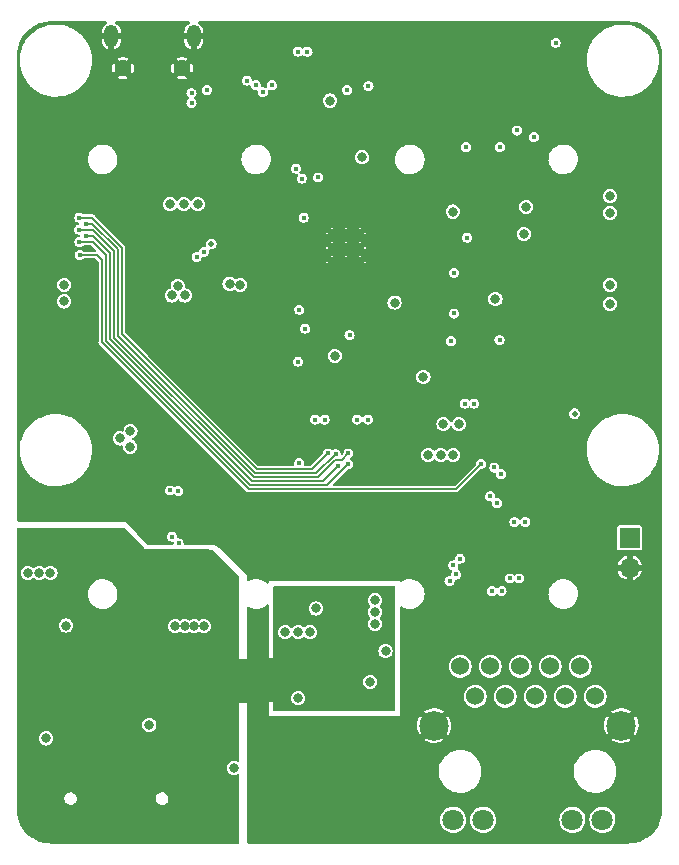
<source format=gbr>
%TF.GenerationSoftware,KiCad,Pcbnew,(6.0.4)*%
%TF.CreationDate,2022-08-11T23:06:15+02:00*%
%TF.ProjectId,MainBoard,4d61696e-426f-4617-9264-2e6b69636164,rev?*%
%TF.SameCoordinates,PXa344e00PY7102aa0*%
%TF.FileFunction,Copper,L2,Inr*%
%TF.FilePolarity,Positive*%
%FSLAX46Y46*%
G04 Gerber Fmt 4.6, Leading zero omitted, Abs format (unit mm)*
G04 Created by KiCad (PCBNEW (6.0.4)) date 2022-08-11 23:06:15*
%MOMM*%
%LPD*%
G01*
G04 APERTURE LIST*
%TA.AperFunction,ComponentPad*%
%ADD10R,1.700000X1.700000*%
%TD*%
%TA.AperFunction,ComponentPad*%
%ADD11O,1.700000X1.700000*%
%TD*%
%TA.AperFunction,ComponentPad*%
%ADD12O,1.200000X1.900000*%
%TD*%
%TA.AperFunction,ComponentPad*%
%ADD13C,1.450000*%
%TD*%
%TA.AperFunction,ComponentPad*%
%ADD14C,1.524000*%
%TD*%
%TA.AperFunction,ComponentPad*%
%ADD15C,1.800000*%
%TD*%
%TA.AperFunction,ComponentPad*%
%ADD16C,2.500000*%
%TD*%
%TA.AperFunction,ComponentPad*%
%ADD17O,1.100000X1.600000*%
%TD*%
%TA.AperFunction,ComponentPad*%
%ADD18O,1.600000X1.100000*%
%TD*%
%TA.AperFunction,ComponentPad*%
%ADD19C,0.500000*%
%TD*%
%TA.AperFunction,ViaPad*%
%ADD20C,0.800000*%
%TD*%
%TA.AperFunction,ViaPad*%
%ADD21C,0.450000*%
%TD*%
%TA.AperFunction,ViaPad*%
%ADD22C,0.500000*%
%TD*%
%TA.AperFunction,Conductor*%
%ADD23C,0.150000*%
%TD*%
G04 APERTURE END LIST*
D10*
%TO.N,/CM4/n_eeprom_en*%
%TO.C,J6*%
X52170000Y26075000D03*
D11*
%TO.N,GND*%
X52170000Y23535000D03*
%TD*%
D12*
%TO.N,GND*%
%TO.C,J7*%
X15270000Y68547500D03*
D13*
X9270000Y65847500D03*
D12*
X8270000Y68547500D03*
D13*
X14270000Y65847500D03*
%TD*%
D14*
%TO.N,/CM4/TRD0+*%
%TO.C,U3*%
X37820000Y15190000D03*
%TO.N,/CM4/TRD0-*%
X39090000Y12650000D03*
%TO.N,/CM4/TRD1+*%
X40360000Y15190000D03*
%TO.N,/CM4/TRD1-*%
X41630000Y12650000D03*
%TO.N,Net-(C1-Pad1)*%
X42900000Y15190000D03*
X44170000Y12650000D03*
%TO.N,/CM4/TRD2+*%
X45440000Y15190000D03*
%TO.N,/CM4/TRD2-*%
X46710000Y12650000D03*
%TO.N,/CM4/TRD3+*%
X47980000Y15190000D03*
%TO.N,/CM4/TRD3-*%
X49250000Y12650000D03*
D15*
%TO.N,+3V3*%
X37210000Y2190000D03*
%TO.N,Net-(R1-Pad2)*%
X39750000Y2190000D03*
%TO.N,+3V3*%
X47320000Y2190000D03*
%TO.N,Net-(R2-Pad2)*%
X49860000Y2190000D03*
D16*
%TO.N,GND*%
X35610000Y10190000D03*
X51460000Y10190000D03*
%TD*%
D17*
%TO.N,GND*%
%TO.C,J1*%
X4380000Y5800000D03*
X13020000Y5800000D03*
D18*
X6400000Y4370000D03*
X11000000Y4370000D03*
%TD*%
D19*
%TO.N,GND*%
%TO.C,U4*%
X26950000Y49460000D03*
X28150000Y49460000D03*
X29350000Y50660000D03*
X29350000Y49460000D03*
X28150000Y51860000D03*
X29350000Y51860000D03*
X26950000Y50660000D03*
X26950000Y51860000D03*
X28150000Y50660000D03*
%TD*%
D20*
%TO.N,GND*%
X25620006Y51201893D03*
D21*
X21345316Y35914882D03*
D20*
X770000Y36200000D03*
X6420000Y27900000D03*
X1500000Y1500000D03*
X31000000Y32850000D03*
X25600000Y52500000D03*
X31300000Y42650000D03*
X54270000Y49200000D03*
X27800000Y56400000D03*
X6070000Y1200000D03*
X23500000Y20600000D03*
X13475000Y50400000D03*
X17770000Y69200000D03*
X48770000Y69200000D03*
X54270000Y42200000D03*
X40054241Y33545759D03*
D21*
X19900000Y34975000D03*
D20*
X15550000Y24250000D03*
X7900000Y16600000D03*
X6050000Y24900000D03*
D21*
X14300000Y32000000D03*
D20*
X54270000Y10700000D03*
X31000000Y9500000D03*
X770000Y42200000D03*
X5270000Y25800000D03*
X18470000Y8200000D03*
X4500000Y7750000D03*
X13975000Y61125000D03*
X1520000Y13700000D03*
X31500000Y23000000D03*
X18420000Y18300000D03*
X770000Y30200000D03*
X51800000Y51450000D03*
X25070500Y33000000D03*
X25620006Y49501893D03*
X30700000Y51100000D03*
D21*
X12950000Y35850000D03*
D20*
X13500000Y42800000D03*
X18570000Y14900000D03*
D21*
X37100000Y50200000D03*
D20*
X770000Y49200000D03*
X19200000Y52393378D03*
X6800000Y10100000D03*
X37300000Y43900000D03*
X28150316Y47850010D03*
X43270000Y1200000D03*
X25600000Y48300000D03*
D21*
X12800000Y27050000D03*
D20*
X11000000Y11250000D03*
X22500000Y9500000D03*
X17470000Y15300000D03*
X53770000Y2200000D03*
X25930000Y53660000D03*
X35000000Y35700000D03*
X17000000Y1700000D03*
X29552466Y47850010D03*
X29418077Y53651016D03*
X1520000Y11450000D03*
X1470000Y15600000D03*
D21*
X23550000Y43550000D03*
D20*
X30700000Y52400000D03*
X24200000Y15100000D03*
X34000000Y16000000D03*
X36520000Y66950000D03*
D21*
X10345000Y32300000D03*
D20*
X54270000Y20200000D03*
X54270000Y55200000D03*
X25500000Y23000000D03*
X770000Y55200000D03*
X1400000Y8000000D03*
X30700000Y48300000D03*
X18570000Y13700000D03*
X28500000Y39950000D03*
X9720000Y21850000D03*
X1070000Y28000000D03*
X28770000Y66950000D03*
X4520000Y21700000D03*
X33770000Y66950000D03*
X19200000Y49000000D03*
X20770000Y1200000D03*
X20770000Y8200000D03*
D21*
X16900000Y37300000D03*
D20*
X17420000Y23500000D03*
X23300000Y35749500D03*
X31600000Y36550000D03*
X17370000Y6400000D03*
X30700000Y49500000D03*
X28600000Y15100000D03*
D21*
X41700000Y20750000D03*
D20*
X33000000Y32850000D03*
X29270000Y1200000D03*
D21*
X16700000Y26250000D03*
D20*
X31500000Y12000000D03*
X22500000Y59200000D03*
X770000Y62200000D03*
X44500000Y21650000D03*
X35700000Y57300000D03*
X34000000Y12000000D03*
X26270000Y66950000D03*
X9500000Y16600000D03*
X11220000Y20950000D03*
X38900000Y54100000D03*
X54270000Y36700000D03*
X18620000Y20950000D03*
X45750000Y65300000D03*
X54270000Y62200000D03*
D21*
X15850000Y26300000D03*
D20*
X39725000Y47325000D03*
X5370000Y23900000D03*
X41000000Y53900000D03*
X12250000Y7000000D03*
X8750000Y9250000D03*
X41670000Y57650000D03*
D21*
X19100000Y42950000D03*
X12800000Y31950000D03*
D20*
X5950000Y44800000D03*
X42900000Y13600000D03*
X17470000Y14300000D03*
X27770000Y53700000D03*
X26639385Y47850010D03*
X12300000Y1400000D03*
X17470000Y13300000D03*
X44600000Y51100000D03*
X31270000Y66950000D03*
X33100000Y41300000D03*
D21*
X38600000Y20500000D03*
%TO.N,/CM4/USB-*%
X15070000Y63725000D03*
X20508311Y64410256D03*
%TO.N,/CM4/USB+*%
X15070000Y62875000D03*
X21109353Y63809214D03*
%TO.N,/CM4/OTG_ID*%
X16370000Y64000000D03*
X19770000Y64800000D03*
%TO.N,/CM4/TRD3+*%
X42825000Y22650000D03*
%TO.N,/CM4/TRD1+*%
X37809074Y24319435D03*
%TO.N,/CM4/TRD3-*%
X42015000Y22650000D03*
%TO.N,/CM4/TRD1-*%
X37236316Y23746677D03*
%TO.N,/CM4/TRD2+*%
X41325000Y21566010D03*
%TO.N,/CM4/TRD0+*%
X37491379Y22978518D03*
%TO.N,/CM4/TRD2-*%
X40515000Y21566010D03*
%TO.N,/CM4/TRD0-*%
X36918621Y22405760D03*
%TO.N,/CM4/SPI_CLK*%
X26614500Y33225500D03*
X5575000Y53200000D03*
%TO.N,/CM4/SPI_MISO*%
X27265629Y33184371D03*
X6175000Y52689500D03*
%TO.N,/CM4/SPI_MOSI*%
X28350000Y33224257D03*
X5550000Y52175000D03*
%TO.N,/CM4/SPI_EN0*%
X27445740Y32158299D03*
X6124098Y51631499D03*
%TO.N,/CM4/SPI_EN1*%
X5575000Y51125000D03*
X28300000Y32300000D03*
%TO.N,/PCIe_sata/TX00+*%
X43340000Y27440000D03*
%TO.N,/PCIe_sata/TX01+*%
X41286379Y31463621D03*
%TO.N,/PCIe_sata/TX02+*%
X30000000Y36100000D03*
%TO.N,/PCIe_sata/TX03+*%
X13982031Y25604427D03*
%TO.N,/PCIe_sata/TX00-*%
X42410000Y27440000D03*
%TO.N,/PCIe_sata/TX01-*%
X40713621Y32036379D03*
%TO.N,/PCIe_sata/TX02-*%
X29100000Y36100000D03*
%TO.N,/PCIe_sata/TX03-*%
X13395131Y26191327D03*
%TO.N,/PCIe_sata/RX00-*%
X40944869Y29008673D03*
%TO.N,/PCIe_sata/RX01-*%
X39005000Y37450000D03*
%TO.N,/PCIe_sata/RX02-*%
X26335000Y36100000D03*
%TO.N,/PCIe_sata/RX03-*%
X13950000Y30050000D03*
%TO.N,/PCIe_sata/RX00+*%
X40357969Y29595573D03*
%TO.N,/PCIe_sata/RX01+*%
X38195000Y37450000D03*
%TO.N,/PCIe_sata/RX02+*%
X25525000Y36100000D03*
%TO.N,/PCIe_sata/RX03+*%
X13250000Y30100000D03*
%TO.N,/PCIe_sata/VAA2_0*%
X38400000Y51500000D03*
%TO.N,/PCIe_sata/VAA2_1*%
X37300000Y48525000D03*
%TO.N,/PCIe_sata/AVDD0*%
X25800000Y56600000D03*
%TO.N,+3V3*%
X45900000Y68000000D03*
D20*
X34700000Y39700000D03*
D22*
X16750000Y50950000D03*
X47500000Y36600000D03*
D20*
X36400000Y35700000D03*
D21*
%TO.N,/PCIe_sata/VAA2_2*%
X28450000Y43250000D03*
%TO.N,/PCIe_sata/VAA2_3*%
X24700000Y43800000D03*
D20*
%TO.N,+1V0*%
X30600000Y19800000D03*
X14500000Y46600000D03*
X13900000Y47400000D03*
X31500000Y16500000D03*
X13400000Y46600000D03*
X24100000Y12500000D03*
X30600000Y18800000D03*
X30600000Y20800000D03*
%TO.N,+1V8*%
X26800000Y63100000D03*
X37700000Y35700000D03*
X27200000Y41500000D03*
X43200000Y51800000D03*
X40800000Y46300000D03*
X43400000Y54100000D03*
%TO.N,+12V*%
X50500000Y53600000D03*
X24100000Y18100000D03*
X14420000Y54350000D03*
X15605000Y54335000D03*
X16100000Y18600000D03*
X50500000Y55000000D03*
X23000000Y18100000D03*
X15300000Y18600000D03*
X13255000Y54335000D03*
X25100000Y18100000D03*
X13700000Y18600000D03*
X14500000Y18600000D03*
%TO.N,+5V*%
X4300000Y46100000D03*
X50500000Y47500000D03*
X18670000Y6600000D03*
X50500000Y45900000D03*
X37220000Y33100000D03*
X3120000Y23100000D03*
X9900000Y35100000D03*
X35120000Y33100000D03*
X9870000Y33800000D03*
X2170000Y23100000D03*
X36170000Y33100000D03*
X2770000Y9100000D03*
X1220000Y23100000D03*
X4300000Y47500000D03*
X9000000Y34500000D03*
D21*
%TO.N,/CM4/Global_en*%
X39600000Y32350000D03*
X5600000Y50025000D03*
%TO.N,/CM4/PCIE_nRST*%
X21870000Y64400000D03*
X24560000Y53200000D03*
%TO.N,/CM4/PCIE_TX_P*%
X24075000Y67250000D03*
X23900000Y57350000D03*
%TO.N,/CM4/PCIE_TX_N*%
X24885000Y67250000D03*
X24400000Y56500000D03*
%TO.N,/PCIe_sata/led1*%
X16125500Y50300000D03*
X44050000Y60000000D03*
%TO.N,/PCIe_sata/led2*%
X15500000Y49850000D03*
X42650000Y60575000D03*
%TO.N,/PCIe_sata/led3*%
X41175000Y59150000D03*
X37050000Y42725000D03*
%TO.N,/PCIe_sata/led4*%
X38300000Y59150000D03*
X37275000Y45075000D03*
%TO.N,/PCIe_sata/SPI_DO*%
X24100000Y41000000D03*
X24200000Y45400000D03*
D20*
%TO.N,Net-(C61-Pad1)*%
X4438967Y18651273D03*
X11500000Y10250000D03*
%TO.N,VDD*%
X29500000Y58300000D03*
X18300000Y47600000D03*
X37200000Y53700000D03*
X19200000Y47500000D03*
X32262686Y46002012D03*
%TO.N,Net-(C84-Pad1)*%
X30200000Y13900000D03*
X25600000Y20100000D03*
D21*
%TO.N,Net-(Module1-Pad21)*%
X24200000Y32400000D03*
X30050000Y64350000D03*
%TO.N,Net-(Module1-Pad95)*%
X41150000Y42850000D03*
X28250000Y64000000D03*
%TD*%
D23*
%TO.N,/CM4/SPI_CLK*%
X6650000Y53200000D02*
X5575000Y53200000D01*
X9197555Y50652445D02*
X6650000Y53200000D01*
X25286555Y31897555D02*
X20602448Y31897555D01*
X9197555Y43302448D02*
X9197555Y50652445D01*
X26614500Y33225500D02*
X25286555Y31897555D01*
X20602448Y31897555D02*
X9197555Y43302448D01*
%TO.N,/CM4/SPI_MISO*%
X20461817Y31558044D02*
X8858044Y43161818D01*
X27265629Y33184371D02*
X25639302Y31558044D01*
X6680358Y52689500D02*
X6175000Y52689500D01*
X8858044Y50511814D02*
X6680358Y52689500D01*
X25639302Y31558044D02*
X20461817Y31558044D01*
X8858044Y43161818D02*
X8858044Y50511814D01*
%TO.N,/CM4/SPI_MOSI*%
X8518533Y50371183D02*
X6714716Y52175000D01*
X25779945Y31218533D02*
X20321186Y31218533D01*
X6714716Y52175000D02*
X6372801Y52175000D01*
X6368800Y52170999D02*
X5963282Y52170999D01*
X5963282Y52170999D02*
X5959281Y52175000D01*
X28350000Y33224257D02*
X27820603Y32694860D01*
X20321186Y31218533D02*
X8518533Y43021188D01*
X6372801Y52175000D02*
X6368800Y52170999D01*
X8518533Y43021188D02*
X8518533Y50371183D01*
X27820603Y32694860D02*
X27256272Y32694860D01*
X5959281Y52175000D02*
X5550000Y52175000D01*
X27256272Y32694860D02*
X25779945Y31218533D01*
%TO.N,/CM4/SPI_EN0*%
X26166463Y30879022D02*
X20180555Y30879022D01*
X8179022Y42880558D02*
X8179022Y50220978D01*
X6768501Y51631499D02*
X6124098Y51631499D01*
X20180555Y30879022D02*
X8179022Y42880558D01*
X8179022Y50220978D02*
X6768501Y51631499D01*
X27445740Y32158299D02*
X26166463Y30879022D01*
%TO.N,/CM4/SPI_EN1*%
X6725000Y51125000D02*
X5575000Y51125000D01*
X28300000Y32300000D02*
X26539511Y30539511D01*
X7839511Y42739920D02*
X7839511Y50010489D01*
X26539511Y30539511D02*
X20039920Y30539511D01*
X7839511Y50010489D02*
X6725000Y51125000D01*
X20039920Y30539511D02*
X7839511Y42739920D01*
%TO.N,/CM4/Global_en*%
X39600000Y32350000D02*
X37450000Y30200000D01*
X37450000Y30200000D02*
X19899290Y30200000D01*
X7475000Y49600000D02*
X7050000Y50025000D01*
X7475000Y42624290D02*
X7475000Y49600000D01*
X19899290Y30200000D02*
X7475000Y42624290D01*
X7050000Y50025000D02*
X5600000Y50025000D01*
%TD*%
%TA.AperFunction,Conductor*%
%TO.N,GND*%
G36*
X31400000Y17092517D02*
G01*
X31351426Y17086122D01*
X31343238Y17085044D01*
X31197159Y17024536D01*
X31071718Y16928282D01*
X30975464Y16802841D01*
X30914956Y16656762D01*
X30894318Y16500000D01*
X30914956Y16343238D01*
X30975464Y16197159D01*
X31071718Y16071718D01*
X31197159Y15975464D01*
X31343238Y15914956D01*
X31351426Y15913878D01*
X31400000Y15907483D01*
X31400000Y11725000D01*
X22100000Y11725000D01*
X22100000Y12500000D01*
X23494318Y12500000D01*
X23514956Y12343238D01*
X23575464Y12197159D01*
X23671718Y12071718D01*
X23797159Y11975464D01*
X23943238Y11914956D01*
X24100000Y11894318D01*
X24108188Y11895396D01*
X24248574Y11913878D01*
X24256762Y11914956D01*
X24402841Y11975464D01*
X24528282Y12071718D01*
X24624536Y12197159D01*
X24685044Y12343238D01*
X24705682Y12500000D01*
X24685044Y12656762D01*
X24624536Y12802841D01*
X24528282Y12928282D01*
X24402841Y13024536D01*
X24256762Y13085044D01*
X24100000Y13105682D01*
X23943238Y13085044D01*
X23797159Y13024536D01*
X23671718Y12928282D01*
X23575464Y12802841D01*
X23514956Y12656762D01*
X23494318Y12500000D01*
X22100000Y12500000D01*
X22100000Y13900000D01*
X29594318Y13900000D01*
X29614956Y13743238D01*
X29675464Y13597159D01*
X29771718Y13471718D01*
X29897159Y13375464D01*
X30043238Y13314956D01*
X30200000Y13294318D01*
X30208188Y13295396D01*
X30348574Y13313878D01*
X30356762Y13314956D01*
X30502841Y13375464D01*
X30628282Y13471718D01*
X30724536Y13597159D01*
X30785044Y13743238D01*
X30805682Y13900000D01*
X30785044Y14056762D01*
X30724536Y14202841D01*
X30628282Y14328282D01*
X30502841Y14424536D01*
X30356762Y14485044D01*
X30200000Y14505682D01*
X30043238Y14485044D01*
X29897159Y14424536D01*
X29771718Y14328282D01*
X29675464Y14202841D01*
X29614956Y14056762D01*
X29594318Y13900000D01*
X22100000Y13900000D01*
X22100000Y18100000D01*
X22394318Y18100000D01*
X22414956Y17943238D01*
X22475464Y17797159D01*
X22571718Y17671718D01*
X22697159Y17575464D01*
X22843238Y17514956D01*
X23000000Y17494318D01*
X23008188Y17495396D01*
X23148574Y17513878D01*
X23156762Y17514956D01*
X23302841Y17575464D01*
X23428282Y17671718D01*
X23433305Y17678264D01*
X23433308Y17678267D01*
X23450037Y17700069D01*
X23507375Y17741937D01*
X23578246Y17746159D01*
X23640149Y17711395D01*
X23649963Y17700069D01*
X23666692Y17678267D01*
X23666695Y17678264D01*
X23671718Y17671718D01*
X23797159Y17575464D01*
X23943238Y17514956D01*
X24100000Y17494318D01*
X24108188Y17495396D01*
X24248574Y17513878D01*
X24256762Y17514956D01*
X24402841Y17575464D01*
X24523296Y17667892D01*
X24589517Y17693492D01*
X24659065Y17679227D01*
X24676704Y17667892D01*
X24797159Y17575464D01*
X24943238Y17514956D01*
X25100000Y17494318D01*
X25108188Y17495396D01*
X25248574Y17513878D01*
X25256762Y17514956D01*
X25402841Y17575464D01*
X25528282Y17671718D01*
X25624536Y17797159D01*
X25685044Y17943238D01*
X25705682Y18100000D01*
X25685044Y18256762D01*
X25624536Y18402841D01*
X25528282Y18528282D01*
X25402841Y18624536D01*
X25256762Y18685044D01*
X25100000Y18705682D01*
X24943238Y18685044D01*
X24797159Y18624536D01*
X24790608Y18619509D01*
X24676704Y18532108D01*
X24610483Y18506508D01*
X24540935Y18520773D01*
X24523296Y18532108D01*
X24409392Y18619509D01*
X24402841Y18624536D01*
X24256762Y18685044D01*
X24100000Y18705682D01*
X23943238Y18685044D01*
X23797159Y18624536D01*
X23671718Y18528282D01*
X23666695Y18521736D01*
X23666692Y18521733D01*
X23649963Y18499931D01*
X23592625Y18458063D01*
X23521754Y18453841D01*
X23459851Y18488605D01*
X23450037Y18499931D01*
X23433308Y18521733D01*
X23433305Y18521736D01*
X23428282Y18528282D01*
X23302841Y18624536D01*
X23156762Y18685044D01*
X23000000Y18705682D01*
X22843238Y18685044D01*
X22697159Y18624536D01*
X22571718Y18528282D01*
X22475464Y18402841D01*
X22414956Y18256762D01*
X22394318Y18100000D01*
X22100000Y18100000D01*
X22100000Y18800000D01*
X29994318Y18800000D01*
X30014956Y18643238D01*
X30075464Y18497159D01*
X30171718Y18371718D01*
X30297159Y18275464D01*
X30443238Y18214956D01*
X30600000Y18194318D01*
X30608188Y18195396D01*
X30748574Y18213878D01*
X30756762Y18214956D01*
X30902841Y18275464D01*
X31028282Y18371718D01*
X31124536Y18497159D01*
X31185044Y18643238D01*
X31205682Y18800000D01*
X31185044Y18956762D01*
X31124536Y19102841D01*
X31032108Y19223296D01*
X31006508Y19289517D01*
X31020773Y19359065D01*
X31032108Y19376704D01*
X31119509Y19490608D01*
X31124536Y19497159D01*
X31185044Y19643238D01*
X31205682Y19800000D01*
X31185044Y19956762D01*
X31124536Y20102841D01*
X31032108Y20223296D01*
X31006508Y20289517D01*
X31020773Y20359065D01*
X31032108Y20376704D01*
X31059804Y20412798D01*
X31124536Y20497159D01*
X31185044Y20643238D01*
X31205682Y20800000D01*
X31185044Y20956762D01*
X31124536Y21102841D01*
X31028282Y21228282D01*
X30902841Y21324536D01*
X30756762Y21385044D01*
X30600000Y21405682D01*
X30443238Y21385044D01*
X30297159Y21324536D01*
X30171718Y21228282D01*
X30075464Y21102841D01*
X30014956Y20956762D01*
X29994318Y20800000D01*
X30014956Y20643238D01*
X30075464Y20497159D01*
X30140196Y20412798D01*
X30167892Y20376704D01*
X30193492Y20310483D01*
X30179227Y20240935D01*
X30167892Y20223296D01*
X30075464Y20102841D01*
X30014956Y19956762D01*
X29994318Y19800000D01*
X30014956Y19643238D01*
X30075464Y19497159D01*
X30080491Y19490608D01*
X30167892Y19376704D01*
X30193492Y19310483D01*
X30179227Y19240935D01*
X30167892Y19223296D01*
X30075464Y19102841D01*
X30014956Y18956762D01*
X29994318Y18800000D01*
X22100000Y18800000D01*
X22100000Y20100000D01*
X24994318Y20100000D01*
X25014956Y19943238D01*
X25075464Y19797159D01*
X25171718Y19671718D01*
X25297159Y19575464D01*
X25443238Y19514956D01*
X25600000Y19494318D01*
X25608188Y19495396D01*
X25621580Y19497159D01*
X25756762Y19514956D01*
X25902841Y19575464D01*
X26028282Y19671718D01*
X26124536Y19797159D01*
X26185044Y19943238D01*
X26205682Y20100000D01*
X26185044Y20256762D01*
X26124536Y20402841D01*
X26028282Y20528282D01*
X25902841Y20624536D01*
X25756762Y20685044D01*
X25600000Y20705682D01*
X25443238Y20685044D01*
X25297159Y20624536D01*
X25171718Y20528282D01*
X25075464Y20402841D01*
X25014956Y20256762D01*
X24994318Y20100000D01*
X22100000Y20100000D01*
X22100000Y21994344D01*
X22126000Y22000000D01*
X31400000Y22000000D01*
X31400000Y17092517D01*
G37*
%TD.AperFunction*%
%TD*%
%TA.AperFunction,Conductor*%
%TO.N,GND*%
G36*
X9328309Y26947888D02*
G01*
X9418540Y26928947D01*
X9455782Y26912592D01*
X9530787Y26858965D01*
X9546103Y26845418D01*
X9725676Y26650000D01*
X11060853Y25197012D01*
X11060855Y25197010D01*
X11150000Y25100000D01*
X16572975Y25100000D01*
X16591380Y25098274D01*
X16673457Y25082744D01*
X16707722Y25069296D01*
X16778452Y25024853D01*
X16793111Y25013605D01*
X18693458Y23250326D01*
X19024384Y22943269D01*
X19037801Y22927965D01*
X19090910Y22853066D01*
X19107082Y22815938D01*
X19125751Y22726044D01*
X19127819Y22705792D01*
X19122259Y18167764D01*
X19108841Y7216244D01*
X19089863Y7158078D01*
X19040319Y7122175D01*
X18979134Y7122250D01*
X18971957Y7124903D01*
X18832762Y7182559D01*
X18832760Y7182560D01*
X18826762Y7185044D01*
X18670000Y7205682D01*
X18513238Y7185044D01*
X18367159Y7124536D01*
X18241718Y7028282D01*
X18145464Y6902841D01*
X18084956Y6756762D01*
X18064318Y6600000D01*
X18084956Y6443238D01*
X18145464Y6297159D01*
X18241718Y6171718D01*
X18367159Y6075464D01*
X18513238Y6014956D01*
X18670000Y5994318D01*
X18826762Y6014956D01*
X18970444Y6074471D01*
X19031441Y6079272D01*
X19083610Y6047302D01*
X19107025Y5990774D01*
X19107330Y5982886D01*
X19100379Y309375D01*
X19098455Y290073D01*
X19096455Y280077D01*
X19066499Y226727D01*
X19010905Y201173D01*
X18999379Y200500D01*
X3134017Y200500D01*
X3111831Y203018D01*
X3111813Y203022D01*
X3100359Y205656D01*
X3089484Y203195D01*
X3079273Y203213D01*
X3068170Y202288D01*
X2891532Y212208D01*
X2792101Y217792D01*
X2781078Y219034D01*
X2567698Y255288D01*
X2482539Y269757D01*
X2471715Y272227D01*
X2342772Y309375D01*
X2180721Y356062D01*
X2170249Y359726D01*
X1890470Y475614D01*
X1880480Y480425D01*
X1615437Y626910D01*
X1606052Y632806D01*
X1359063Y808054D01*
X1350395Y814967D01*
X1124593Y1016757D01*
X1116757Y1024593D01*
X914967Y1250395D01*
X908054Y1259063D01*
X732806Y1506052D01*
X726910Y1515437D01*
X580425Y1780480D01*
X575611Y1790476D01*
X459727Y2070246D01*
X456060Y2080725D01*
X372227Y2371715D01*
X369757Y2382539D01*
X355288Y2467698D01*
X319034Y2681078D01*
X317791Y2692106D01*
X302331Y2967396D01*
X304122Y2988205D01*
X303747Y2988248D01*
X304388Y2993816D01*
X305655Y2999282D01*
X305656Y3000000D01*
X304412Y3005455D01*
X302980Y3011734D01*
X300500Y3033752D01*
X300500Y3966693D01*
X4295606Y3966693D01*
X4296940Y3960078D01*
X4296940Y3960076D01*
X4322545Y3833091D01*
X4324064Y3825556D01*
X4389429Y3697270D01*
X4393992Y3692307D01*
X4393994Y3692305D01*
X4439896Y3642387D01*
X4486884Y3591288D01*
X4609250Y3515418D01*
X4747512Y3475249D01*
X4752682Y3474869D01*
X4752684Y3474869D01*
X4755911Y3474632D01*
X4755918Y3474632D01*
X4757712Y3474500D01*
X4861070Y3474500D01*
X4967646Y3489099D01*
X4973832Y3491776D01*
X4973836Y3491777D01*
X5093595Y3543602D01*
X5093596Y3543603D01*
X5099783Y3546280D01*
X5155364Y3591288D01*
X5206433Y3632643D01*
X5206434Y3632644D01*
X5211675Y3636888D01*
X5295079Y3754249D01*
X5297363Y3760594D01*
X5297365Y3760597D01*
X5341562Y3883361D01*
X5343850Y3889715D01*
X5349503Y3966693D01*
X12045606Y3966693D01*
X12046940Y3960078D01*
X12046940Y3960076D01*
X12072545Y3833091D01*
X12074064Y3825556D01*
X12139429Y3697270D01*
X12143992Y3692307D01*
X12143994Y3692305D01*
X12189896Y3642387D01*
X12236884Y3591288D01*
X12359250Y3515418D01*
X12497512Y3475249D01*
X12502682Y3474869D01*
X12502684Y3474869D01*
X12505911Y3474632D01*
X12505918Y3474632D01*
X12507712Y3474500D01*
X12611070Y3474500D01*
X12717646Y3489099D01*
X12723832Y3491776D01*
X12723836Y3491777D01*
X12843595Y3543602D01*
X12843596Y3543603D01*
X12849783Y3546280D01*
X12905364Y3591288D01*
X12956433Y3632643D01*
X12956434Y3632644D01*
X12961675Y3636888D01*
X13045079Y3754249D01*
X13047363Y3760594D01*
X13047365Y3760597D01*
X13091562Y3883361D01*
X13093850Y3889715D01*
X13104394Y4033307D01*
X13087592Y4116639D01*
X13077269Y4167833D01*
X13075936Y4174444D01*
X13010571Y4302730D01*
X13006008Y4307693D01*
X13006006Y4307695D01*
X12917684Y4403744D01*
X12913116Y4408712D01*
X12790750Y4484582D01*
X12652488Y4524751D01*
X12647318Y4525131D01*
X12647316Y4525131D01*
X12644089Y4525368D01*
X12644082Y4525368D01*
X12642288Y4525500D01*
X12538930Y4525500D01*
X12432354Y4510901D01*
X12426168Y4508224D01*
X12426164Y4508223D01*
X12306405Y4456398D01*
X12300217Y4453720D01*
X12294978Y4449478D01*
X12294977Y4449477D01*
X12193567Y4367357D01*
X12188325Y4363112D01*
X12104921Y4245751D01*
X12102637Y4239406D01*
X12102635Y4239403D01*
X12081412Y4180452D01*
X12056150Y4110285D01*
X12045606Y3966693D01*
X5349503Y3966693D01*
X5354394Y4033307D01*
X5337592Y4116639D01*
X5327269Y4167833D01*
X5325936Y4174444D01*
X5260571Y4302730D01*
X5256008Y4307693D01*
X5256006Y4307695D01*
X5167684Y4403744D01*
X5163116Y4408712D01*
X5040750Y4484582D01*
X4902488Y4524751D01*
X4897318Y4525131D01*
X4897316Y4525131D01*
X4894089Y4525368D01*
X4894082Y4525368D01*
X4892288Y4525500D01*
X4788930Y4525500D01*
X4682354Y4510901D01*
X4676168Y4508224D01*
X4676164Y4508223D01*
X4556405Y4456398D01*
X4550217Y4453720D01*
X4544978Y4449478D01*
X4544977Y4449477D01*
X4443567Y4367357D01*
X4438325Y4363112D01*
X4354921Y4245751D01*
X4352637Y4239406D01*
X4352635Y4239403D01*
X4331412Y4180452D01*
X4306150Y4110285D01*
X4295606Y3966693D01*
X300500Y3966693D01*
X300500Y9100000D01*
X2164318Y9100000D01*
X2184956Y8943238D01*
X2245464Y8797159D01*
X2341718Y8671718D01*
X2467159Y8575464D01*
X2613238Y8514956D01*
X2770000Y8494318D01*
X2926762Y8514956D01*
X3072841Y8575464D01*
X3198282Y8671718D01*
X3294536Y8797159D01*
X3355044Y8943238D01*
X3375682Y9100000D01*
X3355044Y9256762D01*
X3294536Y9402841D01*
X3198282Y9528282D01*
X3072841Y9624536D01*
X2926762Y9685044D01*
X2770000Y9705682D01*
X2613238Y9685044D01*
X2467159Y9624536D01*
X2341718Y9528282D01*
X2245464Y9402841D01*
X2184956Y9256762D01*
X2164318Y9100000D01*
X300500Y9100000D01*
X300500Y10250000D01*
X10894318Y10250000D01*
X10914956Y10093238D01*
X10975464Y9947159D01*
X11071718Y9821718D01*
X11197159Y9725464D01*
X11343238Y9664956D01*
X11500000Y9644318D01*
X11656762Y9664956D01*
X11802841Y9725464D01*
X11928282Y9821718D01*
X12024536Y9947159D01*
X12085044Y10093238D01*
X12105682Y10250000D01*
X12085044Y10406762D01*
X12024536Y10552841D01*
X11928282Y10678282D01*
X11802841Y10774536D01*
X11656762Y10835044D01*
X11500000Y10855682D01*
X11343238Y10835044D01*
X11197159Y10774536D01*
X11071718Y10678282D01*
X10975464Y10552841D01*
X10914956Y10406762D01*
X10894318Y10250000D01*
X300500Y10250000D01*
X300500Y18651273D01*
X3833285Y18651273D01*
X3853923Y18494511D01*
X3914431Y18348432D01*
X4010685Y18222991D01*
X4136126Y18126737D01*
X4282205Y18066229D01*
X4438967Y18045591D01*
X4595729Y18066229D01*
X4741808Y18126737D01*
X4867249Y18222991D01*
X4963503Y18348432D01*
X5024011Y18494511D01*
X5037899Y18600000D01*
X13094318Y18600000D01*
X13114956Y18443238D01*
X13175464Y18297159D01*
X13271718Y18171718D01*
X13397159Y18075464D01*
X13543238Y18014956D01*
X13700000Y17994318D01*
X13856762Y18014956D01*
X14002841Y18075464D01*
X14007984Y18079410D01*
X14007992Y18079415D01*
X14039732Y18103771D01*
X14097408Y18124196D01*
X14160268Y18103771D01*
X14192008Y18079415D01*
X14192016Y18079410D01*
X14197159Y18075464D01*
X14343238Y18014956D01*
X14500000Y17994318D01*
X14656762Y18014956D01*
X14802841Y18075464D01*
X14807984Y18079410D01*
X14807992Y18079415D01*
X14839732Y18103771D01*
X14897408Y18124196D01*
X14960268Y18103771D01*
X14992008Y18079415D01*
X14992016Y18079410D01*
X14997159Y18075464D01*
X15143238Y18014956D01*
X15300000Y17994318D01*
X15456762Y18014956D01*
X15602841Y18075464D01*
X15607984Y18079410D01*
X15607992Y18079415D01*
X15639732Y18103771D01*
X15697408Y18124196D01*
X15760268Y18103771D01*
X15792008Y18079415D01*
X15792016Y18079410D01*
X15797159Y18075464D01*
X15943238Y18014956D01*
X16100000Y17994318D01*
X16256762Y18014956D01*
X16402841Y18075464D01*
X16528282Y18171718D01*
X16624536Y18297159D01*
X16685044Y18443238D01*
X16705682Y18600000D01*
X16685044Y18756762D01*
X16624536Y18902841D01*
X16528282Y19028282D01*
X16402841Y19124536D01*
X16256762Y19185044D01*
X16100000Y19205682D01*
X15943238Y19185044D01*
X15797159Y19124536D01*
X15792016Y19120590D01*
X15792008Y19120585D01*
X15760268Y19096229D01*
X15702592Y19075804D01*
X15639732Y19096229D01*
X15607992Y19120585D01*
X15607984Y19120590D01*
X15602841Y19124536D01*
X15456762Y19185044D01*
X15300000Y19205682D01*
X15143238Y19185044D01*
X14997159Y19124536D01*
X14992016Y19120590D01*
X14992008Y19120585D01*
X14960268Y19096229D01*
X14902592Y19075804D01*
X14839732Y19096229D01*
X14807992Y19120585D01*
X14807984Y19120590D01*
X14802841Y19124536D01*
X14656762Y19185044D01*
X14500000Y19205682D01*
X14343238Y19185044D01*
X14197159Y19124536D01*
X14192016Y19120590D01*
X14192008Y19120585D01*
X14160268Y19096229D01*
X14102592Y19075804D01*
X14039732Y19096229D01*
X14007992Y19120585D01*
X14007984Y19120590D01*
X14002841Y19124536D01*
X13856762Y19185044D01*
X13700000Y19205682D01*
X13543238Y19185044D01*
X13397159Y19124536D01*
X13271718Y19028282D01*
X13175464Y18902841D01*
X13114956Y18756762D01*
X13094318Y18600000D01*
X5037899Y18600000D01*
X5044649Y18651273D01*
X5024011Y18808035D01*
X4963503Y18954114D01*
X4867249Y19079555D01*
X4741808Y19175809D01*
X4595729Y19236317D01*
X4438967Y19256955D01*
X4282205Y19236317D01*
X4136126Y19175809D01*
X4010685Y19079555D01*
X3914431Y18954114D01*
X3853923Y18808035D01*
X3833285Y18651273D01*
X300500Y18651273D01*
X300500Y21290562D01*
X6285066Y21290562D01*
X6311883Y21068956D01*
X6313176Y21064751D01*
X6313177Y21064749D01*
X6354776Y20929529D01*
X6377519Y20855600D01*
X6479901Y20657241D01*
X6615790Y20480146D01*
X6619046Y20477183D01*
X6619049Y20477180D01*
X6726341Y20379552D01*
X6780893Y20329914D01*
X6969990Y20211293D01*
X6974072Y20209652D01*
X6974076Y20209650D01*
X7102877Y20157873D01*
X7177105Y20128034D01*
X7395690Y20082767D01*
X7452349Y20079500D01*
X7596630Y20079500D01*
X7598824Y20079696D01*
X7598828Y20079696D01*
X7757951Y20093897D01*
X7757955Y20093898D01*
X7762339Y20094289D01*
X7766584Y20095450D01*
X7766588Y20095451D01*
X7973400Y20152029D01*
X7973401Y20152029D01*
X7977651Y20153192D01*
X8096018Y20209650D01*
X8175151Y20247394D01*
X8175156Y20247397D01*
X8179129Y20249292D01*
X8360405Y20379552D01*
X8455014Y20477180D01*
X8512681Y20536688D01*
X8515749Y20539854D01*
X8640250Y20725132D01*
X8729974Y20929529D01*
X8782085Y21146585D01*
X8794934Y21369438D01*
X8768117Y21591044D01*
X8726541Y21726192D01*
X8703778Y21800185D01*
X8703777Y21800188D01*
X8702481Y21804400D01*
X8600099Y22002759D01*
X8464210Y22179854D01*
X8460954Y22182817D01*
X8460951Y22182820D01*
X8302361Y22327125D01*
X8302362Y22327125D01*
X8299107Y22330086D01*
X8110010Y22448707D01*
X8105928Y22450348D01*
X8105924Y22450350D01*
X7939030Y22517440D01*
X7902895Y22531966D01*
X7684310Y22577233D01*
X7627651Y22580500D01*
X7483370Y22580500D01*
X7481176Y22580304D01*
X7481172Y22580304D01*
X7322049Y22566103D01*
X7322045Y22566102D01*
X7317661Y22565711D01*
X7313416Y22564550D01*
X7313412Y22564549D01*
X7106600Y22507971D01*
X7102349Y22506808D01*
X7098371Y22504911D01*
X7098372Y22504911D01*
X6904849Y22412606D01*
X6904844Y22412603D01*
X6900871Y22410708D01*
X6719595Y22280448D01*
X6716522Y22277277D01*
X6716521Y22277276D01*
X6622112Y22179854D01*
X6564251Y22120146D01*
X6439750Y21934868D01*
X6350026Y21730471D01*
X6297915Y21513415D01*
X6285066Y21290562D01*
X300500Y21290562D01*
X300500Y23100000D01*
X614318Y23100000D01*
X634956Y22943238D01*
X695464Y22797159D01*
X791718Y22671718D01*
X917159Y22575464D01*
X1063238Y22514956D01*
X1220000Y22494318D01*
X1376762Y22514956D01*
X1522841Y22575464D01*
X1634734Y22661322D01*
X1692408Y22681746D01*
X1755266Y22661322D01*
X1867159Y22575464D01*
X2013238Y22514956D01*
X2170000Y22494318D01*
X2326762Y22514956D01*
X2472841Y22575464D01*
X2584734Y22661322D01*
X2642408Y22681746D01*
X2705266Y22661322D01*
X2817159Y22575464D01*
X2963238Y22514956D01*
X3120000Y22494318D01*
X3276762Y22514956D01*
X3422841Y22575464D01*
X3548282Y22671718D01*
X3644536Y22797159D01*
X3705044Y22943238D01*
X3725682Y23100000D01*
X3705044Y23256762D01*
X3644536Y23402841D01*
X3548282Y23528282D01*
X3422841Y23624536D01*
X3276762Y23685044D01*
X3120000Y23705682D01*
X2963238Y23685044D01*
X2817159Y23624536D01*
X2705266Y23538678D01*
X2647592Y23518254D01*
X2584734Y23538678D01*
X2472841Y23624536D01*
X2326762Y23685044D01*
X2170000Y23705682D01*
X2013238Y23685044D01*
X1867159Y23624536D01*
X1755266Y23538678D01*
X1697592Y23518254D01*
X1634734Y23538678D01*
X1522841Y23624536D01*
X1376762Y23685044D01*
X1220000Y23705682D01*
X1063238Y23685044D01*
X917159Y23624536D01*
X791718Y23528282D01*
X695464Y23402841D01*
X634956Y23256762D01*
X614318Y23100000D01*
X300500Y23100000D01*
X300500Y26848961D01*
X319407Y26907152D01*
X368907Y26943116D01*
X380188Y26946059D01*
X390440Y26948098D01*
X409752Y26950000D01*
X9307971Y26950000D01*
X9328309Y26947888D01*
G37*
%TD.AperFunction*%
%TD*%
%TA.AperFunction,Conductor*%
%TO.N,GND*%
G36*
X7902398Y69780593D02*
G01*
X7938362Y69731093D01*
X7938362Y69669907D01*
X7902398Y69620407D01*
X7896082Y69616179D01*
X7774107Y69541139D01*
X7765448Y69534374D01*
X7643836Y69415282D01*
X7636885Y69406759D01*
X7544681Y69263689D01*
X7539794Y69253843D01*
X7481579Y69093897D01*
X7478992Y69083203D01*
X7462390Y68951783D01*
X7462000Y68945595D01*
X7462000Y68817180D01*
X7466122Y68804495D01*
X7470243Y68801500D01*
X9062320Y68801500D01*
X9075005Y68805622D01*
X9078000Y68809743D01*
X9078000Y68940311D01*
X9077691Y68945840D01*
X9063524Y69072139D01*
X9061085Y69082876D01*
X9005113Y69243607D01*
X9000357Y69253531D01*
X8910167Y69397865D01*
X8903329Y69406492D01*
X8783401Y69527261D01*
X8774825Y69534158D01*
X8644425Y69616911D01*
X8605423Y69664055D01*
X8601581Y69725120D01*
X8634366Y69776781D01*
X8691254Y69799305D01*
X8697471Y69799500D01*
X14844207Y69799500D01*
X14902398Y69780593D01*
X14938362Y69731093D01*
X14938362Y69669907D01*
X14902398Y69620407D01*
X14896082Y69616179D01*
X14774107Y69541139D01*
X14765448Y69534374D01*
X14643836Y69415282D01*
X14636885Y69406759D01*
X14544681Y69263689D01*
X14539794Y69253843D01*
X14481579Y69093897D01*
X14478992Y69083203D01*
X14462390Y68951783D01*
X14462000Y68945595D01*
X14462000Y68817180D01*
X14466122Y68804495D01*
X14470243Y68801500D01*
X16062320Y68801500D01*
X16075005Y68805622D01*
X16078000Y68809743D01*
X16078000Y68940311D01*
X16077691Y68945840D01*
X16063524Y69072139D01*
X16061085Y69082876D01*
X16005113Y69243607D01*
X16000357Y69253531D01*
X15910167Y69397865D01*
X15903329Y69406492D01*
X15783401Y69527261D01*
X15774825Y69534158D01*
X15644425Y69616911D01*
X15605423Y69664055D01*
X15601581Y69725120D01*
X15634366Y69776781D01*
X15691254Y69799305D01*
X15697471Y69799500D01*
X52065983Y69799500D01*
X52088169Y69796982D01*
X52099641Y69794344D01*
X52110516Y69796805D01*
X52120727Y69796787D01*
X52131830Y69797712D01*
X52308468Y69787792D01*
X52407899Y69782208D01*
X52418922Y69780966D01*
X52632302Y69744712D01*
X52717461Y69730243D01*
X52728285Y69727773D01*
X52737494Y69725120D01*
X53019278Y69643939D01*
X53029751Y69640274D01*
X53309530Y69524386D01*
X53319520Y69519575D01*
X53584563Y69373090D01*
X53593948Y69367194D01*
X53840937Y69191946D01*
X53849605Y69185033D01*
X54075407Y68983243D01*
X54083243Y68975407D01*
X54285033Y68749605D01*
X54291946Y68740937D01*
X54467194Y68493948D01*
X54473090Y68484563D01*
X54600950Y68253220D01*
X54619572Y68219526D01*
X54624386Y68209530D01*
X54710719Y68001103D01*
X54740273Y67929754D01*
X54743938Y67919279D01*
X54766445Y67841157D01*
X54827773Y67628285D01*
X54830243Y67617461D01*
X54878235Y67335002D01*
X54880966Y67318926D01*
X54882208Y67307898D01*
X54893327Y67109934D01*
X54897684Y67032349D01*
X54896834Y67022374D01*
X54896862Y67022374D01*
X54896842Y67011223D01*
X54894344Y67000359D01*
X54896804Y66989487D01*
X54897059Y66988362D01*
X54899500Y66966512D01*
X54899500Y3034022D01*
X54896982Y3011835D01*
X54894343Y3000359D01*
X54896804Y2989484D01*
X54896786Y2979273D01*
X54897711Y2968170D01*
X54882208Y2692107D01*
X54880965Y2681079D01*
X54868653Y2608613D01*
X54830242Y2382539D01*
X54827772Y2371715D01*
X54758757Y2132158D01*
X54743939Y2080725D01*
X54740273Y2070250D01*
X54635356Y1816955D01*
X54624388Y1790477D01*
X54619574Y1780481D01*
X54538443Y1633685D01*
X54473094Y1515444D01*
X54467187Y1506044D01*
X54306207Y1279163D01*
X54291954Y1259076D01*
X54285035Y1250400D01*
X54224406Y1182555D01*
X54083250Y1024601D01*
X54075399Y1016750D01*
X53894970Y855509D01*
X53849603Y814967D01*
X53840924Y808046D01*
X53593957Y632813D01*
X53584558Y626907D01*
X53319519Y480426D01*
X53309529Y475615D01*
X53029750Y359727D01*
X53019279Y356063D01*
X52825598Y300263D01*
X52728285Y272228D01*
X52717461Y269758D01*
X52633424Y255480D01*
X52418921Y219035D01*
X52407897Y217793D01*
X52132345Y202317D01*
X52122374Y203167D01*
X52122374Y203139D01*
X52111223Y203159D01*
X52100359Y205657D01*
X52089488Y203197D01*
X52089484Y203197D01*
X52088355Y202941D01*
X52066506Y200500D01*
X19899000Y200500D01*
X19840809Y219407D01*
X19804845Y268907D01*
X19800000Y299500D01*
X19800000Y2218931D01*
X36105164Y2218931D01*
X36118392Y2017106D01*
X36119508Y2012713D01*
X36119508Y2012711D01*
X36138868Y1936481D01*
X36168178Y1821072D01*
X36252856Y1637393D01*
X36369588Y1472220D01*
X36514466Y1331087D01*
X36682637Y1218718D01*
X36868470Y1138878D01*
X37065740Y1094240D01*
X37267842Y1086300D01*
X37321377Y1094062D01*
X37463519Y1114671D01*
X37463522Y1114672D01*
X37468007Y1115322D01*
X37563769Y1147829D01*
X37655234Y1178877D01*
X37655237Y1178879D01*
X37659531Y1180336D01*
X37836001Y1279163D01*
X37991505Y1408495D01*
X38120837Y1563999D01*
X38219664Y1740469D01*
X38233245Y1780475D01*
X38283219Y1927696D01*
X38284678Y1931993D01*
X38313700Y2132158D01*
X38315215Y2190000D01*
X38312557Y2218931D01*
X38645164Y2218931D01*
X38658392Y2017106D01*
X38659508Y2012713D01*
X38659508Y2012711D01*
X38678868Y1936481D01*
X38708178Y1821072D01*
X38792856Y1637393D01*
X38909588Y1472220D01*
X39054466Y1331087D01*
X39222637Y1218718D01*
X39408470Y1138878D01*
X39605740Y1094240D01*
X39807842Y1086300D01*
X39861377Y1094062D01*
X40003519Y1114671D01*
X40003522Y1114672D01*
X40008007Y1115322D01*
X40103769Y1147829D01*
X40195234Y1178877D01*
X40195237Y1178879D01*
X40199531Y1180336D01*
X40376001Y1279163D01*
X40531505Y1408495D01*
X40660837Y1563999D01*
X40759664Y1740469D01*
X40773245Y1780475D01*
X40823219Y1927696D01*
X40824678Y1931993D01*
X40853700Y2132158D01*
X40855215Y2190000D01*
X40852557Y2218931D01*
X46215164Y2218931D01*
X46228392Y2017106D01*
X46229508Y2012713D01*
X46229508Y2012711D01*
X46248868Y1936481D01*
X46278178Y1821072D01*
X46362856Y1637393D01*
X46479588Y1472220D01*
X46624466Y1331087D01*
X46792637Y1218718D01*
X46978470Y1138878D01*
X47175740Y1094240D01*
X47377842Y1086300D01*
X47431377Y1094062D01*
X47573519Y1114671D01*
X47573522Y1114672D01*
X47578007Y1115322D01*
X47673769Y1147829D01*
X47765234Y1178877D01*
X47765237Y1178879D01*
X47769531Y1180336D01*
X47946001Y1279163D01*
X48101505Y1408495D01*
X48230837Y1563999D01*
X48329664Y1740469D01*
X48343245Y1780475D01*
X48393219Y1927696D01*
X48394678Y1931993D01*
X48423700Y2132158D01*
X48425215Y2190000D01*
X48422557Y2218931D01*
X48755164Y2218931D01*
X48768392Y2017106D01*
X48769508Y2012713D01*
X48769508Y2012711D01*
X48788868Y1936481D01*
X48818178Y1821072D01*
X48902856Y1637393D01*
X49019588Y1472220D01*
X49164466Y1331087D01*
X49332637Y1218718D01*
X49518470Y1138878D01*
X49715740Y1094240D01*
X49917842Y1086300D01*
X49971377Y1094062D01*
X50113519Y1114671D01*
X50113522Y1114672D01*
X50118007Y1115322D01*
X50213769Y1147829D01*
X50305234Y1178877D01*
X50305237Y1178879D01*
X50309531Y1180336D01*
X50486001Y1279163D01*
X50641505Y1408495D01*
X50770837Y1563999D01*
X50869664Y1740469D01*
X50883245Y1780475D01*
X50933219Y1927696D01*
X50934678Y1931993D01*
X50963700Y2132158D01*
X50965215Y2190000D01*
X50946708Y2391409D01*
X50891807Y2586074D01*
X50802351Y2767473D01*
X50681335Y2929533D01*
X50532812Y3066826D01*
X50510125Y3081141D01*
X50365594Y3172333D01*
X50361757Y3174754D01*
X50173898Y3249702D01*
X49975526Y3289161D01*
X49875930Y3290465D01*
X49777826Y3291749D01*
X49777821Y3291749D01*
X49773286Y3291808D01*
X49768813Y3291039D01*
X49768808Y3291039D01*
X49670245Y3274102D01*
X49573949Y3257556D01*
X49384193Y3187551D01*
X49210371Y3084138D01*
X49206956Y3081143D01*
X49206953Y3081141D01*
X49140199Y3022599D01*
X49058305Y2950780D01*
X48933089Y2791943D01*
X48838914Y2612947D01*
X48778937Y2419787D01*
X48755164Y2218931D01*
X48422557Y2218931D01*
X48406708Y2391409D01*
X48351807Y2586074D01*
X48262351Y2767473D01*
X48141335Y2929533D01*
X47992812Y3066826D01*
X47970125Y3081141D01*
X47825594Y3172333D01*
X47821757Y3174754D01*
X47633898Y3249702D01*
X47435526Y3289161D01*
X47335930Y3290465D01*
X47237826Y3291749D01*
X47237821Y3291749D01*
X47233286Y3291808D01*
X47228813Y3291039D01*
X47228808Y3291039D01*
X47130245Y3274102D01*
X47033949Y3257556D01*
X46844193Y3187551D01*
X46670371Y3084138D01*
X46666956Y3081143D01*
X46666953Y3081141D01*
X46600199Y3022599D01*
X46518305Y2950780D01*
X46393089Y2791943D01*
X46298914Y2612947D01*
X46238937Y2419787D01*
X46215164Y2218931D01*
X40852557Y2218931D01*
X40836708Y2391409D01*
X40781807Y2586074D01*
X40692351Y2767473D01*
X40571335Y2929533D01*
X40422812Y3066826D01*
X40400125Y3081141D01*
X40255594Y3172333D01*
X40251757Y3174754D01*
X40063898Y3249702D01*
X39865526Y3289161D01*
X39765930Y3290465D01*
X39667826Y3291749D01*
X39667821Y3291749D01*
X39663286Y3291808D01*
X39658813Y3291039D01*
X39658808Y3291039D01*
X39560245Y3274102D01*
X39463949Y3257556D01*
X39274193Y3187551D01*
X39100371Y3084138D01*
X39096956Y3081143D01*
X39096953Y3081141D01*
X39030199Y3022599D01*
X38948305Y2950780D01*
X38823089Y2791943D01*
X38728914Y2612947D01*
X38668937Y2419787D01*
X38645164Y2218931D01*
X38312557Y2218931D01*
X38296708Y2391409D01*
X38241807Y2586074D01*
X38152351Y2767473D01*
X38031335Y2929533D01*
X37882812Y3066826D01*
X37860125Y3081141D01*
X37715594Y3172333D01*
X37711757Y3174754D01*
X37523898Y3249702D01*
X37325526Y3289161D01*
X37225930Y3290465D01*
X37127826Y3291749D01*
X37127821Y3291749D01*
X37123286Y3291808D01*
X37118813Y3291039D01*
X37118808Y3291039D01*
X37020245Y3274102D01*
X36923949Y3257556D01*
X36734193Y3187551D01*
X36560371Y3084138D01*
X36556956Y3081143D01*
X36556953Y3081141D01*
X36490199Y3022599D01*
X36408305Y2950780D01*
X36283089Y2791943D01*
X36188914Y2612947D01*
X36128937Y2419787D01*
X36105164Y2218931D01*
X19800000Y2218931D01*
X19800000Y3100000D01*
X19796441Y3100000D01*
X19794463Y3109942D01*
X19783993Y3135215D01*
X19783687Y3142919D01*
X19781582Y6189774D01*
X36017819Y6189774D01*
X36053907Y5924605D01*
X36128792Y5667683D01*
X36240831Y5424652D01*
X36242842Y5421585D01*
X36242844Y5421581D01*
X36267736Y5383615D01*
X36387562Y5200851D01*
X36565760Y5001197D01*
X36771512Y4830075D01*
X37000298Y4691244D01*
X37247091Y4587755D01*
X37250653Y4586850D01*
X37250654Y4586850D01*
X37303830Y4573345D01*
X37506470Y4521881D01*
X37510123Y4521513D01*
X37510124Y4521513D01*
X37584629Y4514011D01*
X37728741Y4499500D01*
X37887944Y4499500D01*
X37966649Y4505349D01*
X38083223Y4514011D01*
X38083229Y4514012D01*
X38086877Y4514283D01*
X38347891Y4573345D01*
X38351308Y4574674D01*
X38351312Y4574675D01*
X38593889Y4669008D01*
X38597309Y4670338D01*
X38829650Y4803132D01*
X38866811Y4832427D01*
X39036920Y4966531D01*
X39039811Y4968810D01*
X39042325Y4971483D01*
X39042331Y4971488D01*
X39220661Y5161059D01*
X39223175Y5163731D01*
X39375714Y5383615D01*
X39494076Y5623629D01*
X39575662Y5878503D01*
X39583762Y5928237D01*
X39618089Y6139017D01*
X39618089Y6139022D01*
X39618678Y6142636D01*
X39619295Y6189774D01*
X47447819Y6189774D01*
X47483907Y5924605D01*
X47558792Y5667683D01*
X47670831Y5424652D01*
X47672842Y5421585D01*
X47672844Y5421581D01*
X47697736Y5383615D01*
X47817562Y5200851D01*
X47995760Y5001197D01*
X48201512Y4830075D01*
X48430298Y4691244D01*
X48677091Y4587755D01*
X48680653Y4586850D01*
X48680654Y4586850D01*
X48733830Y4573345D01*
X48936470Y4521881D01*
X48940123Y4521513D01*
X48940124Y4521513D01*
X49014629Y4514011D01*
X49158741Y4499500D01*
X49317944Y4499500D01*
X49396649Y4505349D01*
X49513223Y4514011D01*
X49513229Y4514012D01*
X49516877Y4514283D01*
X49777891Y4573345D01*
X49781308Y4574674D01*
X49781312Y4574675D01*
X50023889Y4669008D01*
X50027309Y4670338D01*
X50259650Y4803132D01*
X50296811Y4832427D01*
X50466920Y4966531D01*
X50469811Y4968810D01*
X50472325Y4971483D01*
X50472331Y4971488D01*
X50650661Y5161059D01*
X50653175Y5163731D01*
X50805714Y5383615D01*
X50924076Y5623629D01*
X51005662Y5878503D01*
X51013762Y5928237D01*
X51048089Y6139017D01*
X51048089Y6139022D01*
X51048678Y6142636D01*
X51052181Y6410226D01*
X51016093Y6675395D01*
X50941208Y6932317D01*
X50829169Y7175348D01*
X50804425Y7213090D01*
X50684449Y7396082D01*
X50684448Y7396084D01*
X50682438Y7399149D01*
X50504240Y7598803D01*
X50298488Y7769925D01*
X50069702Y7908756D01*
X49822909Y8012245D01*
X49771407Y8025325D01*
X49701595Y8043055D01*
X49563530Y8078119D01*
X49559877Y8078487D01*
X49559876Y8078487D01*
X49468366Y8087701D01*
X49341259Y8100500D01*
X49182056Y8100500D01*
X49103351Y8094651D01*
X48986777Y8085989D01*
X48986771Y8085988D01*
X48983123Y8085717D01*
X48722109Y8026655D01*
X48718692Y8025326D01*
X48718688Y8025325D01*
X48476111Y7930992D01*
X48472691Y7929662D01*
X48240350Y7796868D01*
X48237460Y7794590D01*
X48237459Y7794589D01*
X48135270Y7714029D01*
X48030189Y7631190D01*
X48027675Y7628517D01*
X48027669Y7628512D01*
X47912184Y7505748D01*
X47846825Y7436269D01*
X47694286Y7216385D01*
X47575924Y6976371D01*
X47494338Y6721497D01*
X47451322Y6457364D01*
X47447819Y6189774D01*
X39619295Y6189774D01*
X39622181Y6410226D01*
X39586093Y6675395D01*
X39511208Y6932317D01*
X39399169Y7175348D01*
X39374425Y7213090D01*
X39254449Y7396082D01*
X39254448Y7396084D01*
X39252438Y7399149D01*
X39074240Y7598803D01*
X38868488Y7769925D01*
X38639702Y7908756D01*
X38392909Y8012245D01*
X38341407Y8025325D01*
X38271595Y8043055D01*
X38133530Y8078119D01*
X38129877Y8078487D01*
X38129876Y8078487D01*
X38038366Y8087701D01*
X37911259Y8100500D01*
X37752056Y8100500D01*
X37673351Y8094651D01*
X37556777Y8085989D01*
X37556771Y8085988D01*
X37553123Y8085717D01*
X37292109Y8026655D01*
X37288692Y8025326D01*
X37288688Y8025325D01*
X37046111Y7930992D01*
X37042691Y7929662D01*
X36810350Y7796868D01*
X36807460Y7794590D01*
X36807459Y7794589D01*
X36705270Y7714029D01*
X36600189Y7631190D01*
X36597675Y7628517D01*
X36597669Y7628512D01*
X36482184Y7505748D01*
X36416825Y7436269D01*
X36264286Y7216385D01*
X36145924Y6976371D01*
X36064338Y6721497D01*
X36021322Y6457364D01*
X36017819Y6189774D01*
X19781582Y6189774D01*
X19779646Y8990816D01*
X34775855Y8990816D01*
X34776230Y8988444D01*
X34974356Y8872670D01*
X34981652Y8869174D01*
X35198037Y8786544D01*
X35205818Y8784283D01*
X35432795Y8738104D01*
X35440834Y8737145D01*
X35672313Y8728658D01*
X35680389Y8729024D01*
X35910142Y8758456D01*
X35918072Y8760142D01*
X36139917Y8826699D01*
X36147465Y8829657D01*
X36355470Y8931557D01*
X36362425Y8935704D01*
X36432927Y8985993D01*
X36436496Y8990816D01*
X50625855Y8990816D01*
X50626230Y8988444D01*
X50824356Y8872670D01*
X50831652Y8869174D01*
X51048037Y8786544D01*
X51055818Y8784283D01*
X51282795Y8738104D01*
X51290834Y8737145D01*
X51522313Y8728658D01*
X51530389Y8729024D01*
X51760142Y8758456D01*
X51768072Y8760142D01*
X51989917Y8826699D01*
X51997465Y8829657D01*
X52205470Y8931557D01*
X52212425Y8935704D01*
X52282927Y8985993D01*
X52290861Y8996715D01*
X52290868Y8997578D01*
X52287252Y9003538D01*
X51471086Y9819704D01*
X51459203Y9825758D01*
X51454172Y9824962D01*
X50631909Y9002699D01*
X50625855Y8990816D01*
X36436496Y8990816D01*
X36440861Y8996715D01*
X36440868Y8997578D01*
X36437252Y9003538D01*
X35621086Y9819704D01*
X35609203Y9825758D01*
X35604172Y9824962D01*
X34781909Y9002699D01*
X34775855Y8990816D01*
X19779646Y8990816D01*
X19779391Y9359450D01*
X19778795Y10221692D01*
X34147674Y10221692D01*
X34161008Y9990439D01*
X34162133Y9982433D01*
X34213057Y9756461D01*
X34215475Y9748745D01*
X34302622Y9534131D01*
X34306271Y9526906D01*
X34405009Y9365779D01*
X34414695Y9357507D01*
X34422881Y9362091D01*
X35239704Y10178914D01*
X35244946Y10189203D01*
X35974242Y10189203D01*
X35975038Y10184172D01*
X36793856Y9365354D01*
X36805739Y9359300D01*
X36806686Y9359450D01*
X36811855Y9363888D01*
X36861662Y9433202D01*
X36865834Y9440144D01*
X36968461Y9647795D01*
X36971441Y9655322D01*
X37038774Y9876938D01*
X37040488Y9884864D01*
X37070905Y10115914D01*
X37071315Y10121178D01*
X37072932Y10187360D01*
X37072781Y10192629D01*
X37070392Y10221692D01*
X49997674Y10221692D01*
X50011008Y9990439D01*
X50012133Y9982433D01*
X50063057Y9756461D01*
X50065475Y9748745D01*
X50152622Y9534131D01*
X50156271Y9526906D01*
X50255009Y9365779D01*
X50264695Y9357507D01*
X50272881Y9362091D01*
X51089704Y10178914D01*
X51094946Y10189203D01*
X51824242Y10189203D01*
X51825038Y10184172D01*
X52643856Y9365354D01*
X52655739Y9359300D01*
X52656686Y9359450D01*
X52661855Y9363888D01*
X52711662Y9433202D01*
X52715834Y9440144D01*
X52818461Y9647795D01*
X52821441Y9655322D01*
X52888774Y9876938D01*
X52890488Y9884864D01*
X52920905Y10115914D01*
X52921315Y10121178D01*
X52922932Y10187360D01*
X52922781Y10192629D01*
X52903685Y10424898D01*
X52902363Y10432884D01*
X52845936Y10657528D01*
X52843323Y10665203D01*
X52750962Y10877619D01*
X52747142Y10884745D01*
X52664061Y11013168D01*
X52653870Y11021450D01*
X52646296Y11017086D01*
X51830296Y10201086D01*
X51824242Y10189203D01*
X51094946Y10189203D01*
X51095758Y10190797D01*
X51094962Y10195828D01*
X50276158Y11014632D01*
X50264275Y11020686D01*
X50263976Y11020639D01*
X50258049Y11015423D01*
X50190222Y10915993D01*
X50186220Y10908947D01*
X50088700Y10698857D01*
X50085902Y10691252D01*
X50024005Y10468062D01*
X50022484Y10460088D01*
X49997872Y10229783D01*
X49997674Y10221692D01*
X37070392Y10221692D01*
X37053685Y10424898D01*
X37052363Y10432884D01*
X36995936Y10657528D01*
X36993323Y10665203D01*
X36900962Y10877619D01*
X36897142Y10884745D01*
X36814061Y11013168D01*
X36803870Y11021450D01*
X36796296Y11017086D01*
X35980296Y10201086D01*
X35974242Y10189203D01*
X35244946Y10189203D01*
X35245758Y10190797D01*
X35244962Y10195828D01*
X34426158Y11014632D01*
X34414275Y11020686D01*
X34413976Y11020639D01*
X34408049Y11015423D01*
X34340222Y10915993D01*
X34336220Y10908947D01*
X34238700Y10698857D01*
X34235902Y10691252D01*
X34174005Y10468062D01*
X34172484Y10460088D01*
X34147872Y10229783D01*
X34147674Y10221692D01*
X19778795Y10221692D01*
X19777221Y12500000D01*
X23494318Y12500000D01*
X23514956Y12343238D01*
X23575464Y12197159D01*
X23671718Y12071718D01*
X23797159Y11975464D01*
X23943238Y11914956D01*
X24100000Y11894318D01*
X24256762Y11914956D01*
X24402841Y11975464D01*
X24528282Y12071718D01*
X24624536Y12197159D01*
X24685044Y12343238D01*
X24705682Y12500000D01*
X24685044Y12656762D01*
X24624536Y12802841D01*
X24528282Y12928282D01*
X24402841Y13024536D01*
X24256762Y13085044D01*
X24100000Y13105682D01*
X23943238Y13085044D01*
X23797159Y13024536D01*
X23671718Y12928282D01*
X23575464Y12802841D01*
X23514956Y12656762D01*
X23494318Y12500000D01*
X19777221Y12500000D01*
X19776254Y13900000D01*
X29594318Y13900000D01*
X29614956Y13743238D01*
X29675464Y13597159D01*
X29771718Y13471718D01*
X29897159Y13375464D01*
X30043238Y13314956D01*
X30200000Y13294318D01*
X30356762Y13314956D01*
X30502841Y13375464D01*
X30628282Y13471718D01*
X30724536Y13597159D01*
X30785044Y13743238D01*
X30805682Y13900000D01*
X30785044Y14056762D01*
X30724536Y14202841D01*
X30628282Y14328282D01*
X30502841Y14424536D01*
X30356762Y14485044D01*
X30200000Y14505682D01*
X30043238Y14485044D01*
X29897159Y14424536D01*
X29771718Y14328282D01*
X29675464Y14202841D01*
X29614956Y14056762D01*
X29594318Y13900000D01*
X19776254Y13900000D01*
X19771926Y20162775D01*
X19790793Y20220977D01*
X19840268Y20256975D01*
X19901454Y20257018D01*
X19923534Y20246707D01*
X19964552Y20220977D01*
X19979990Y20211293D01*
X19984072Y20209652D01*
X19984076Y20209650D01*
X20100683Y20162775D01*
X20187105Y20128034D01*
X20405690Y20082767D01*
X20462349Y20079500D01*
X20606630Y20079500D01*
X20608824Y20079696D01*
X20608828Y20079696D01*
X20767951Y20093897D01*
X20767955Y20093898D01*
X20772339Y20094289D01*
X20776584Y20095450D01*
X20776588Y20095451D01*
X20983400Y20152029D01*
X20983401Y20152029D01*
X20987651Y20153192D01*
X21012017Y20164814D01*
X21185151Y20247394D01*
X21185156Y20247397D01*
X21189129Y20249292D01*
X21207871Y20262759D01*
X21352905Y20366977D01*
X21370405Y20379552D01*
X21429908Y20440954D01*
X21483979Y20469583D01*
X21544554Y20460962D01*
X21588493Y20418382D01*
X21600000Y20372057D01*
X21600000Y15900000D01*
X22000000Y15900000D01*
X22000000Y16500000D01*
X30894318Y16500000D01*
X30914956Y16343238D01*
X30975464Y16197159D01*
X31071718Y16071718D01*
X31197159Y15975464D01*
X31343238Y15914956D01*
X31500000Y15894318D01*
X31656762Y15914956D01*
X31802841Y15975464D01*
X31928282Y16071718D01*
X32024536Y16197159D01*
X32085044Y16343238D01*
X32102847Y16478466D01*
X32112203Y16498082D01*
X32102847Y16521534D01*
X32085891Y16650326D01*
X32085044Y16656762D01*
X32024536Y16802841D01*
X31928282Y16928282D01*
X31802841Y17024536D01*
X31656762Y17085044D01*
X31500000Y17105682D01*
X31343238Y17085044D01*
X31197159Y17024536D01*
X31071718Y16928282D01*
X30975464Y16802841D01*
X30914956Y16656762D01*
X30894318Y16500000D01*
X22000000Y16500000D01*
X22000000Y18100000D01*
X22394318Y18100000D01*
X22414956Y17943238D01*
X22475464Y17797159D01*
X22571718Y17671718D01*
X22697159Y17575464D01*
X22843238Y17514956D01*
X23000000Y17494318D01*
X23156762Y17514956D01*
X23302841Y17575464D01*
X23428282Y17671718D01*
X23471458Y17727986D01*
X23521883Y17762642D01*
X23583047Y17761040D01*
X23628542Y17727986D01*
X23671718Y17671718D01*
X23797159Y17575464D01*
X23943238Y17514956D01*
X24100000Y17494318D01*
X24256762Y17514956D01*
X24402841Y17575464D01*
X24528282Y17671718D01*
X24530852Y17675067D01*
X24584513Y17702408D01*
X24644945Y17692837D01*
X24668826Y17675487D01*
X24671718Y17671718D01*
X24797159Y17575464D01*
X24943238Y17514956D01*
X25100000Y17494318D01*
X25256762Y17514956D01*
X25402841Y17575464D01*
X25528282Y17671718D01*
X25624536Y17797159D01*
X25685044Y17943238D01*
X25705682Y18100000D01*
X25685044Y18256762D01*
X25624536Y18402841D01*
X25528282Y18528282D01*
X25402841Y18624536D01*
X25256762Y18685044D01*
X25100000Y18705682D01*
X24943238Y18685044D01*
X24797159Y18624536D01*
X24671718Y18528282D01*
X24669148Y18524933D01*
X24615487Y18497592D01*
X24555055Y18507163D01*
X24531174Y18524513D01*
X24528282Y18528282D01*
X24402841Y18624536D01*
X24256762Y18685044D01*
X24100000Y18705682D01*
X23943238Y18685044D01*
X23797159Y18624536D01*
X23671718Y18528282D01*
X23667764Y18523129D01*
X23628542Y18472014D01*
X23578117Y18437358D01*
X23516953Y18438960D01*
X23471458Y18472014D01*
X23432236Y18523129D01*
X23428282Y18528282D01*
X23302841Y18624536D01*
X23156762Y18685044D01*
X23000000Y18705682D01*
X22843238Y18685044D01*
X22697159Y18624536D01*
X22571718Y18528282D01*
X22475464Y18402841D01*
X22414956Y18256762D01*
X22394318Y18100000D01*
X22000000Y18100000D01*
X22000000Y18800000D01*
X29994318Y18800000D01*
X30014956Y18643238D01*
X30075464Y18497159D01*
X30171718Y18371718D01*
X30297159Y18275464D01*
X30443238Y18214956D01*
X30600000Y18194318D01*
X30756762Y18214956D01*
X30902841Y18275464D01*
X31028282Y18371718D01*
X31124536Y18497159D01*
X31185044Y18643238D01*
X31205682Y18800000D01*
X31185044Y18956762D01*
X31124536Y19102841D01*
X31028282Y19228282D01*
X31024933Y19230852D01*
X30997592Y19284513D01*
X31007163Y19344945D01*
X31024513Y19368826D01*
X31028282Y19371718D01*
X31124536Y19497159D01*
X31185044Y19643238D01*
X31205682Y19800000D01*
X31185044Y19956762D01*
X31124536Y20102841D01*
X31028282Y20228282D01*
X31024933Y20230852D01*
X30997592Y20284513D01*
X31007163Y20344945D01*
X31024513Y20368826D01*
X31028282Y20371718D01*
X31124536Y20497159D01*
X31185044Y20643238D01*
X31205682Y20800000D01*
X31185044Y20956762D01*
X31124536Y21102841D01*
X31028282Y21228282D01*
X30902841Y21324536D01*
X30756762Y21385044D01*
X30600000Y21405682D01*
X30443238Y21385044D01*
X30297159Y21324536D01*
X30171718Y21228282D01*
X30075464Y21102841D01*
X30014956Y20956762D01*
X29994318Y20800000D01*
X30014956Y20643238D01*
X30075464Y20497159D01*
X30171718Y20371718D01*
X30175067Y20369148D01*
X30202408Y20315487D01*
X30192837Y20255055D01*
X30175487Y20231174D01*
X30171718Y20228282D01*
X30075464Y20102841D01*
X30014956Y19956762D01*
X29994318Y19800000D01*
X30014956Y19643238D01*
X30075464Y19497159D01*
X30171718Y19371718D01*
X30175067Y19369148D01*
X30202408Y19315487D01*
X30192837Y19255055D01*
X30175487Y19231174D01*
X30171718Y19228282D01*
X30075464Y19102841D01*
X30014956Y18956762D01*
X29994318Y18800000D01*
X22000000Y18800000D01*
X22000000Y20100000D01*
X24994318Y20100000D01*
X25014956Y19943238D01*
X25075464Y19797159D01*
X25171718Y19671718D01*
X25297159Y19575464D01*
X25443238Y19514956D01*
X25600000Y19494318D01*
X25756762Y19514956D01*
X25902841Y19575464D01*
X26028282Y19671718D01*
X26124536Y19797159D01*
X26185044Y19943238D01*
X26205682Y20100000D01*
X26203426Y20117140D01*
X26198429Y20155089D01*
X26185044Y20256762D01*
X26124536Y20402841D01*
X26028282Y20528282D01*
X25902841Y20624536D01*
X25756762Y20685044D01*
X25600000Y20705682D01*
X25443238Y20685044D01*
X25297159Y20624536D01*
X25171718Y20528282D01*
X25075464Y20402841D01*
X25014956Y20256762D01*
X25001571Y20155089D01*
X24996575Y20117140D01*
X24994318Y20100000D01*
X22000000Y20100000D01*
X22000000Y21901000D01*
X22018907Y21959191D01*
X22068407Y21995155D01*
X22099000Y22000000D01*
X32201000Y22000000D01*
X32259191Y21981093D01*
X32295155Y21931593D01*
X32300000Y21901000D01*
X32300000Y21368992D01*
X32299836Y21363293D01*
X32295066Y21280562D01*
X32295595Y21276192D01*
X32295595Y21276187D01*
X32299283Y21245714D01*
X32300000Y21233821D01*
X32300000Y16534456D01*
X32290177Y16504223D01*
X32300000Y16465544D01*
X32300000Y11499000D01*
X32281093Y11440809D01*
X32231593Y11404845D01*
X32201000Y11400000D01*
X22099000Y11400000D01*
X22040809Y11418907D01*
X22004845Y11468407D01*
X22000000Y11499000D01*
X22000000Y12200000D01*
X21600000Y12200000D01*
X21600000Y11000000D01*
X32700000Y11000000D01*
X32700000Y11383952D01*
X34778631Y11383952D01*
X34778655Y11382434D01*
X34781768Y11377442D01*
X35598914Y10560296D01*
X35610797Y10554242D01*
X35615828Y10555038D01*
X36436316Y11375526D01*
X36440609Y11383952D01*
X50628631Y11383952D01*
X50628655Y11382434D01*
X50631768Y11377442D01*
X51448914Y10560296D01*
X51460797Y10554242D01*
X51465828Y10555038D01*
X52286316Y11375526D01*
X52292370Y11387409D01*
X52292031Y11389549D01*
X52288996Y11393250D01*
X52272797Y11406044D01*
X52266054Y11410524D01*
X52063274Y11522465D01*
X52055882Y11525787D01*
X51837552Y11603102D01*
X51829713Y11605173D01*
X51601683Y11645791D01*
X51593615Y11646554D01*
X51362008Y11649383D01*
X51353929Y11648818D01*
X51124974Y11613783D01*
X51117088Y11611904D01*
X50896923Y11539944D01*
X50889466Y11536809D01*
X50684009Y11429855D01*
X50677157Y11425540D01*
X50636299Y11394863D01*
X50628631Y11383952D01*
X36440609Y11383952D01*
X36442370Y11387409D01*
X36442031Y11389549D01*
X36438996Y11393250D01*
X36422797Y11406044D01*
X36416054Y11410524D01*
X36213274Y11522465D01*
X36205882Y11525787D01*
X35987552Y11603102D01*
X35979713Y11605173D01*
X35751683Y11645791D01*
X35743615Y11646554D01*
X35512008Y11649383D01*
X35503929Y11648818D01*
X35274974Y11613783D01*
X35267088Y11611904D01*
X35046923Y11539944D01*
X35039466Y11536809D01*
X34834009Y11429855D01*
X34827157Y11425540D01*
X34786299Y11394863D01*
X34778631Y11383952D01*
X32700000Y11383952D01*
X32700000Y12663504D01*
X38122937Y12663504D01*
X38138732Y12475410D01*
X38140065Y12470762D01*
X38140065Y12470761D01*
X38176632Y12343238D01*
X38190760Y12293966D01*
X38192975Y12289656D01*
X38274827Y12130388D01*
X38274830Y12130384D01*
X38277040Y12126083D01*
X38394285Y11978156D01*
X38397972Y11975018D01*
X38397974Y11975016D01*
X38534342Y11858958D01*
X38534347Y11858955D01*
X38538030Y11855820D01*
X38542253Y11853460D01*
X38542257Y11853457D01*
X38582046Y11831220D01*
X38702800Y11763733D01*
X38743592Y11750479D01*
X38877718Y11706899D01*
X38877721Y11706898D01*
X38882317Y11705405D01*
X38887113Y11704833D01*
X38887118Y11704832D01*
X38976031Y11694230D01*
X39069745Y11683055D01*
X39074567Y11683426D01*
X39074570Y11683426D01*
X39136278Y11688174D01*
X39257945Y11697536D01*
X39439748Y11748297D01*
X39608229Y11833402D01*
X39756970Y11949612D01*
X39760132Y11953275D01*
X39760137Y11953280D01*
X39877143Y12088834D01*
X39880307Y12092499D01*
X39899386Y12126083D01*
X39971153Y12252416D01*
X39971154Y12252419D01*
X39973542Y12256622D01*
X39987515Y12298624D01*
X40031596Y12431137D01*
X40031596Y12431139D01*
X40033123Y12435728D01*
X40056780Y12622995D01*
X40057157Y12650000D01*
X40055833Y12663504D01*
X40662937Y12663504D01*
X40678732Y12475410D01*
X40680065Y12470762D01*
X40680065Y12470761D01*
X40716632Y12343238D01*
X40730760Y12293966D01*
X40732975Y12289656D01*
X40814827Y12130388D01*
X40814830Y12130384D01*
X40817040Y12126083D01*
X40934285Y11978156D01*
X40937972Y11975018D01*
X40937974Y11975016D01*
X41074342Y11858958D01*
X41074347Y11858955D01*
X41078030Y11855820D01*
X41082253Y11853460D01*
X41082257Y11853457D01*
X41122046Y11831220D01*
X41242800Y11763733D01*
X41283592Y11750479D01*
X41417718Y11706899D01*
X41417721Y11706898D01*
X41422317Y11705405D01*
X41427113Y11704833D01*
X41427118Y11704832D01*
X41516031Y11694230D01*
X41609745Y11683055D01*
X41614567Y11683426D01*
X41614570Y11683426D01*
X41676278Y11688174D01*
X41797945Y11697536D01*
X41979748Y11748297D01*
X42148229Y11833402D01*
X42296970Y11949612D01*
X42300132Y11953275D01*
X42300137Y11953280D01*
X42417143Y12088834D01*
X42420307Y12092499D01*
X42439386Y12126083D01*
X42511153Y12252416D01*
X42511154Y12252419D01*
X42513542Y12256622D01*
X42527515Y12298624D01*
X42571596Y12431137D01*
X42571596Y12431139D01*
X42573123Y12435728D01*
X42596780Y12622995D01*
X42597157Y12650000D01*
X42595833Y12663504D01*
X43202937Y12663504D01*
X43218732Y12475410D01*
X43220065Y12470762D01*
X43220065Y12470761D01*
X43256632Y12343238D01*
X43270760Y12293966D01*
X43272975Y12289656D01*
X43354827Y12130388D01*
X43354830Y12130384D01*
X43357040Y12126083D01*
X43474285Y11978156D01*
X43477972Y11975018D01*
X43477974Y11975016D01*
X43614342Y11858958D01*
X43614347Y11858955D01*
X43618030Y11855820D01*
X43622253Y11853460D01*
X43622257Y11853457D01*
X43662046Y11831220D01*
X43782800Y11763733D01*
X43823592Y11750479D01*
X43957718Y11706899D01*
X43957721Y11706898D01*
X43962317Y11705405D01*
X43967113Y11704833D01*
X43967118Y11704832D01*
X44056031Y11694230D01*
X44149745Y11683055D01*
X44154567Y11683426D01*
X44154570Y11683426D01*
X44216278Y11688174D01*
X44337945Y11697536D01*
X44519748Y11748297D01*
X44688229Y11833402D01*
X44836970Y11949612D01*
X44840132Y11953275D01*
X44840137Y11953280D01*
X44957143Y12088834D01*
X44960307Y12092499D01*
X44979386Y12126083D01*
X45051153Y12252416D01*
X45051154Y12252419D01*
X45053542Y12256622D01*
X45067515Y12298624D01*
X45111596Y12431137D01*
X45111596Y12431139D01*
X45113123Y12435728D01*
X45136780Y12622995D01*
X45137157Y12650000D01*
X45135833Y12663504D01*
X45742937Y12663504D01*
X45758732Y12475410D01*
X45760065Y12470762D01*
X45760065Y12470761D01*
X45796632Y12343238D01*
X45810760Y12293966D01*
X45812975Y12289656D01*
X45894827Y12130388D01*
X45894830Y12130384D01*
X45897040Y12126083D01*
X46014285Y11978156D01*
X46017972Y11975018D01*
X46017974Y11975016D01*
X46154342Y11858958D01*
X46154347Y11858955D01*
X46158030Y11855820D01*
X46162253Y11853460D01*
X46162257Y11853457D01*
X46202046Y11831220D01*
X46322800Y11763733D01*
X46363592Y11750479D01*
X46497718Y11706899D01*
X46497721Y11706898D01*
X46502317Y11705405D01*
X46507113Y11704833D01*
X46507118Y11704832D01*
X46596031Y11694230D01*
X46689745Y11683055D01*
X46694567Y11683426D01*
X46694570Y11683426D01*
X46756278Y11688174D01*
X46877945Y11697536D01*
X47059748Y11748297D01*
X47228229Y11833402D01*
X47376970Y11949612D01*
X47380132Y11953275D01*
X47380137Y11953280D01*
X47497143Y12088834D01*
X47500307Y12092499D01*
X47519386Y12126083D01*
X47591153Y12252416D01*
X47591154Y12252419D01*
X47593542Y12256622D01*
X47607515Y12298624D01*
X47651596Y12431137D01*
X47651596Y12431139D01*
X47653123Y12435728D01*
X47676780Y12622995D01*
X47677157Y12650000D01*
X47675833Y12663504D01*
X48282937Y12663504D01*
X48298732Y12475410D01*
X48300065Y12470762D01*
X48300065Y12470761D01*
X48336632Y12343238D01*
X48350760Y12293966D01*
X48352975Y12289656D01*
X48434827Y12130388D01*
X48434830Y12130384D01*
X48437040Y12126083D01*
X48554285Y11978156D01*
X48557972Y11975018D01*
X48557974Y11975016D01*
X48694342Y11858958D01*
X48694347Y11858955D01*
X48698030Y11855820D01*
X48702253Y11853460D01*
X48702257Y11853457D01*
X48742046Y11831220D01*
X48862800Y11763733D01*
X48903592Y11750479D01*
X49037718Y11706899D01*
X49037721Y11706898D01*
X49042317Y11705405D01*
X49047113Y11704833D01*
X49047118Y11704832D01*
X49136031Y11694230D01*
X49229745Y11683055D01*
X49234567Y11683426D01*
X49234570Y11683426D01*
X49296278Y11688174D01*
X49417945Y11697536D01*
X49599748Y11748297D01*
X49768229Y11833402D01*
X49916970Y11949612D01*
X49920132Y11953275D01*
X49920137Y11953280D01*
X50037143Y12088834D01*
X50040307Y12092499D01*
X50059386Y12126083D01*
X50131153Y12252416D01*
X50131154Y12252419D01*
X50133542Y12256622D01*
X50147515Y12298624D01*
X50191596Y12431137D01*
X50191596Y12431139D01*
X50193123Y12435728D01*
X50216780Y12622995D01*
X50217157Y12650000D01*
X50198738Y12837855D01*
X50144181Y13018555D01*
X50055566Y13185217D01*
X49936266Y13331492D01*
X49790827Y13451809D01*
X49624788Y13541586D01*
X49444474Y13597403D01*
X49432524Y13598659D01*
X49261568Y13616627D01*
X49261566Y13616627D01*
X49256752Y13617133D01*
X49201883Y13612140D01*
X49073592Y13600465D01*
X49073588Y13600464D01*
X49068773Y13600026D01*
X48998851Y13579447D01*
X48892344Y13548100D01*
X48892341Y13548099D01*
X48887697Y13546732D01*
X48849769Y13526904D01*
X48724717Y13461529D01*
X48724713Y13461526D01*
X48720420Y13459282D01*
X48716644Y13456246D01*
X48716641Y13456244D01*
X48577088Y13344040D01*
X48573316Y13341007D01*
X48570207Y13337302D01*
X48570204Y13337299D01*
X48534139Y13294318D01*
X48451986Y13196412D01*
X48361052Y13031004D01*
X48303978Y12851083D01*
X48282937Y12663504D01*
X47675833Y12663504D01*
X47658738Y12837855D01*
X47604181Y13018555D01*
X47515566Y13185217D01*
X47396266Y13331492D01*
X47250827Y13451809D01*
X47084788Y13541586D01*
X46904474Y13597403D01*
X46892524Y13598659D01*
X46721568Y13616627D01*
X46721566Y13616627D01*
X46716752Y13617133D01*
X46661883Y13612140D01*
X46533592Y13600465D01*
X46533588Y13600464D01*
X46528773Y13600026D01*
X46458851Y13579447D01*
X46352344Y13548100D01*
X46352341Y13548099D01*
X46347697Y13546732D01*
X46309769Y13526904D01*
X46184717Y13461529D01*
X46184713Y13461526D01*
X46180420Y13459282D01*
X46176644Y13456246D01*
X46176641Y13456244D01*
X46037088Y13344040D01*
X46033316Y13341007D01*
X46030207Y13337302D01*
X46030204Y13337299D01*
X45994139Y13294318D01*
X45911986Y13196412D01*
X45821052Y13031004D01*
X45763978Y12851083D01*
X45742937Y12663504D01*
X45135833Y12663504D01*
X45118738Y12837855D01*
X45064181Y13018555D01*
X44975566Y13185217D01*
X44856266Y13331492D01*
X44710827Y13451809D01*
X44544788Y13541586D01*
X44364474Y13597403D01*
X44352524Y13598659D01*
X44181568Y13616627D01*
X44181566Y13616627D01*
X44176752Y13617133D01*
X44121883Y13612140D01*
X43993592Y13600465D01*
X43993588Y13600464D01*
X43988773Y13600026D01*
X43918851Y13579447D01*
X43812344Y13548100D01*
X43812341Y13548099D01*
X43807697Y13546732D01*
X43769769Y13526904D01*
X43644717Y13461529D01*
X43644713Y13461526D01*
X43640420Y13459282D01*
X43636644Y13456246D01*
X43636641Y13456244D01*
X43497088Y13344040D01*
X43493316Y13341007D01*
X43490207Y13337302D01*
X43490204Y13337299D01*
X43454139Y13294318D01*
X43371986Y13196412D01*
X43281052Y13031004D01*
X43223978Y12851083D01*
X43202937Y12663504D01*
X42595833Y12663504D01*
X42578738Y12837855D01*
X42524181Y13018555D01*
X42435566Y13185217D01*
X42316266Y13331492D01*
X42170827Y13451809D01*
X42004788Y13541586D01*
X41824474Y13597403D01*
X41812524Y13598659D01*
X41641568Y13616627D01*
X41641566Y13616627D01*
X41636752Y13617133D01*
X41581883Y13612140D01*
X41453592Y13600465D01*
X41453588Y13600464D01*
X41448773Y13600026D01*
X41378851Y13579447D01*
X41272344Y13548100D01*
X41272341Y13548099D01*
X41267697Y13546732D01*
X41229769Y13526904D01*
X41104717Y13461529D01*
X41104713Y13461526D01*
X41100420Y13459282D01*
X41096644Y13456246D01*
X41096641Y13456244D01*
X40957088Y13344040D01*
X40953316Y13341007D01*
X40950207Y13337302D01*
X40950204Y13337299D01*
X40914139Y13294318D01*
X40831986Y13196412D01*
X40741052Y13031004D01*
X40683978Y12851083D01*
X40662937Y12663504D01*
X40055833Y12663504D01*
X40038738Y12837855D01*
X39984181Y13018555D01*
X39895566Y13185217D01*
X39776266Y13331492D01*
X39630827Y13451809D01*
X39464788Y13541586D01*
X39284474Y13597403D01*
X39272524Y13598659D01*
X39101568Y13616627D01*
X39101566Y13616627D01*
X39096752Y13617133D01*
X39041883Y13612140D01*
X38913592Y13600465D01*
X38913588Y13600464D01*
X38908773Y13600026D01*
X38838851Y13579447D01*
X38732344Y13548100D01*
X38732341Y13548099D01*
X38727697Y13546732D01*
X38689769Y13526904D01*
X38564717Y13461529D01*
X38564713Y13461526D01*
X38560420Y13459282D01*
X38556644Y13456246D01*
X38556641Y13456244D01*
X38417088Y13344040D01*
X38413316Y13341007D01*
X38410207Y13337302D01*
X38410204Y13337299D01*
X38374139Y13294318D01*
X38291986Y13196412D01*
X38201052Y13031004D01*
X38143978Y12851083D01*
X38122937Y12663504D01*
X32700000Y12663504D01*
X32700000Y15203504D01*
X36852937Y15203504D01*
X36868732Y15015410D01*
X36870065Y15010762D01*
X36870065Y15010761D01*
X36880111Y14975728D01*
X36920760Y14833966D01*
X36922975Y14829656D01*
X37004827Y14670388D01*
X37004830Y14670384D01*
X37007040Y14666083D01*
X37124285Y14518156D01*
X37127972Y14515018D01*
X37127974Y14515016D01*
X37264342Y14398958D01*
X37264347Y14398955D01*
X37268030Y14395820D01*
X37272253Y14393460D01*
X37272257Y14393457D01*
X37312046Y14371220D01*
X37432800Y14303733D01*
X37473592Y14290479D01*
X37607718Y14246899D01*
X37607721Y14246898D01*
X37612317Y14245405D01*
X37617113Y14244833D01*
X37617118Y14244832D01*
X37706031Y14234230D01*
X37799745Y14223055D01*
X37804567Y14223426D01*
X37804570Y14223426D01*
X37866278Y14228174D01*
X37987945Y14237536D01*
X38169748Y14288297D01*
X38338229Y14373402D01*
X38486970Y14489612D01*
X38490132Y14493275D01*
X38490137Y14493280D01*
X38607143Y14628834D01*
X38610307Y14632499D01*
X38629386Y14666083D01*
X38701153Y14792416D01*
X38701154Y14792419D01*
X38703542Y14796622D01*
X38717515Y14838624D01*
X38761596Y14971137D01*
X38761596Y14971139D01*
X38763123Y14975728D01*
X38786780Y15162995D01*
X38787157Y15190000D01*
X38785833Y15203504D01*
X39392937Y15203504D01*
X39408732Y15015410D01*
X39410065Y15010762D01*
X39410065Y15010761D01*
X39420111Y14975728D01*
X39460760Y14833966D01*
X39462975Y14829656D01*
X39544827Y14670388D01*
X39544830Y14670384D01*
X39547040Y14666083D01*
X39664285Y14518156D01*
X39667972Y14515018D01*
X39667974Y14515016D01*
X39804342Y14398958D01*
X39804347Y14398955D01*
X39808030Y14395820D01*
X39812253Y14393460D01*
X39812257Y14393457D01*
X39852046Y14371220D01*
X39972800Y14303733D01*
X40013592Y14290479D01*
X40147718Y14246899D01*
X40147721Y14246898D01*
X40152317Y14245405D01*
X40157113Y14244833D01*
X40157118Y14244832D01*
X40246031Y14234230D01*
X40339745Y14223055D01*
X40344567Y14223426D01*
X40344570Y14223426D01*
X40406278Y14228174D01*
X40527945Y14237536D01*
X40709748Y14288297D01*
X40878229Y14373402D01*
X41026970Y14489612D01*
X41030132Y14493275D01*
X41030137Y14493280D01*
X41147143Y14628834D01*
X41150307Y14632499D01*
X41169386Y14666083D01*
X41241153Y14792416D01*
X41241154Y14792419D01*
X41243542Y14796622D01*
X41257515Y14838624D01*
X41301596Y14971137D01*
X41301596Y14971139D01*
X41303123Y14975728D01*
X41326780Y15162995D01*
X41327157Y15190000D01*
X41325833Y15203504D01*
X41932937Y15203504D01*
X41948732Y15015410D01*
X41950065Y15010762D01*
X41950065Y15010761D01*
X41960111Y14975728D01*
X42000760Y14833966D01*
X42002975Y14829656D01*
X42084827Y14670388D01*
X42084830Y14670384D01*
X42087040Y14666083D01*
X42204285Y14518156D01*
X42207972Y14515018D01*
X42207974Y14515016D01*
X42344342Y14398958D01*
X42344347Y14398955D01*
X42348030Y14395820D01*
X42352253Y14393460D01*
X42352257Y14393457D01*
X42392046Y14371220D01*
X42512800Y14303733D01*
X42553592Y14290479D01*
X42687718Y14246899D01*
X42687721Y14246898D01*
X42692317Y14245405D01*
X42697113Y14244833D01*
X42697118Y14244832D01*
X42786031Y14234230D01*
X42879745Y14223055D01*
X42884567Y14223426D01*
X42884570Y14223426D01*
X42946278Y14228174D01*
X43067945Y14237536D01*
X43249748Y14288297D01*
X43418229Y14373402D01*
X43566970Y14489612D01*
X43570132Y14493275D01*
X43570137Y14493280D01*
X43687143Y14628834D01*
X43690307Y14632499D01*
X43709386Y14666083D01*
X43781153Y14792416D01*
X43781154Y14792419D01*
X43783542Y14796622D01*
X43797515Y14838624D01*
X43841596Y14971137D01*
X43841596Y14971139D01*
X43843123Y14975728D01*
X43866780Y15162995D01*
X43867157Y15190000D01*
X43865833Y15203504D01*
X44472937Y15203504D01*
X44488732Y15015410D01*
X44490065Y15010762D01*
X44490065Y15010761D01*
X44500111Y14975728D01*
X44540760Y14833966D01*
X44542975Y14829656D01*
X44624827Y14670388D01*
X44624830Y14670384D01*
X44627040Y14666083D01*
X44744285Y14518156D01*
X44747972Y14515018D01*
X44747974Y14515016D01*
X44884342Y14398958D01*
X44884347Y14398955D01*
X44888030Y14395820D01*
X44892253Y14393460D01*
X44892257Y14393457D01*
X44932046Y14371220D01*
X45052800Y14303733D01*
X45093592Y14290479D01*
X45227718Y14246899D01*
X45227721Y14246898D01*
X45232317Y14245405D01*
X45237113Y14244833D01*
X45237118Y14244832D01*
X45326031Y14234230D01*
X45419745Y14223055D01*
X45424567Y14223426D01*
X45424570Y14223426D01*
X45486278Y14228174D01*
X45607945Y14237536D01*
X45789748Y14288297D01*
X45958229Y14373402D01*
X46106970Y14489612D01*
X46110132Y14493275D01*
X46110137Y14493280D01*
X46227143Y14628834D01*
X46230307Y14632499D01*
X46249386Y14666083D01*
X46321153Y14792416D01*
X46321154Y14792419D01*
X46323542Y14796622D01*
X46337515Y14838624D01*
X46381596Y14971137D01*
X46381596Y14971139D01*
X46383123Y14975728D01*
X46406780Y15162995D01*
X46407157Y15190000D01*
X46405833Y15203504D01*
X47012937Y15203504D01*
X47028732Y15015410D01*
X47030065Y15010762D01*
X47030065Y15010761D01*
X47040111Y14975728D01*
X47080760Y14833966D01*
X47082975Y14829656D01*
X47164827Y14670388D01*
X47164830Y14670384D01*
X47167040Y14666083D01*
X47284285Y14518156D01*
X47287972Y14515018D01*
X47287974Y14515016D01*
X47424342Y14398958D01*
X47424347Y14398955D01*
X47428030Y14395820D01*
X47432253Y14393460D01*
X47432257Y14393457D01*
X47472046Y14371220D01*
X47592800Y14303733D01*
X47633592Y14290479D01*
X47767718Y14246899D01*
X47767721Y14246898D01*
X47772317Y14245405D01*
X47777113Y14244833D01*
X47777118Y14244832D01*
X47866031Y14234230D01*
X47959745Y14223055D01*
X47964567Y14223426D01*
X47964570Y14223426D01*
X48026278Y14228174D01*
X48147945Y14237536D01*
X48329748Y14288297D01*
X48498229Y14373402D01*
X48646970Y14489612D01*
X48650132Y14493275D01*
X48650137Y14493280D01*
X48767143Y14628834D01*
X48770307Y14632499D01*
X48789386Y14666083D01*
X48861153Y14792416D01*
X48861154Y14792419D01*
X48863542Y14796622D01*
X48877515Y14838624D01*
X48921596Y14971137D01*
X48921596Y14971139D01*
X48923123Y14975728D01*
X48946780Y15162995D01*
X48947157Y15190000D01*
X48928738Y15377855D01*
X48874181Y15558555D01*
X48785566Y15725217D01*
X48666266Y15871492D01*
X48626823Y15904122D01*
X48524554Y15988726D01*
X48524553Y15988727D01*
X48520827Y15991809D01*
X48354788Y16081586D01*
X48174474Y16137403D01*
X48162524Y16138659D01*
X47991568Y16156627D01*
X47991566Y16156627D01*
X47986752Y16157133D01*
X47931883Y16152140D01*
X47803592Y16140465D01*
X47803588Y16140464D01*
X47798773Y16140026D01*
X47728851Y16119447D01*
X47622344Y16088100D01*
X47622341Y16088099D01*
X47617697Y16086732D01*
X47598835Y16076871D01*
X47454717Y16001529D01*
X47454713Y16001526D01*
X47450420Y15999282D01*
X47446644Y15996246D01*
X47446641Y15996244D01*
X47332065Y15904122D01*
X47303316Y15881007D01*
X47300207Y15877302D01*
X47300204Y15877299D01*
X47185103Y15740127D01*
X47181986Y15736412D01*
X47091052Y15571004D01*
X47033978Y15391083D01*
X47012937Y15203504D01*
X46405833Y15203504D01*
X46388738Y15377855D01*
X46334181Y15558555D01*
X46245566Y15725217D01*
X46126266Y15871492D01*
X46086823Y15904122D01*
X45984554Y15988726D01*
X45984553Y15988727D01*
X45980827Y15991809D01*
X45814788Y16081586D01*
X45634474Y16137403D01*
X45622524Y16138659D01*
X45451568Y16156627D01*
X45451566Y16156627D01*
X45446752Y16157133D01*
X45391883Y16152140D01*
X45263592Y16140465D01*
X45263588Y16140464D01*
X45258773Y16140026D01*
X45188851Y16119447D01*
X45082344Y16088100D01*
X45082341Y16088099D01*
X45077697Y16086732D01*
X45058835Y16076871D01*
X44914717Y16001529D01*
X44914713Y16001526D01*
X44910420Y15999282D01*
X44906644Y15996246D01*
X44906641Y15996244D01*
X44792065Y15904122D01*
X44763316Y15881007D01*
X44760207Y15877302D01*
X44760204Y15877299D01*
X44645103Y15740127D01*
X44641986Y15736412D01*
X44551052Y15571004D01*
X44493978Y15391083D01*
X44472937Y15203504D01*
X43865833Y15203504D01*
X43848738Y15377855D01*
X43794181Y15558555D01*
X43705566Y15725217D01*
X43586266Y15871492D01*
X43546823Y15904122D01*
X43444554Y15988726D01*
X43444553Y15988727D01*
X43440827Y15991809D01*
X43274788Y16081586D01*
X43094474Y16137403D01*
X43082524Y16138659D01*
X42911568Y16156627D01*
X42911566Y16156627D01*
X42906752Y16157133D01*
X42851883Y16152140D01*
X42723592Y16140465D01*
X42723588Y16140464D01*
X42718773Y16140026D01*
X42648851Y16119447D01*
X42542344Y16088100D01*
X42542341Y16088099D01*
X42537697Y16086732D01*
X42518835Y16076871D01*
X42374717Y16001529D01*
X42374713Y16001526D01*
X42370420Y15999282D01*
X42366644Y15996246D01*
X42366641Y15996244D01*
X42252065Y15904122D01*
X42223316Y15881007D01*
X42220207Y15877302D01*
X42220204Y15877299D01*
X42105103Y15740127D01*
X42101986Y15736412D01*
X42011052Y15571004D01*
X41953978Y15391083D01*
X41932937Y15203504D01*
X41325833Y15203504D01*
X41308738Y15377855D01*
X41254181Y15558555D01*
X41165566Y15725217D01*
X41046266Y15871492D01*
X41006823Y15904122D01*
X40904554Y15988726D01*
X40904553Y15988727D01*
X40900827Y15991809D01*
X40734788Y16081586D01*
X40554474Y16137403D01*
X40542524Y16138659D01*
X40371568Y16156627D01*
X40371566Y16156627D01*
X40366752Y16157133D01*
X40311883Y16152140D01*
X40183592Y16140465D01*
X40183588Y16140464D01*
X40178773Y16140026D01*
X40108851Y16119447D01*
X40002344Y16088100D01*
X40002341Y16088099D01*
X39997697Y16086732D01*
X39978835Y16076871D01*
X39834717Y16001529D01*
X39834713Y16001526D01*
X39830420Y15999282D01*
X39826644Y15996246D01*
X39826641Y15996244D01*
X39712065Y15904122D01*
X39683316Y15881007D01*
X39680207Y15877302D01*
X39680204Y15877299D01*
X39565103Y15740127D01*
X39561986Y15736412D01*
X39471052Y15571004D01*
X39413978Y15391083D01*
X39392937Y15203504D01*
X38785833Y15203504D01*
X38768738Y15377855D01*
X38714181Y15558555D01*
X38625566Y15725217D01*
X38506266Y15871492D01*
X38466823Y15904122D01*
X38364554Y15988726D01*
X38364553Y15988727D01*
X38360827Y15991809D01*
X38194788Y16081586D01*
X38014474Y16137403D01*
X38002524Y16138659D01*
X37831568Y16156627D01*
X37831566Y16156627D01*
X37826752Y16157133D01*
X37771883Y16152140D01*
X37643592Y16140465D01*
X37643588Y16140464D01*
X37638773Y16140026D01*
X37568851Y16119447D01*
X37462344Y16088100D01*
X37462341Y16088099D01*
X37457697Y16086732D01*
X37438835Y16076871D01*
X37294717Y16001529D01*
X37294713Y16001526D01*
X37290420Y15999282D01*
X37286644Y15996246D01*
X37286641Y15996244D01*
X37172065Y15904122D01*
X37143316Y15881007D01*
X37140207Y15877302D01*
X37140204Y15877299D01*
X37025103Y15740127D01*
X37021986Y15736412D01*
X36931052Y15571004D01*
X36873978Y15391083D01*
X36852937Y15203504D01*
X32700000Y15203504D01*
X32700000Y20197962D01*
X32718907Y20256153D01*
X32768407Y20292117D01*
X32829593Y20292117D01*
X32851607Y20281828D01*
X32979990Y20201293D01*
X32984072Y20199652D01*
X32984076Y20199650D01*
X33075807Y20162775D01*
X33187105Y20118034D01*
X33405690Y20072767D01*
X33462349Y20069500D01*
X33606630Y20069500D01*
X33608824Y20069696D01*
X33608828Y20069696D01*
X33767951Y20083897D01*
X33767955Y20083898D01*
X33772339Y20084289D01*
X33776584Y20085450D01*
X33776588Y20085451D01*
X33983400Y20142029D01*
X33983401Y20142029D01*
X33987651Y20143192D01*
X34106018Y20199650D01*
X34185151Y20237394D01*
X34185156Y20237397D01*
X34189129Y20239292D01*
X34203046Y20249292D01*
X34273613Y20300000D01*
X34370405Y20369552D01*
X34402665Y20402841D01*
X34522681Y20526688D01*
X34525749Y20529854D01*
X34650250Y20715132D01*
X34656411Y20729166D01*
X34738205Y20915500D01*
X34739974Y20919529D01*
X34792085Y21136585D01*
X34792916Y21150982D01*
X34800640Y21284961D01*
X34804934Y21359438D01*
X34804257Y21365039D01*
X34785783Y21517697D01*
X34779936Y21566010D01*
X40084196Y21566010D01*
X40105281Y21432884D01*
X40108817Y21425945D01*
X40108817Y21425944D01*
X40159214Y21327035D01*
X40166472Y21312790D01*
X40261780Y21217482D01*
X40268717Y21213947D01*
X40268719Y21213946D01*
X40374934Y21159827D01*
X40381874Y21156291D01*
X40389568Y21155072D01*
X40389569Y21155072D01*
X40470191Y21142303D01*
X40506294Y21136585D01*
X40507304Y21136425D01*
X40515000Y21135206D01*
X40522696Y21136425D01*
X40523707Y21136585D01*
X40559809Y21142303D01*
X40640431Y21155072D01*
X40640432Y21155072D01*
X40648126Y21156291D01*
X40655066Y21159827D01*
X40761281Y21213946D01*
X40761283Y21213947D01*
X40768220Y21217482D01*
X40849996Y21299258D01*
X40904513Y21327035D01*
X40964945Y21317464D01*
X40990004Y21299258D01*
X41071780Y21217482D01*
X41078717Y21213947D01*
X41078719Y21213946D01*
X41184934Y21159827D01*
X41191874Y21156291D01*
X41199568Y21155072D01*
X41199569Y21155072D01*
X41280191Y21142303D01*
X41316294Y21136585D01*
X41317304Y21136425D01*
X41325000Y21135206D01*
X41332696Y21136425D01*
X41333707Y21136585D01*
X41369809Y21142303D01*
X41450431Y21155072D01*
X41450432Y21155072D01*
X41458126Y21156291D01*
X41465066Y21159827D01*
X41571281Y21213946D01*
X41571283Y21213947D01*
X41578220Y21217482D01*
X41651300Y21290562D01*
X45295066Y21290562D01*
X45295595Y21286192D01*
X45295595Y21286187D01*
X45311314Y21156291D01*
X45321883Y21068956D01*
X45323176Y21064751D01*
X45323177Y21064749D01*
X45369092Y20915500D01*
X45387519Y20855600D01*
X45389541Y20851683D01*
X45389542Y20851680D01*
X45444913Y20744402D01*
X45489901Y20657241D01*
X45625790Y20480146D01*
X45629046Y20477183D01*
X45629049Y20477180D01*
X45732861Y20382719D01*
X45790893Y20329914D01*
X45979990Y20211293D01*
X45984072Y20209652D01*
X45984076Y20209650D01*
X46100683Y20162775D01*
X46187105Y20128034D01*
X46405690Y20082767D01*
X46462349Y20079500D01*
X46606630Y20079500D01*
X46608824Y20079696D01*
X46608828Y20079696D01*
X46767951Y20093897D01*
X46767955Y20093898D01*
X46772339Y20094289D01*
X46776584Y20095450D01*
X46776588Y20095451D01*
X46983400Y20152029D01*
X46983401Y20152029D01*
X46987651Y20153192D01*
X47012017Y20164814D01*
X47185151Y20247394D01*
X47185156Y20247397D01*
X47189129Y20249292D01*
X47207871Y20262759D01*
X47352905Y20366977D01*
X47370405Y20379552D01*
X47397964Y20407990D01*
X47522681Y20536688D01*
X47525749Y20539854D01*
X47650250Y20725132D01*
X47739974Y20929529D01*
X47792085Y21146585D01*
X47792575Y21155072D01*
X47802489Y21327035D01*
X47804934Y21369438D01*
X47803046Y21385044D01*
X47778646Y21586671D01*
X47778117Y21591044D01*
X47776823Y21595251D01*
X47713778Y21800185D01*
X47713777Y21800188D01*
X47712481Y21804400D01*
X47610099Y22002759D01*
X47474210Y22179854D01*
X47470954Y22182817D01*
X47470951Y22182820D01*
X47312361Y22327125D01*
X47312362Y22327125D01*
X47309107Y22330086D01*
X47120010Y22448707D01*
X47115928Y22450348D01*
X47115924Y22450350D01*
X46967702Y22509934D01*
X46912895Y22531966D01*
X46694310Y22577233D01*
X46637651Y22580500D01*
X46493370Y22580500D01*
X46491176Y22580304D01*
X46491172Y22580304D01*
X46332049Y22566103D01*
X46332045Y22566102D01*
X46327661Y22565711D01*
X46323416Y22564550D01*
X46323412Y22564549D01*
X46123578Y22509880D01*
X46112349Y22506808D01*
X46093822Y22497971D01*
X45914849Y22412606D01*
X45914844Y22412603D01*
X45910871Y22410708D01*
X45907292Y22408136D01*
X45907290Y22408135D01*
X45893275Y22398064D01*
X45729595Y22280448D01*
X45726522Y22277277D01*
X45726521Y22277276D01*
X45619032Y22166356D01*
X45574251Y22120146D01*
X45449750Y21934868D01*
X45360026Y21730471D01*
X45307915Y21513415D01*
X45307662Y21509023D01*
X45307661Y21509018D01*
X45303272Y21432884D01*
X45295066Y21290562D01*
X41651300Y21290562D01*
X41673528Y21312790D01*
X41680787Y21327035D01*
X41731183Y21425944D01*
X41731183Y21425945D01*
X41734719Y21432884D01*
X41755804Y21566010D01*
X41734719Y21699136D01*
X41716700Y21734500D01*
X41677064Y21812291D01*
X41677063Y21812293D01*
X41673528Y21819230D01*
X41578220Y21914538D01*
X41571283Y21918073D01*
X41571281Y21918074D01*
X41465066Y21972193D01*
X41465065Y21972193D01*
X41458126Y21975729D01*
X41450432Y21976948D01*
X41450431Y21976948D01*
X41337577Y21994822D01*
X41325000Y21996814D01*
X41312423Y21994822D01*
X41199569Y21976948D01*
X41199568Y21976948D01*
X41191874Y21975729D01*
X41184935Y21972193D01*
X41184934Y21972193D01*
X41078719Y21918074D01*
X41078717Y21918073D01*
X41071780Y21914538D01*
X40990004Y21832762D01*
X40935487Y21804985D01*
X40875055Y21814556D01*
X40849996Y21832762D01*
X40768220Y21914538D01*
X40761283Y21918073D01*
X40761281Y21918074D01*
X40655066Y21972193D01*
X40655065Y21972193D01*
X40648126Y21975729D01*
X40640432Y21976948D01*
X40640431Y21976948D01*
X40527577Y21994822D01*
X40515000Y21996814D01*
X40502423Y21994822D01*
X40389569Y21976948D01*
X40389568Y21976948D01*
X40381874Y21975729D01*
X40374935Y21972193D01*
X40374934Y21972193D01*
X40268719Y21918074D01*
X40268717Y21918073D01*
X40261780Y21914538D01*
X40166472Y21819230D01*
X40162937Y21812293D01*
X40162936Y21812291D01*
X40123300Y21734500D01*
X40105281Y21699136D01*
X40084196Y21566010D01*
X34779936Y21566010D01*
X34778117Y21581044D01*
X34775041Y21591044D01*
X34713778Y21790185D01*
X34713777Y21790188D01*
X34712481Y21794400D01*
X34705297Y21808320D01*
X34642061Y21930834D01*
X34610099Y21992759D01*
X34474210Y22169854D01*
X34470954Y22172817D01*
X34470951Y22172820D01*
X34329564Y22301472D01*
X34309107Y22320086D01*
X34172532Y22405760D01*
X36487817Y22405760D01*
X36489036Y22398064D01*
X36507257Y22283023D01*
X36508902Y22272634D01*
X36512438Y22265695D01*
X36512438Y22265694D01*
X36559760Y22172820D01*
X36570093Y22152540D01*
X36665401Y22057232D01*
X36672338Y22053697D01*
X36672340Y22053696D01*
X36746480Y22015920D01*
X36785495Y21996041D01*
X36793189Y21994822D01*
X36793190Y21994822D01*
X36910925Y21976175D01*
X36918621Y21974956D01*
X36926317Y21976175D01*
X37044052Y21994822D01*
X37044053Y21994822D01*
X37051747Y21996041D01*
X37090762Y22015920D01*
X37164902Y22053696D01*
X37164904Y22053697D01*
X37171841Y22057232D01*
X37267149Y22152540D01*
X37277483Y22172820D01*
X37324804Y22265694D01*
X37324804Y22265695D01*
X37328340Y22272634D01*
X37329986Y22283023D01*
X37348206Y22398064D01*
X37349425Y22405760D01*
X37344207Y22438707D01*
X37344027Y22439845D01*
X37353599Y22500277D01*
X37396864Y22543541D01*
X37457294Y22553112D01*
X37483681Y22548933D01*
X37483683Y22548933D01*
X37491379Y22547714D01*
X37499075Y22548933D01*
X37616810Y22567580D01*
X37616811Y22567580D01*
X37624505Y22568799D01*
X37647309Y22580418D01*
X37737660Y22626454D01*
X37737662Y22626455D01*
X37744599Y22629990D01*
X37764609Y22650000D01*
X41584196Y22650000D01*
X41585415Y22642304D01*
X41602891Y22531966D01*
X41605281Y22516874D01*
X41608817Y22509935D01*
X41608817Y22509934D01*
X41659214Y22411025D01*
X41666472Y22396780D01*
X41761780Y22301472D01*
X41768717Y22297937D01*
X41768719Y22297936D01*
X41831998Y22265694D01*
X41881874Y22240281D01*
X41889568Y22239062D01*
X41889569Y22239062D01*
X42007304Y22220415D01*
X42015000Y22219196D01*
X42022696Y22220415D01*
X42140431Y22239062D01*
X42140432Y22239062D01*
X42148126Y22240281D01*
X42198002Y22265694D01*
X42261281Y22297936D01*
X42261283Y22297937D01*
X42268220Y22301472D01*
X42349996Y22383248D01*
X42404513Y22411025D01*
X42464945Y22401454D01*
X42490004Y22383248D01*
X42571780Y22301472D01*
X42578717Y22297937D01*
X42578719Y22297936D01*
X42641998Y22265694D01*
X42691874Y22240281D01*
X42699568Y22239062D01*
X42699569Y22239062D01*
X42817304Y22220415D01*
X42825000Y22219196D01*
X42832696Y22220415D01*
X42950431Y22239062D01*
X42950432Y22239062D01*
X42958126Y22240281D01*
X43008002Y22265694D01*
X43071281Y22297936D01*
X43071283Y22297937D01*
X43078220Y22301472D01*
X43173528Y22396780D01*
X43180787Y22411025D01*
X43231183Y22509934D01*
X43231183Y22509935D01*
X43234719Y22516874D01*
X43237110Y22531966D01*
X43254585Y22642304D01*
X43255804Y22650000D01*
X43240159Y22748782D01*
X43235938Y22775431D01*
X43235938Y22775432D01*
X43234719Y22783126D01*
X43227569Y22797159D01*
X43177064Y22896281D01*
X43177063Y22896283D01*
X43173528Y22903220D01*
X43078220Y22998528D01*
X43071283Y23002063D01*
X43071281Y23002064D01*
X42965066Y23056183D01*
X42965065Y23056183D01*
X42958126Y23059719D01*
X42950432Y23060938D01*
X42950431Y23060938D01*
X42832696Y23079585D01*
X42825000Y23080804D01*
X42817304Y23079585D01*
X42699569Y23060938D01*
X42699568Y23060938D01*
X42691874Y23059719D01*
X42684935Y23056183D01*
X42684934Y23056183D01*
X42578719Y23002064D01*
X42578717Y23002063D01*
X42571780Y22998528D01*
X42490004Y22916752D01*
X42435487Y22888975D01*
X42375055Y22898546D01*
X42349996Y22916752D01*
X42268220Y22998528D01*
X42261283Y23002063D01*
X42261281Y23002064D01*
X42155066Y23056183D01*
X42155065Y23056183D01*
X42148126Y23059719D01*
X42140432Y23060938D01*
X42140431Y23060938D01*
X42022696Y23079585D01*
X42015000Y23080804D01*
X42007304Y23079585D01*
X41889569Y23060938D01*
X41889568Y23060938D01*
X41881874Y23059719D01*
X41874935Y23056183D01*
X41874934Y23056183D01*
X41768719Y23002064D01*
X41768717Y23002063D01*
X41761780Y22998528D01*
X41666472Y22903220D01*
X41662937Y22896283D01*
X41662936Y22896281D01*
X41612431Y22797159D01*
X41605281Y22783126D01*
X41604062Y22775432D01*
X41604062Y22775431D01*
X41599841Y22748782D01*
X41584196Y22650000D01*
X37764609Y22650000D01*
X37839907Y22725298D01*
X37858678Y22762137D01*
X37897562Y22838452D01*
X37897562Y22838453D01*
X37901098Y22845392D01*
X37922183Y22978518D01*
X37901098Y23111644D01*
X37886990Y23139332D01*
X37843443Y23224799D01*
X37843442Y23224801D01*
X37839907Y23231738D01*
X37804867Y23266778D01*
X51146227Y23266778D01*
X51180203Y23148293D01*
X51183751Y23139332D01*
X51274165Y22963406D01*
X51279385Y22955306D01*
X51402247Y22800292D01*
X51408945Y22793355D01*
X51559581Y22665156D01*
X51567485Y22659662D01*
X51740153Y22563160D01*
X51748987Y22559300D01*
X51901089Y22509880D01*
X51912479Y22509880D01*
X51916000Y22520715D01*
X51916000Y22523086D01*
X52424000Y22523086D01*
X52427747Y22511553D01*
X52438079Y22511337D01*
X52549785Y22542526D01*
X52558774Y22546013D01*
X52735327Y22635196D01*
X52743465Y22640361D01*
X52899332Y22762137D01*
X52906312Y22768784D01*
X53035558Y22918518D01*
X53041115Y22926396D01*
X53138820Y23098387D01*
X53142735Y23107180D01*
X53195607Y23266121D01*
X53195686Y23277388D01*
X53184699Y23281000D01*
X52439680Y23281000D01*
X52426995Y23276878D01*
X52424000Y23272757D01*
X52424000Y22523086D01*
X51916000Y22523086D01*
X51916000Y23265320D01*
X51911878Y23278005D01*
X51907757Y23281000D01*
X51157829Y23281000D01*
X51146411Y23277290D01*
X51146227Y23266778D01*
X37804867Y23266778D01*
X37744599Y23327046D01*
X37737659Y23330582D01*
X37737655Y23330585D01*
X37638666Y23381023D01*
X37595401Y23424287D01*
X37585830Y23484719D01*
X37595402Y23514177D01*
X37642497Y23606605D01*
X37642499Y23606611D01*
X37646035Y23613551D01*
X37667120Y23746677D01*
X37665901Y23754375D01*
X37661722Y23780762D01*
X37665394Y23803947D01*
X51145311Y23803947D01*
X51145392Y23792430D01*
X51156074Y23789000D01*
X51900320Y23789000D01*
X51913005Y23793122D01*
X51916000Y23797243D01*
X51916000Y23804680D01*
X52424000Y23804680D01*
X52428122Y23791995D01*
X52432243Y23789000D01*
X53182849Y23789000D01*
X53194037Y23792635D01*
X53194150Y23803503D01*
X53154301Y23935491D01*
X53150630Y23944395D01*
X53057767Y24119047D01*
X53052435Y24127072D01*
X52927419Y24280357D01*
X52920625Y24287198D01*
X52768221Y24413279D01*
X52760225Y24418672D01*
X52586243Y24512742D01*
X52577339Y24516485D01*
X52438979Y24559315D01*
X52427340Y24559153D01*
X52424000Y24548625D01*
X52424000Y23804680D01*
X51916000Y23804680D01*
X51916000Y24547482D01*
X51912327Y24558786D01*
X51901638Y24558935D01*
X51776396Y24522075D01*
X51767455Y24518462D01*
X51592172Y24426827D01*
X51584096Y24421542D01*
X51429947Y24297602D01*
X51423063Y24290861D01*
X51295919Y24139336D01*
X51290472Y24131382D01*
X51195185Y23958055D01*
X51191386Y23949190D01*
X51145311Y23803947D01*
X37665394Y23803947D01*
X37671294Y23841194D01*
X37714559Y23884458D01*
X37774989Y23894029D01*
X37801376Y23889850D01*
X37801378Y23889850D01*
X37809074Y23888631D01*
X37816770Y23889850D01*
X37934505Y23908497D01*
X37934506Y23908497D01*
X37942200Y23909716D01*
X37949140Y23913252D01*
X38055355Y23967371D01*
X38055357Y23967372D01*
X38062294Y23970907D01*
X38157602Y24066215D01*
X38184522Y24119047D01*
X38215257Y24179369D01*
X38215257Y24179370D01*
X38218793Y24186309D01*
X38239878Y24319435D01*
X38225015Y24413279D01*
X38220012Y24444866D01*
X38220012Y24444867D01*
X38218793Y24452561D01*
X38183374Y24522075D01*
X38161138Y24565716D01*
X38161137Y24565718D01*
X38157602Y24572655D01*
X38062294Y24667963D01*
X38055357Y24671498D01*
X38055355Y24671499D01*
X37949140Y24725618D01*
X37949139Y24725618D01*
X37942200Y24729154D01*
X37934506Y24730373D01*
X37934505Y24730373D01*
X37816770Y24749020D01*
X37809074Y24750239D01*
X37801378Y24749020D01*
X37683643Y24730373D01*
X37683642Y24730373D01*
X37675948Y24729154D01*
X37669009Y24725618D01*
X37669008Y24725618D01*
X37562793Y24671499D01*
X37562791Y24671498D01*
X37555854Y24667963D01*
X37460546Y24572655D01*
X37457011Y24565718D01*
X37457010Y24565716D01*
X37434774Y24522075D01*
X37399355Y24452561D01*
X37398136Y24444867D01*
X37398136Y24444866D01*
X37393133Y24413279D01*
X37378270Y24319435D01*
X37379489Y24311739D01*
X37379489Y24311737D01*
X37383668Y24285350D01*
X37374096Y24224918D01*
X37330831Y24181654D01*
X37270401Y24172083D01*
X37244014Y24176262D01*
X37244012Y24176262D01*
X37236316Y24177481D01*
X37228620Y24176262D01*
X37110885Y24157615D01*
X37110884Y24157615D01*
X37103190Y24156396D01*
X37096251Y24152860D01*
X37096250Y24152860D01*
X36990035Y24098741D01*
X36990033Y24098740D01*
X36983096Y24095205D01*
X36887788Y23999897D01*
X36884253Y23992960D01*
X36884252Y23992958D01*
X36831716Y23889850D01*
X36826597Y23879803D01*
X36805512Y23746677D01*
X36826597Y23613551D01*
X36830133Y23606612D01*
X36830133Y23606611D01*
X36877231Y23514177D01*
X36887788Y23493457D01*
X36983096Y23398149D01*
X36990036Y23394613D01*
X36990040Y23394610D01*
X37089029Y23344172D01*
X37132294Y23300908D01*
X37141865Y23240476D01*
X37132293Y23211018D01*
X37085198Y23118590D01*
X37085196Y23118584D01*
X37081660Y23111644D01*
X37060575Y22978518D01*
X37061794Y22970822D01*
X37061794Y22970820D01*
X37065973Y22944433D01*
X37056401Y22884001D01*
X37013136Y22840737D01*
X36952706Y22831166D01*
X36926319Y22835345D01*
X36926317Y22835345D01*
X36918621Y22836564D01*
X36910925Y22835345D01*
X36793190Y22816698D01*
X36793189Y22816698D01*
X36785495Y22815479D01*
X36778556Y22811943D01*
X36778555Y22811943D01*
X36672340Y22757824D01*
X36672338Y22757823D01*
X36665401Y22754288D01*
X36570093Y22658980D01*
X36566558Y22652043D01*
X36566557Y22652041D01*
X36514021Y22548933D01*
X36508902Y22538886D01*
X36507683Y22531192D01*
X36507683Y22531191D01*
X36501937Y22494911D01*
X36487817Y22405760D01*
X34172532Y22405760D01*
X34120010Y22438707D01*
X34115928Y22440348D01*
X34115924Y22440350D01*
X33972585Y22497971D01*
X33912895Y22521966D01*
X33694310Y22567233D01*
X33637651Y22570500D01*
X33493370Y22570500D01*
X33491176Y22570304D01*
X33491172Y22570304D01*
X33332049Y22556103D01*
X33332045Y22556102D01*
X33327661Y22555711D01*
X33323416Y22554550D01*
X33323412Y22554549D01*
X33141968Y22504911D01*
X33112349Y22496808D01*
X33108371Y22494911D01*
X33108372Y22494911D01*
X32914849Y22402606D01*
X32914844Y22402603D01*
X32910871Y22400708D01*
X32907291Y22398136D01*
X32907285Y22398132D01*
X32845646Y22353840D01*
X32787357Y22335237D01*
X32729267Y22354449D01*
X32701436Y22392968D01*
X32700000Y22394011D01*
X32700000Y22400000D01*
X21600000Y22400000D01*
X21600000Y22289328D01*
X21581093Y22231137D01*
X21531593Y22195173D01*
X21470407Y22195173D01*
X21434372Y22216104D01*
X21312361Y22327125D01*
X21312362Y22327125D01*
X21309107Y22330086D01*
X21120010Y22448707D01*
X21115928Y22450348D01*
X21115924Y22450350D01*
X20967702Y22509934D01*
X20912895Y22531966D01*
X20694310Y22577233D01*
X20637651Y22580500D01*
X20493370Y22580500D01*
X20491176Y22580304D01*
X20491172Y22580304D01*
X20332049Y22566103D01*
X20332045Y22566102D01*
X20327661Y22565711D01*
X20323416Y22564550D01*
X20323412Y22564549D01*
X20123578Y22509880D01*
X20112349Y22506808D01*
X19916637Y22413458D01*
X19911932Y22411214D01*
X19851270Y22403228D01*
X19797499Y22432423D01*
X19771158Y22487648D01*
X19770311Y22500502D01*
X19770218Y22635196D01*
X19770075Y22841795D01*
X19770075Y22841796D01*
X19770000Y22950000D01*
X19656739Y23056183D01*
X17364398Y25205252D01*
X51119500Y25205252D01*
X51131133Y25146769D01*
X51175448Y25080448D01*
X51241769Y25036133D01*
X51251332Y25034231D01*
X51251334Y25034230D01*
X51274005Y25029721D01*
X51300252Y25024500D01*
X53039748Y25024500D01*
X53065995Y25029721D01*
X53088666Y25034230D01*
X53088668Y25034231D01*
X53098231Y25036133D01*
X53164552Y25080448D01*
X53208867Y25146769D01*
X53220500Y25205252D01*
X53220500Y26944748D01*
X53208867Y27003231D01*
X53164552Y27069552D01*
X53098231Y27113867D01*
X53088668Y27115769D01*
X53088666Y27115770D01*
X53065995Y27120279D01*
X53039748Y27125500D01*
X51300252Y27125500D01*
X51274005Y27120279D01*
X51251334Y27115770D01*
X51251332Y27115769D01*
X51241769Y27113867D01*
X51175448Y27069552D01*
X51131133Y27003231D01*
X51119500Y26944748D01*
X51119500Y25205252D01*
X17364398Y25205252D01*
X17125525Y25429195D01*
X17050000Y25500000D01*
X14510616Y25500000D01*
X14452425Y25518907D01*
X14416461Y25568407D01*
X14411796Y25597865D01*
X14412835Y25604427D01*
X14391750Y25737553D01*
X14379425Y25761742D01*
X14334095Y25850708D01*
X14334094Y25850710D01*
X14330559Y25857647D01*
X14235251Y25952955D01*
X14228314Y25956490D01*
X14228312Y25956491D01*
X14122097Y26010610D01*
X14122096Y26010610D01*
X14115157Y26014146D01*
X14107463Y26015365D01*
X14107462Y26015365D01*
X13989727Y26034012D01*
X13982031Y26035231D01*
X13931142Y26027171D01*
X13870711Y26036742D01*
X13827446Y26080007D01*
X13817875Y26140439D01*
X13824716Y26183631D01*
X13825935Y26191327D01*
X13804850Y26324453D01*
X13743659Y26444547D01*
X13648351Y26539855D01*
X13641414Y26543390D01*
X13641412Y26543391D01*
X13535197Y26597510D01*
X13535196Y26597510D01*
X13528257Y26601046D01*
X13520563Y26602265D01*
X13520562Y26602265D01*
X13402827Y26620912D01*
X13395131Y26622131D01*
X13387435Y26620912D01*
X13269700Y26602265D01*
X13269699Y26602265D01*
X13262005Y26601046D01*
X13255066Y26597510D01*
X13255065Y26597510D01*
X13148850Y26543391D01*
X13148848Y26543390D01*
X13141911Y26539855D01*
X13046603Y26444547D01*
X12985412Y26324453D01*
X12964327Y26191327D01*
X12985412Y26058201D01*
X12988948Y26051262D01*
X12988948Y26051261D01*
X13039038Y25952955D01*
X13046603Y25938107D01*
X13141911Y25842799D01*
X13148848Y25839264D01*
X13148850Y25839263D01*
X13172184Y25827374D01*
X13262005Y25781608D01*
X13269699Y25780389D01*
X13269700Y25780389D01*
X13387435Y25761742D01*
X13395131Y25760523D01*
X13446020Y25768583D01*
X13506451Y25759012D01*
X13549716Y25715747D01*
X13559287Y25655316D01*
X13551227Y25604427D01*
X13552204Y25598256D01*
X13533539Y25540809D01*
X13484039Y25504845D01*
X13453446Y25500000D01*
X11419882Y25500000D01*
X11399575Y25502106D01*
X11362022Y25509977D01*
X11329538Y25516786D01*
X11292337Y25533097D01*
X11234084Y25574673D01*
X11218782Y25588180D01*
X10436414Y26437608D01*
X9623750Y27319929D01*
X9623749Y27319930D01*
X9550000Y27400000D01*
X9441144Y27400557D01*
X9441142Y27400557D01*
X3898169Y27428895D01*
X1725969Y27440000D01*
X41979196Y27440000D01*
X42000281Y27306874D01*
X42061472Y27186780D01*
X42156780Y27091472D01*
X42163717Y27087937D01*
X42163719Y27087936D01*
X42199800Y27069552D01*
X42276874Y27030281D01*
X42284568Y27029062D01*
X42284569Y27029062D01*
X42373022Y27015053D01*
X42396464Y27011340D01*
X42402304Y27010415D01*
X42410000Y27009196D01*
X42417696Y27010415D01*
X42423537Y27011340D01*
X42446978Y27015053D01*
X42535431Y27029062D01*
X42535432Y27029062D01*
X42543126Y27030281D01*
X42620200Y27069552D01*
X42656281Y27087936D01*
X42656283Y27087937D01*
X42663220Y27091472D01*
X42758528Y27186780D01*
X42786790Y27242247D01*
X42830055Y27285512D01*
X42890487Y27295083D01*
X42945004Y27267305D01*
X42963210Y27242247D01*
X42991472Y27186780D01*
X43086780Y27091472D01*
X43093717Y27087937D01*
X43093719Y27087936D01*
X43129800Y27069552D01*
X43206874Y27030281D01*
X43214568Y27029062D01*
X43214569Y27029062D01*
X43303022Y27015053D01*
X43326464Y27011340D01*
X43332304Y27010415D01*
X43340000Y27009196D01*
X43347696Y27010415D01*
X43353537Y27011340D01*
X43376978Y27015053D01*
X43465431Y27029062D01*
X43465432Y27029062D01*
X43473126Y27030281D01*
X43550200Y27069552D01*
X43586281Y27087936D01*
X43586283Y27087937D01*
X43593220Y27091472D01*
X43688528Y27186780D01*
X43749719Y27306874D01*
X43770804Y27440000D01*
X43749719Y27573126D01*
X43688528Y27693220D01*
X43593220Y27788528D01*
X43586283Y27792063D01*
X43586281Y27792064D01*
X43480066Y27846183D01*
X43480065Y27846183D01*
X43473126Y27849719D01*
X43465432Y27850938D01*
X43465431Y27850938D01*
X43347696Y27869585D01*
X43340000Y27870804D01*
X43332304Y27869585D01*
X43214569Y27850938D01*
X43214568Y27850938D01*
X43206874Y27849719D01*
X43199935Y27846183D01*
X43199934Y27846183D01*
X43093719Y27792064D01*
X43093717Y27792063D01*
X43086780Y27788528D01*
X42991472Y27693220D01*
X42987937Y27686283D01*
X42987936Y27686281D01*
X42963210Y27637753D01*
X42919945Y27594488D01*
X42859513Y27584917D01*
X42804996Y27612695D01*
X42786790Y27637753D01*
X42762064Y27686281D01*
X42762063Y27686283D01*
X42758528Y27693220D01*
X42663220Y27788528D01*
X42656283Y27792063D01*
X42656281Y27792064D01*
X42550066Y27846183D01*
X42550065Y27846183D01*
X42543126Y27849719D01*
X42535432Y27850938D01*
X42535431Y27850938D01*
X42417696Y27869585D01*
X42410000Y27870804D01*
X42402304Y27869585D01*
X42284569Y27850938D01*
X42284568Y27850938D01*
X42276874Y27849719D01*
X42269935Y27846183D01*
X42269934Y27846183D01*
X42163719Y27792064D01*
X42163717Y27792063D01*
X42156780Y27788528D01*
X42061472Y27693220D01*
X42000281Y27573126D01*
X41979196Y27440000D01*
X1725969Y27440000D01*
X757721Y27444950D01*
X398994Y27446784D01*
X340901Y27465989D01*
X305190Y27515672D01*
X300500Y27545783D01*
X300500Y29595573D01*
X39927165Y29595573D01*
X39948250Y29462447D01*
X39951786Y29455508D01*
X39951786Y29455507D01*
X40001876Y29357201D01*
X40009441Y29342353D01*
X40104749Y29247045D01*
X40111686Y29243510D01*
X40111688Y29243509D01*
X40135022Y29231620D01*
X40224843Y29185854D01*
X40232537Y29184635D01*
X40232538Y29184635D01*
X40350273Y29165988D01*
X40357969Y29164769D01*
X40408858Y29172829D01*
X40469289Y29163258D01*
X40512554Y29119993D01*
X40522125Y29059562D01*
X40514065Y29008673D01*
X40535150Y28875547D01*
X40596341Y28755453D01*
X40691649Y28660145D01*
X40698586Y28656610D01*
X40698588Y28656609D01*
X40804803Y28602490D01*
X40811743Y28598954D01*
X40819437Y28597735D01*
X40819438Y28597735D01*
X40937173Y28579088D01*
X40944869Y28577869D01*
X40952565Y28579088D01*
X41070300Y28597735D01*
X41070301Y28597735D01*
X41077995Y28598954D01*
X41084935Y28602490D01*
X41191150Y28656609D01*
X41191152Y28656610D01*
X41198089Y28660145D01*
X41293397Y28755453D01*
X41354588Y28875547D01*
X41375673Y29008673D01*
X41354588Y29141799D01*
X41342263Y29165988D01*
X41296933Y29254954D01*
X41296932Y29254956D01*
X41293397Y29261893D01*
X41198089Y29357201D01*
X41191152Y29360736D01*
X41191150Y29360737D01*
X41084935Y29414856D01*
X41084934Y29414856D01*
X41077995Y29418392D01*
X41070301Y29419611D01*
X41070300Y29419611D01*
X40952565Y29438258D01*
X40944869Y29439477D01*
X40893980Y29431417D01*
X40833549Y29440988D01*
X40790284Y29484253D01*
X40780713Y29544685D01*
X40787554Y29587877D01*
X40788773Y29595573D01*
X40773213Y29693817D01*
X40768907Y29721004D01*
X40768907Y29721005D01*
X40767688Y29728699D01*
X40741027Y29781025D01*
X40710033Y29841854D01*
X40710032Y29841856D01*
X40706497Y29848793D01*
X40611189Y29944101D01*
X40604252Y29947636D01*
X40604250Y29947637D01*
X40498035Y30001756D01*
X40498034Y30001756D01*
X40491095Y30005292D01*
X40483401Y30006511D01*
X40483400Y30006511D01*
X40394947Y30020520D01*
X40357969Y30026377D01*
X40320991Y30020520D01*
X40232538Y30006511D01*
X40232537Y30006511D01*
X40224843Y30005292D01*
X40217904Y30001756D01*
X40217903Y30001756D01*
X40111688Y29947637D01*
X40111686Y29947636D01*
X40104749Y29944101D01*
X40009441Y29848793D01*
X40005906Y29841856D01*
X40005905Y29841854D01*
X39974911Y29781025D01*
X39948250Y29728699D01*
X39947031Y29721005D01*
X39947031Y29721004D01*
X39942725Y29693817D01*
X39927165Y29595573D01*
X300500Y29595573D01*
X300500Y30100000D01*
X12819196Y30100000D01*
X12820415Y30092304D01*
X12837251Y29986007D01*
X12840281Y29966874D01*
X12843817Y29959935D01*
X12843817Y29959934D01*
X12897641Y29854299D01*
X12901472Y29846780D01*
X12996780Y29751472D01*
X13003717Y29747937D01*
X13003719Y29747936D01*
X13084104Y29706978D01*
X13116874Y29690281D01*
X13124568Y29689062D01*
X13124569Y29689062D01*
X13242304Y29670415D01*
X13250000Y29669196D01*
X13257696Y29670415D01*
X13375431Y29689062D01*
X13375432Y29689062D01*
X13383126Y29690281D01*
X13415896Y29706978D01*
X13496281Y29747936D01*
X13496283Y29747937D01*
X13503220Y29751472D01*
X13508726Y29756978D01*
X13515034Y29761561D01*
X13516730Y29759227D01*
X13559513Y29781025D01*
X13619945Y29771454D01*
X13645004Y29753248D01*
X13696780Y29701472D01*
X13703717Y29697937D01*
X13703719Y29697936D01*
X13760125Y29669196D01*
X13816874Y29640281D01*
X13824568Y29639062D01*
X13824569Y29639062D01*
X13942304Y29620415D01*
X13950000Y29619196D01*
X13957696Y29620415D01*
X14075431Y29639062D01*
X14075432Y29639062D01*
X14083126Y29640281D01*
X14139875Y29669196D01*
X14196281Y29697936D01*
X14196283Y29697937D01*
X14203220Y29701472D01*
X14298528Y29796780D01*
X14321495Y29841854D01*
X14356183Y29909934D01*
X14356183Y29909935D01*
X14359719Y29916874D01*
X14364592Y29947637D01*
X14379585Y30042304D01*
X14380804Y30050000D01*
X14359719Y30183126D01*
X14298528Y30303220D01*
X14203220Y30398528D01*
X14196283Y30402063D01*
X14196281Y30402064D01*
X14090066Y30456183D01*
X14090065Y30456183D01*
X14083126Y30459719D01*
X14075432Y30460938D01*
X14075431Y30460938D01*
X13957696Y30479585D01*
X13950000Y30480804D01*
X13942304Y30479585D01*
X13824569Y30460938D01*
X13824568Y30460938D01*
X13816874Y30459719D01*
X13809935Y30456183D01*
X13809934Y30456183D01*
X13703719Y30402064D01*
X13703717Y30402063D01*
X13696780Y30398528D01*
X13691274Y30393022D01*
X13684966Y30388439D01*
X13683270Y30390773D01*
X13640487Y30368975D01*
X13580055Y30378546D01*
X13554996Y30396752D01*
X13503220Y30448528D01*
X13496283Y30452063D01*
X13496281Y30452064D01*
X13390066Y30506183D01*
X13390065Y30506183D01*
X13383126Y30509719D01*
X13375432Y30510938D01*
X13375431Y30510938D01*
X13257696Y30529585D01*
X13250000Y30530804D01*
X13242304Y30529585D01*
X13124569Y30510938D01*
X13124568Y30510938D01*
X13116874Y30509719D01*
X13109935Y30506183D01*
X13109934Y30506183D01*
X13003719Y30452064D01*
X13003717Y30452063D01*
X12996780Y30448528D01*
X12901472Y30353220D01*
X12897937Y30346283D01*
X12897936Y30346281D01*
X12872460Y30296281D01*
X12840281Y30233126D01*
X12819196Y30100000D01*
X300500Y30100000D01*
X300500Y33436674D01*
X524982Y33436674D01*
X527942Y33396846D01*
X550449Y33093971D01*
X550450Y33093962D01*
X550657Y33091179D01*
X615278Y32750812D01*
X718014Y32419947D01*
X857545Y32102840D01*
X858958Y32100418D01*
X858959Y32100415D01*
X977988Y31896313D01*
X1032076Y31803566D01*
X1239364Y31525973D01*
X1290779Y31471317D01*
X1423252Y31330495D01*
X1476744Y31273631D01*
X1478888Y31271816D01*
X1478889Y31271815D01*
X1732122Y31057438D01*
X1741164Y31049783D01*
X1883530Y30954657D01*
X1945827Y30913032D01*
X2029225Y30857307D01*
X2031712Y30856026D01*
X2031719Y30856022D01*
X2251811Y30742667D01*
X2337223Y30698677D01*
X2339849Y30697682D01*
X2339856Y30697679D01*
X2658569Y30576930D01*
X2658575Y30576928D01*
X2661199Y30575934D01*
X2996986Y30490655D01*
X3340270Y30443936D01*
X3342630Y30443843D01*
X3342633Y30443843D01*
X3452220Y30439537D01*
X3452244Y30439537D01*
X3453174Y30439500D01*
X3667754Y30439500D01*
X3809050Y30447523D01*
X3923095Y30453999D01*
X3923100Y30454000D01*
X3925890Y30454158D01*
X4267334Y30512829D01*
X4270031Y30513615D01*
X4270035Y30513616D01*
X4597252Y30608991D01*
X4597256Y30608992D01*
X4599941Y30609775D01*
X4919436Y30743750D01*
X5221710Y30913032D01*
X5502878Y31115444D01*
X5615057Y31217340D01*
X5757244Y31346493D01*
X5757251Y31346500D01*
X5759325Y31348384D01*
X5890277Y31497706D01*
X5985900Y31606744D01*
X5987753Y31608857D01*
X6000104Y31626660D01*
X6183625Y31891204D01*
X6183627Y31891207D01*
X6185228Y31893515D01*
X6349208Y32198697D01*
X6375439Y32264444D01*
X6476548Y32517877D01*
X6477587Y32520481D01*
X6481034Y32533126D01*
X6567977Y32852028D01*
X6567978Y32852034D01*
X6568713Y32854729D01*
X6582336Y32943238D01*
X6620990Y33194375D01*
X6620991Y33194381D01*
X6621416Y33197145D01*
X6624649Y33279415D01*
X6634908Y33540523D01*
X6634908Y33540525D01*
X6635018Y33543326D01*
X6628983Y33624536D01*
X6609551Y33886029D01*
X6609550Y33886038D01*
X6609343Y33888821D01*
X6544722Y34229188D01*
X6460633Y34500000D01*
X8394318Y34500000D01*
X8414956Y34343238D01*
X8475464Y34197159D01*
X8571718Y34071718D01*
X8697159Y33975464D01*
X8843238Y33914956D01*
X9000000Y33894318D01*
X9153701Y33914553D01*
X9213862Y33903403D01*
X9255979Y33859021D01*
X9263280Y33812922D01*
X9265165Y33812922D01*
X9265165Y33806434D01*
X9264318Y33800000D01*
X9284956Y33643238D01*
X9287440Y33637241D01*
X9288792Y33633976D01*
X9345464Y33497159D01*
X9441718Y33371718D01*
X9567159Y33275464D01*
X9713238Y33214956D01*
X9870000Y33194318D01*
X10026762Y33214956D01*
X10172841Y33275464D01*
X10298282Y33371718D01*
X10394536Y33497159D01*
X10451208Y33633976D01*
X10452560Y33637241D01*
X10455044Y33643238D01*
X10475682Y33800000D01*
X10455044Y33956762D01*
X10394536Y34102841D01*
X10298282Y34228282D01*
X10172841Y34324536D01*
X10139650Y34338284D01*
X10105758Y34352323D01*
X10059232Y34392060D01*
X10044949Y34451555D01*
X10068364Y34508083D01*
X10105758Y34535251D01*
X10159158Y34557370D01*
X10202841Y34575464D01*
X10328282Y34671718D01*
X10424536Y34797159D01*
X10485044Y34943238D01*
X10505682Y35100000D01*
X10485044Y35256762D01*
X10424536Y35402841D01*
X10328282Y35528282D01*
X10202841Y35624536D01*
X10056762Y35685044D01*
X9900000Y35705682D01*
X9743238Y35685044D01*
X9597159Y35624536D01*
X9471718Y35528282D01*
X9375464Y35402841D01*
X9314956Y35256762D01*
X9314109Y35250326D01*
X9302178Y35159702D01*
X9275837Y35104477D01*
X9222067Y35075282D01*
X9166140Y35081160D01*
X9162762Y35082559D01*
X9162760Y35082560D01*
X9156762Y35085044D01*
X9000000Y35105682D01*
X8843238Y35085044D01*
X8697159Y35024536D01*
X8571718Y34928282D01*
X8475464Y34802841D01*
X8414956Y34656762D01*
X8394318Y34500000D01*
X6460633Y34500000D01*
X6441986Y34560053D01*
X6302455Y34877160D01*
X6127924Y35176434D01*
X5920636Y35454027D01*
X5717078Y35670415D01*
X5685180Y35704324D01*
X5685178Y35704326D01*
X5683256Y35706369D01*
X5623474Y35756978D01*
X5420979Y35928403D01*
X5420977Y35928404D01*
X5418836Y35930217D01*
X5276470Y36025343D01*
X5133110Y36121133D01*
X5133108Y36121134D01*
X5130775Y36122693D01*
X5128288Y36123974D01*
X5128281Y36123978D01*
X4825274Y36280037D01*
X4825273Y36280037D01*
X4822777Y36281323D01*
X4820151Y36282318D01*
X4820144Y36282321D01*
X4501431Y36403070D01*
X4501425Y36403072D01*
X4498801Y36404066D01*
X4163014Y36489345D01*
X3819730Y36536064D01*
X3817370Y36536157D01*
X3817367Y36536157D01*
X3707780Y36540463D01*
X3707756Y36540463D01*
X3706826Y36540500D01*
X3492246Y36540500D01*
X3350950Y36532477D01*
X3236905Y36526001D01*
X3236900Y36526000D01*
X3234110Y36525842D01*
X2892666Y36467171D01*
X2889969Y36466385D01*
X2889965Y36466384D01*
X2562748Y36371009D01*
X2562744Y36371008D01*
X2560059Y36370225D01*
X2557478Y36369143D01*
X2557476Y36369142D01*
X2516211Y36351838D01*
X2240564Y36236250D01*
X2238123Y36234883D01*
X2238121Y36234882D01*
X2152802Y36187101D01*
X1938290Y36066968D01*
X1657122Y35864556D01*
X1655049Y35862673D01*
X1402756Y35633507D01*
X1402749Y35633500D01*
X1400675Y35631616D01*
X1398822Y35629503D01*
X1398819Y35629500D01*
X1244934Y35454027D01*
X1172247Y35371143D01*
X1170649Y35368840D01*
X1170647Y35368837D01*
X980206Y35094318D01*
X974772Y35086485D01*
X810792Y34781303D01*
X682413Y34459519D01*
X681676Y34456817D01*
X681676Y34456816D01*
X645613Y34324536D01*
X591287Y34125271D01*
X590862Y34122510D01*
X590861Y34122505D01*
X540233Y33793566D01*
X538584Y33782855D01*
X538474Y33780056D01*
X526313Y33470538D01*
X524982Y33436674D01*
X300500Y33436674D01*
X300500Y46100000D01*
X3694318Y46100000D01*
X3714956Y45943238D01*
X3775464Y45797159D01*
X3871718Y45671718D01*
X3997159Y45575464D01*
X4143238Y45514956D01*
X4300000Y45494318D01*
X4456762Y45514956D01*
X4602841Y45575464D01*
X4728282Y45671718D01*
X4824536Y45797159D01*
X4885044Y45943238D01*
X4905682Y46100000D01*
X4885044Y46256762D01*
X4824536Y46402841D01*
X4728282Y46528282D01*
X4602841Y46624536D01*
X4456762Y46685044D01*
X4329130Y46701847D01*
X4305364Y46713183D01*
X4305187Y46712997D01*
X4270870Y46701847D01*
X4143238Y46685044D01*
X3997159Y46624536D01*
X3871718Y46528282D01*
X3775464Y46402841D01*
X3714956Y46256762D01*
X3694318Y46100000D01*
X300500Y46100000D01*
X300500Y47500000D01*
X3694318Y47500000D01*
X3714956Y47343238D01*
X3775464Y47197159D01*
X3871718Y47071718D01*
X3997159Y46975464D01*
X4143238Y46914956D01*
X4264577Y46898981D01*
X4270870Y46898153D01*
X4294636Y46886817D01*
X4294813Y46887003D01*
X4329130Y46898153D01*
X4335423Y46898981D01*
X4456762Y46914956D01*
X4602841Y46975464D01*
X4728282Y47071718D01*
X4824536Y47197159D01*
X4885044Y47343238D01*
X4905682Y47500000D01*
X4885044Y47656762D01*
X4824536Y47802841D01*
X4728282Y47928282D01*
X4602841Y48024536D01*
X4456762Y48085044D01*
X4300000Y48105682D01*
X4143238Y48085044D01*
X3997159Y48024536D01*
X3871718Y47928282D01*
X3775464Y47802841D01*
X3714956Y47656762D01*
X3694318Y47500000D01*
X300500Y47500000D01*
X300500Y52175000D01*
X5119196Y52175000D01*
X5140281Y52041874D01*
X5143817Y52034935D01*
X5143817Y52034934D01*
X5188589Y51947065D01*
X5201472Y51921780D01*
X5296780Y51826472D01*
X5303717Y51822937D01*
X5303719Y51822936D01*
X5408105Y51769749D01*
X5416874Y51765281D01*
X5424568Y51764062D01*
X5424569Y51764062D01*
X5539865Y51745801D01*
X5594382Y51718023D01*
X5622159Y51663507D01*
X5612588Y51603075D01*
X5569323Y51559810D01*
X5539866Y51550239D01*
X5500180Y51543954D01*
X5449569Y51535938D01*
X5449568Y51535938D01*
X5441874Y51534719D01*
X5434935Y51531183D01*
X5434934Y51531183D01*
X5328719Y51477064D01*
X5328717Y51477063D01*
X5321780Y51473528D01*
X5226472Y51378220D01*
X5222937Y51371283D01*
X5222936Y51371281D01*
X5216843Y51359323D01*
X5165281Y51258126D01*
X5164062Y51250432D01*
X5164062Y51250431D01*
X5158309Y51214109D01*
X5144196Y51125000D01*
X5165281Y50991874D01*
X5226472Y50871780D01*
X5321780Y50776472D01*
X5328717Y50772937D01*
X5328719Y50772936D01*
X5433843Y50719373D01*
X5441874Y50715281D01*
X5449568Y50714062D01*
X5449569Y50714062D01*
X5526750Y50701838D01*
X5566812Y50695493D01*
X5567304Y50695415D01*
X5575000Y50694196D01*
X5582696Y50695415D01*
X5583189Y50695493D01*
X5623250Y50701838D01*
X5700431Y50714062D01*
X5700432Y50714062D01*
X5708126Y50715281D01*
X5716157Y50719373D01*
X5821281Y50772936D01*
X5821283Y50772937D01*
X5828220Y50776472D01*
X5872252Y50820504D01*
X5926769Y50848281D01*
X5942256Y50849500D01*
X6569876Y50849500D01*
X6628067Y50830593D01*
X6639880Y50820504D01*
X6990880Y50469504D01*
X7018657Y50414987D01*
X7009086Y50354555D01*
X6965821Y50311290D01*
X6920876Y50300500D01*
X5967256Y50300500D01*
X5909065Y50319407D01*
X5897252Y50329496D01*
X5853220Y50373528D01*
X5846283Y50377063D01*
X5846281Y50377064D01*
X5740066Y50431183D01*
X5740065Y50431183D01*
X5733126Y50434719D01*
X5725432Y50435938D01*
X5725431Y50435938D01*
X5607696Y50454585D01*
X5600000Y50455804D01*
X5592304Y50454585D01*
X5474569Y50435938D01*
X5474568Y50435938D01*
X5466874Y50434719D01*
X5459935Y50431183D01*
X5459934Y50431183D01*
X5353719Y50377064D01*
X5353717Y50377063D01*
X5346780Y50373528D01*
X5251472Y50278220D01*
X5247937Y50271283D01*
X5247936Y50271281D01*
X5210867Y50198528D01*
X5190281Y50158126D01*
X5169196Y50025000D01*
X5170415Y50017304D01*
X5187882Y49907023D01*
X5190281Y49891874D01*
X5193817Y49884935D01*
X5193817Y49884934D01*
X5227218Y49819382D01*
X5251472Y49771780D01*
X5346780Y49676472D01*
X5353717Y49672937D01*
X5353719Y49672936D01*
X5459934Y49618817D01*
X5466874Y49615281D01*
X5474568Y49614062D01*
X5474569Y49614062D01*
X5539874Y49603719D01*
X5583686Y49596780D01*
X5592304Y49595415D01*
X5600000Y49594196D01*
X5607696Y49595415D01*
X5616315Y49596780D01*
X5660126Y49603719D01*
X5725431Y49614062D01*
X5725432Y49614062D01*
X5733126Y49615281D01*
X5740066Y49618817D01*
X5846281Y49672936D01*
X5846283Y49672937D01*
X5853220Y49676472D01*
X5897252Y49720504D01*
X5951769Y49748281D01*
X5967256Y49749500D01*
X6894876Y49749500D01*
X6953067Y49730593D01*
X6964880Y49720504D01*
X7170504Y49514880D01*
X7198281Y49460363D01*
X7199500Y49444876D01*
X7199500Y42661174D01*
X7197598Y42641861D01*
X7194103Y42624290D01*
X7199500Y42597158D01*
X7199500Y42597157D01*
X7215485Y42516795D01*
X7276376Y42425666D01*
X7284486Y42420247D01*
X7291267Y42415716D01*
X7306269Y42403405D01*
X19678405Y30031269D01*
X19690716Y30016267D01*
X19700666Y30001376D01*
X19723667Y29986007D01*
X19723668Y29986006D01*
X19752301Y29966874D01*
X19791795Y29940485D01*
X19801358Y29938583D01*
X19801360Y29938582D01*
X19872150Y29924501D01*
X19872155Y29924500D01*
X19872158Y29924500D01*
X19872166Y29924499D01*
X19881724Y29922598D01*
X19899290Y29919104D01*
X19916857Y29922598D01*
X19936169Y29924500D01*
X37413116Y29924500D01*
X37432429Y29922598D01*
X37450000Y29919103D01*
X37477132Y29924500D01*
X37477133Y29924500D01*
X37512558Y29931547D01*
X37547930Y29938582D01*
X37547932Y29938583D01*
X37557495Y29940485D01*
X37599465Y29968529D01*
X37625622Y29986006D01*
X37625623Y29986007D01*
X37648624Y30001376D01*
X37658574Y30016267D01*
X37670885Y30031269D01*
X39531035Y31891419D01*
X39585552Y31919196D01*
X39595204Y31919956D01*
X39600000Y31919196D01*
X39607696Y31920415D01*
X39725431Y31939062D01*
X39725432Y31939062D01*
X39733126Y31940281D01*
X39765896Y31956978D01*
X39846281Y31997936D01*
X39846283Y31997937D01*
X39853220Y32001472D01*
X39888127Y32036379D01*
X40282817Y32036379D01*
X40284036Y32028683D01*
X40297787Y31941864D01*
X40303902Y31903253D01*
X40307438Y31896314D01*
X40307438Y31896313D01*
X40355843Y31801314D01*
X40365093Y31783159D01*
X40460401Y31687851D01*
X40467338Y31684316D01*
X40467340Y31684315D01*
X40573555Y31630196D01*
X40580495Y31626660D01*
X40588189Y31625441D01*
X40588190Y31625441D01*
X40705925Y31606794D01*
X40713621Y31605575D01*
X40721317Y31606794D01*
X40721319Y31606794D01*
X40747706Y31610973D01*
X40808138Y31601401D01*
X40851402Y31558136D01*
X40860973Y31497706D01*
X40856794Y31471319D01*
X40855575Y31463621D01*
X40856794Y31455925D01*
X40873827Y31348384D01*
X40876660Y31330495D01*
X40880196Y31323556D01*
X40880196Y31323555D01*
X40905634Y31273631D01*
X40937851Y31210401D01*
X41033159Y31115093D01*
X41040096Y31111558D01*
X41040098Y31111557D01*
X41146313Y31057438D01*
X41153253Y31053902D01*
X41160947Y31052683D01*
X41160948Y31052683D01*
X41278683Y31034036D01*
X41286379Y31032817D01*
X41294075Y31034036D01*
X41411810Y31052683D01*
X41411811Y31052683D01*
X41419505Y31053902D01*
X41426445Y31057438D01*
X41532660Y31111557D01*
X41532662Y31111558D01*
X41539599Y31115093D01*
X41634907Y31210401D01*
X41667125Y31273631D01*
X41692562Y31323555D01*
X41692562Y31323556D01*
X41696098Y31330495D01*
X41698932Y31348384D01*
X41715964Y31455925D01*
X41717183Y31463621D01*
X41707631Y31523929D01*
X41697317Y31589052D01*
X41697317Y31589053D01*
X41696098Y31596747D01*
X41689928Y31608857D01*
X41638443Y31709902D01*
X41638442Y31709904D01*
X41634907Y31716841D01*
X41539599Y31812149D01*
X41532662Y31815684D01*
X41532660Y31815685D01*
X41426445Y31869804D01*
X41426444Y31869804D01*
X41419505Y31873340D01*
X41411811Y31874559D01*
X41411810Y31874559D01*
X41312543Y31890281D01*
X41286379Y31894425D01*
X41278683Y31893206D01*
X41278681Y31893206D01*
X41252294Y31889027D01*
X41191862Y31898599D01*
X41148598Y31941864D01*
X41139027Y32002294D01*
X41143206Y32028681D01*
X41143206Y32028683D01*
X41144425Y32036379D01*
X41135731Y32091274D01*
X41124559Y32161810D01*
X41124559Y32161811D01*
X41123340Y32169505D01*
X41106757Y32202051D01*
X41065685Y32282660D01*
X41065684Y32282662D01*
X41062149Y32289599D01*
X40966841Y32384907D01*
X40959904Y32388442D01*
X40959902Y32388443D01*
X40853687Y32442562D01*
X40853686Y32442562D01*
X40846747Y32446098D01*
X40839053Y32447317D01*
X40839052Y32447317D01*
X40721317Y32465964D01*
X40713621Y32467183D01*
X40705925Y32465964D01*
X40588190Y32447317D01*
X40588189Y32447317D01*
X40580495Y32446098D01*
X40573556Y32442562D01*
X40573555Y32442562D01*
X40467340Y32388443D01*
X40467338Y32388442D01*
X40460401Y32384907D01*
X40365093Y32289599D01*
X40361558Y32282662D01*
X40361557Y32282660D01*
X40320485Y32202051D01*
X40303902Y32169505D01*
X40302683Y32161811D01*
X40302683Y32161810D01*
X40291511Y32091274D01*
X40282817Y32036379D01*
X39888127Y32036379D01*
X39948528Y32096780D01*
X39981663Y32161810D01*
X40006183Y32209934D01*
X40006183Y32209935D01*
X40009719Y32216874D01*
X40013614Y32241462D01*
X40029585Y32342304D01*
X40030804Y32350000D01*
X40018857Y32425431D01*
X40010938Y32475431D01*
X40010938Y32475432D01*
X40009719Y32483126D01*
X40006183Y32490066D01*
X39952064Y32596281D01*
X39952063Y32596283D01*
X39948528Y32603220D01*
X39853220Y32698528D01*
X39846283Y32702063D01*
X39846281Y32702064D01*
X39740066Y32756183D01*
X39740065Y32756183D01*
X39733126Y32759719D01*
X39725432Y32760938D01*
X39725431Y32760938D01*
X39607696Y32779585D01*
X39600000Y32780804D01*
X39592304Y32779585D01*
X39474569Y32760938D01*
X39474568Y32760938D01*
X39466874Y32759719D01*
X39459935Y32756183D01*
X39459934Y32756183D01*
X39353719Y32702064D01*
X39353717Y32702063D01*
X39346780Y32698528D01*
X39251472Y32603220D01*
X39247937Y32596283D01*
X39247936Y32596281D01*
X39193817Y32490066D01*
X39190281Y32483126D01*
X39189062Y32475432D01*
X39189062Y32475431D01*
X39181143Y32425431D01*
X39169196Y32350000D01*
X39169485Y32348176D01*
X39151508Y32292848D01*
X39141419Y32281035D01*
X37364880Y30504496D01*
X37310363Y30476719D01*
X37294876Y30475500D01*
X27104124Y30475500D01*
X27045933Y30494407D01*
X27009969Y30543907D01*
X27009969Y30605093D01*
X27034120Y30644504D01*
X28231035Y31841419D01*
X28285552Y31869196D01*
X28295204Y31869956D01*
X28300000Y31869196D01*
X28307696Y31870415D01*
X28425431Y31889062D01*
X28425432Y31889062D01*
X28433126Y31890281D01*
X28441259Y31894425D01*
X28546281Y31947936D01*
X28546283Y31947937D01*
X28553220Y31951472D01*
X28648528Y32046780D01*
X28674005Y32096780D01*
X28706183Y32159934D01*
X28706183Y32159935D01*
X28709719Y32166874D01*
X28715291Y32202051D01*
X28729585Y32292304D01*
X28730804Y32300000D01*
X28712214Y32417375D01*
X28710938Y32425431D01*
X28710938Y32425432D01*
X28709719Y32433126D01*
X28704911Y32442562D01*
X28652064Y32546281D01*
X28652063Y32546283D01*
X28648528Y32553220D01*
X28553220Y32648528D01*
X28546281Y32652064D01*
X28546279Y32652065D01*
X28528389Y32661180D01*
X28485124Y32704443D01*
X28475552Y32764875D01*
X28503328Y32819392D01*
X28528388Y32837600D01*
X28596281Y32872193D01*
X28596283Y32872194D01*
X28603220Y32875729D01*
X28698528Y32971037D01*
X28759719Y33091131D01*
X28761124Y33100000D01*
X34514318Y33100000D01*
X34534956Y32943238D01*
X34595464Y32797159D01*
X34691718Y32671718D01*
X34817159Y32575464D01*
X34963238Y32514956D01*
X35120000Y32494318D01*
X35276762Y32514956D01*
X35422841Y32575464D01*
X35548282Y32671718D01*
X35552237Y32676872D01*
X35566459Y32695406D01*
X35616883Y32730061D01*
X35678048Y32728459D01*
X35723541Y32695406D01*
X35737763Y32676872D01*
X35741718Y32671718D01*
X35867159Y32575464D01*
X36013238Y32514956D01*
X36170000Y32494318D01*
X36326762Y32514956D01*
X36472841Y32575464D01*
X36598282Y32671718D01*
X36602237Y32676872D01*
X36616459Y32695406D01*
X36666883Y32730061D01*
X36728048Y32728459D01*
X36773541Y32695406D01*
X36787763Y32676872D01*
X36791718Y32671718D01*
X36917159Y32575464D01*
X37063238Y32514956D01*
X37220000Y32494318D01*
X37376762Y32514956D01*
X37522841Y32575464D01*
X37648282Y32671718D01*
X37744536Y32797159D01*
X37805044Y32943238D01*
X37825682Y33100000D01*
X37805044Y33256762D01*
X37744536Y33402841D01*
X37718575Y33436674D01*
X48524982Y33436674D01*
X48527942Y33396846D01*
X48550449Y33093971D01*
X48550450Y33093962D01*
X48550657Y33091179D01*
X48615278Y32750812D01*
X48718014Y32419947D01*
X48857545Y32102840D01*
X48858958Y32100418D01*
X48858959Y32100415D01*
X48977988Y31896313D01*
X49032076Y31803566D01*
X49239364Y31525973D01*
X49290779Y31471317D01*
X49423252Y31330495D01*
X49476744Y31273631D01*
X49478888Y31271816D01*
X49478889Y31271815D01*
X49732122Y31057438D01*
X49741164Y31049783D01*
X49883530Y30954657D01*
X49945827Y30913032D01*
X50029225Y30857307D01*
X50031712Y30856026D01*
X50031719Y30856022D01*
X50251811Y30742667D01*
X50337223Y30698677D01*
X50339849Y30697682D01*
X50339856Y30697679D01*
X50658569Y30576930D01*
X50658575Y30576928D01*
X50661199Y30575934D01*
X50996986Y30490655D01*
X51340270Y30443936D01*
X51342630Y30443843D01*
X51342633Y30443843D01*
X51452220Y30439537D01*
X51452244Y30439537D01*
X51453174Y30439500D01*
X51667754Y30439500D01*
X51809050Y30447523D01*
X51923095Y30453999D01*
X51923100Y30454000D01*
X51925890Y30454158D01*
X52267334Y30512829D01*
X52270031Y30513615D01*
X52270035Y30513616D01*
X52597252Y30608991D01*
X52597256Y30608992D01*
X52599941Y30609775D01*
X52919436Y30743750D01*
X53221710Y30913032D01*
X53502878Y31115444D01*
X53615057Y31217340D01*
X53757244Y31346493D01*
X53757251Y31346500D01*
X53759325Y31348384D01*
X53890277Y31497706D01*
X53985900Y31606744D01*
X53987753Y31608857D01*
X54000104Y31626660D01*
X54183625Y31891204D01*
X54183627Y31891207D01*
X54185228Y31893515D01*
X54349208Y32198697D01*
X54375439Y32264444D01*
X54476548Y32517877D01*
X54477587Y32520481D01*
X54481034Y32533126D01*
X54567977Y32852028D01*
X54567978Y32852034D01*
X54568713Y32854729D01*
X54582336Y32943238D01*
X54620990Y33194375D01*
X54620991Y33194381D01*
X54621416Y33197145D01*
X54624649Y33279415D01*
X54634908Y33540523D01*
X54634908Y33540525D01*
X54635018Y33543326D01*
X54628983Y33624536D01*
X54609551Y33886029D01*
X54609550Y33886038D01*
X54609343Y33888821D01*
X54544722Y34229188D01*
X54441986Y34560053D01*
X54302455Y34877160D01*
X54127924Y35176434D01*
X53920636Y35454027D01*
X53717078Y35670415D01*
X53685180Y35704324D01*
X53685178Y35704326D01*
X53683256Y35706369D01*
X53623474Y35756978D01*
X53420979Y35928403D01*
X53420977Y35928404D01*
X53418836Y35930217D01*
X53276470Y36025343D01*
X53133110Y36121133D01*
X53133108Y36121134D01*
X53130775Y36122693D01*
X53128288Y36123974D01*
X53128281Y36123978D01*
X52825274Y36280037D01*
X52825273Y36280037D01*
X52822777Y36281323D01*
X52820151Y36282318D01*
X52820144Y36282321D01*
X52501431Y36403070D01*
X52501425Y36403072D01*
X52498801Y36404066D01*
X52163014Y36489345D01*
X51819730Y36536064D01*
X51817370Y36536157D01*
X51817367Y36536157D01*
X51707780Y36540463D01*
X51707756Y36540463D01*
X51706826Y36540500D01*
X51492246Y36540500D01*
X51350950Y36532477D01*
X51236905Y36526001D01*
X51236900Y36526000D01*
X51234110Y36525842D01*
X50892666Y36467171D01*
X50889969Y36466385D01*
X50889965Y36466384D01*
X50562748Y36371009D01*
X50562744Y36371008D01*
X50560059Y36370225D01*
X50557478Y36369143D01*
X50557476Y36369142D01*
X50516211Y36351838D01*
X50240564Y36236250D01*
X50238123Y36234883D01*
X50238121Y36234882D01*
X50152802Y36187101D01*
X49938290Y36066968D01*
X49657122Y35864556D01*
X49655049Y35862673D01*
X49402756Y35633507D01*
X49402749Y35633500D01*
X49400675Y35631616D01*
X49398822Y35629503D01*
X49398819Y35629500D01*
X49244934Y35454027D01*
X49172247Y35371143D01*
X49170649Y35368840D01*
X49170647Y35368837D01*
X48980206Y35094318D01*
X48974772Y35086485D01*
X48810792Y34781303D01*
X48682413Y34459519D01*
X48681676Y34456817D01*
X48681676Y34456816D01*
X48645613Y34324536D01*
X48591287Y34125271D01*
X48590862Y34122510D01*
X48590861Y34122505D01*
X48540233Y33793566D01*
X48538584Y33782855D01*
X48538474Y33780056D01*
X48526313Y33470538D01*
X48524982Y33436674D01*
X37718575Y33436674D01*
X37648282Y33528282D01*
X37522841Y33624536D01*
X37376762Y33685044D01*
X37220000Y33705682D01*
X37063238Y33685044D01*
X36917159Y33624536D01*
X36791718Y33528282D01*
X36787764Y33523129D01*
X36787763Y33523128D01*
X36773541Y33504594D01*
X36723117Y33469939D01*
X36661952Y33471541D01*
X36616459Y33504594D01*
X36602237Y33523128D01*
X36602236Y33523129D01*
X36598282Y33528282D01*
X36472841Y33624536D01*
X36326762Y33685044D01*
X36170000Y33705682D01*
X36013238Y33685044D01*
X35867159Y33624536D01*
X35741718Y33528282D01*
X35737764Y33523129D01*
X35737763Y33523128D01*
X35723541Y33504594D01*
X35673117Y33469939D01*
X35611952Y33471541D01*
X35566459Y33504594D01*
X35552237Y33523128D01*
X35552236Y33523129D01*
X35548282Y33528282D01*
X35422841Y33624536D01*
X35276762Y33685044D01*
X35120000Y33705682D01*
X34963238Y33685044D01*
X34817159Y33624536D01*
X34691718Y33528282D01*
X34595464Y33402841D01*
X34534956Y33256762D01*
X34514318Y33100000D01*
X28761124Y33100000D01*
X28761174Y33100314D01*
X28779585Y33216561D01*
X28780804Y33224257D01*
X28759719Y33357383D01*
X28752415Y33371718D01*
X28702064Y33470538D01*
X28702063Y33470540D01*
X28698528Y33477477D01*
X28603220Y33572785D01*
X28596283Y33576320D01*
X28596281Y33576321D01*
X28490066Y33630440D01*
X28490065Y33630440D01*
X28483126Y33633976D01*
X28475432Y33635195D01*
X28475431Y33635195D01*
X28357696Y33653842D01*
X28350000Y33655061D01*
X28342304Y33653842D01*
X28224569Y33635195D01*
X28224568Y33635195D01*
X28216874Y33633976D01*
X28209935Y33630440D01*
X28209934Y33630440D01*
X28103719Y33576321D01*
X28103717Y33576320D01*
X28096780Y33572785D01*
X28001472Y33477477D01*
X27997937Y33470540D01*
X27997936Y33470538D01*
X27947585Y33371718D01*
X27940281Y33357383D01*
X27919196Y33224257D01*
X27919485Y33222433D01*
X27901508Y33167105D01*
X27891419Y33155292D01*
X27864218Y33128091D01*
X27809701Y33100314D01*
X27749269Y33109885D01*
X27706004Y33153150D01*
X27698433Y33184688D01*
X27696433Y33184371D01*
X27676567Y33309802D01*
X27676567Y33309803D01*
X27675348Y33317497D01*
X27647721Y33371718D01*
X27617693Y33430652D01*
X27617692Y33430654D01*
X27614157Y33437591D01*
X27518849Y33532899D01*
X27511912Y33536434D01*
X27511910Y33536435D01*
X27405695Y33590554D01*
X27405694Y33590554D01*
X27398755Y33594090D01*
X27391061Y33595309D01*
X27391060Y33595309D01*
X27273325Y33613956D01*
X27265629Y33615175D01*
X27257933Y33613956D01*
X27140198Y33595309D01*
X27140197Y33595309D01*
X27132503Y33594090D01*
X27125564Y33590554D01*
X27125563Y33590554D01*
X27032873Y33543326D01*
X27012409Y33532899D01*
X27011435Y33534812D01*
X26963526Y33519240D01*
X26905333Y33538141D01*
X26893512Y33548236D01*
X26867720Y33574028D01*
X26860783Y33577563D01*
X26860781Y33577564D01*
X26754566Y33631683D01*
X26754565Y33631683D01*
X26747626Y33635219D01*
X26739932Y33636438D01*
X26739931Y33636438D01*
X26651478Y33650447D01*
X26614500Y33656304D01*
X26577522Y33650447D01*
X26489069Y33636438D01*
X26489068Y33636438D01*
X26481374Y33635219D01*
X26474435Y33631683D01*
X26474434Y33631683D01*
X26368219Y33577564D01*
X26368217Y33577563D01*
X26361280Y33574028D01*
X26265972Y33478720D01*
X26262437Y33471783D01*
X26262436Y33471781D01*
X26226739Y33401721D01*
X26204781Y33358626D01*
X26183696Y33225500D01*
X26183985Y33223676D01*
X26166008Y33168348D01*
X26155919Y33156535D01*
X25201435Y32202051D01*
X25146918Y32174274D01*
X25131431Y32173055D01*
X24710773Y32173055D01*
X24652582Y32191962D01*
X24616618Y32241462D01*
X24612992Y32287542D01*
X24613747Y32292304D01*
X24630804Y32400000D01*
X24615866Y32494318D01*
X24610938Y32525431D01*
X24610938Y32525432D01*
X24609719Y32533126D01*
X24577540Y32596281D01*
X24552064Y32646281D01*
X24552063Y32646283D01*
X24548528Y32653220D01*
X24453220Y32748528D01*
X24446283Y32752063D01*
X24446281Y32752064D01*
X24340066Y32806183D01*
X24340065Y32806183D01*
X24333126Y32809719D01*
X24325432Y32810938D01*
X24325431Y32810938D01*
X24207696Y32829585D01*
X24200000Y32830804D01*
X24192304Y32829585D01*
X24074569Y32810938D01*
X24074568Y32810938D01*
X24066874Y32809719D01*
X24059935Y32806183D01*
X24059934Y32806183D01*
X23953719Y32752064D01*
X23953717Y32752063D01*
X23946780Y32748528D01*
X23851472Y32653220D01*
X23847937Y32646283D01*
X23847936Y32646281D01*
X23822460Y32596281D01*
X23790281Y32533126D01*
X23789062Y32525432D01*
X23789062Y32525431D01*
X23784134Y32494318D01*
X23769196Y32400000D01*
X23786254Y32292304D01*
X23787008Y32287542D01*
X23777437Y32227110D01*
X23734172Y32183846D01*
X23689227Y32173055D01*
X20757572Y32173055D01*
X20699381Y32191962D01*
X20687568Y32202051D01*
X16789619Y36100000D01*
X25094196Y36100000D01*
X25115281Y35966874D01*
X25118817Y35959935D01*
X25118817Y35959934D01*
X25169214Y35861025D01*
X25176472Y35846780D01*
X25271780Y35751472D01*
X25278717Y35747937D01*
X25278719Y35747936D01*
X25361648Y35705682D01*
X25391874Y35690281D01*
X25399568Y35689062D01*
X25399569Y35689062D01*
X25517304Y35670415D01*
X25525000Y35669196D01*
X25532696Y35670415D01*
X25650431Y35689062D01*
X25650432Y35689062D01*
X25658126Y35690281D01*
X25688352Y35705682D01*
X25771281Y35747936D01*
X25771283Y35747937D01*
X25778220Y35751472D01*
X25859996Y35833248D01*
X25914513Y35861025D01*
X25974945Y35851454D01*
X26000004Y35833248D01*
X26081780Y35751472D01*
X26088717Y35747937D01*
X26088719Y35747936D01*
X26171648Y35705682D01*
X26201874Y35690281D01*
X26209568Y35689062D01*
X26209569Y35689062D01*
X26327304Y35670415D01*
X26335000Y35669196D01*
X26342696Y35670415D01*
X26460431Y35689062D01*
X26460432Y35689062D01*
X26468126Y35690281D01*
X26498352Y35705682D01*
X26581281Y35747936D01*
X26581283Y35747937D01*
X26588220Y35751472D01*
X26683528Y35846780D01*
X26690787Y35861025D01*
X26741183Y35959934D01*
X26741183Y35959935D01*
X26744719Y35966874D01*
X26765804Y36100000D01*
X28669196Y36100000D01*
X28690281Y35966874D01*
X28693817Y35959935D01*
X28693817Y35959934D01*
X28744214Y35861025D01*
X28751472Y35846780D01*
X28846780Y35751472D01*
X28853717Y35747937D01*
X28853719Y35747936D01*
X28936648Y35705682D01*
X28966874Y35690281D01*
X28974568Y35689062D01*
X28974569Y35689062D01*
X29092304Y35670415D01*
X29100000Y35669196D01*
X29107696Y35670415D01*
X29225431Y35689062D01*
X29225432Y35689062D01*
X29233126Y35690281D01*
X29263352Y35705682D01*
X29346281Y35747936D01*
X29346283Y35747937D01*
X29353220Y35751472D01*
X29448528Y35846780D01*
X29457586Y35864556D01*
X29461790Y35872808D01*
X29505055Y35916073D01*
X29565487Y35925644D01*
X29620004Y35897866D01*
X29638210Y35872808D01*
X29642415Y35864556D01*
X29651472Y35846780D01*
X29746780Y35751472D01*
X29753717Y35747937D01*
X29753719Y35747936D01*
X29836648Y35705682D01*
X29866874Y35690281D01*
X29874568Y35689062D01*
X29874569Y35689062D01*
X29992304Y35670415D01*
X30000000Y35669196D01*
X30007696Y35670415D01*
X30125431Y35689062D01*
X30125432Y35689062D01*
X30133126Y35690281D01*
X30152201Y35700000D01*
X35794318Y35700000D01*
X35795165Y35693566D01*
X35795758Y35689062D01*
X35814956Y35543238D01*
X35875464Y35397159D01*
X35971718Y35271718D01*
X36097159Y35175464D01*
X36243238Y35114956D01*
X36400000Y35094318D01*
X36556762Y35114956D01*
X36702841Y35175464D01*
X36828282Y35271718D01*
X36924536Y35397159D01*
X36958536Y35479242D01*
X36998273Y35525767D01*
X37057768Y35540051D01*
X37114295Y35516636D01*
X37141464Y35479242D01*
X37175464Y35397159D01*
X37271718Y35271718D01*
X37397159Y35175464D01*
X37543238Y35114956D01*
X37700000Y35094318D01*
X37856762Y35114956D01*
X38002841Y35175464D01*
X38128282Y35271718D01*
X38224536Y35397159D01*
X38285044Y35543238D01*
X38304242Y35689062D01*
X38304835Y35693566D01*
X38305682Y35700000D01*
X38285044Y35856762D01*
X38224536Y36002841D01*
X38128282Y36128282D01*
X38002841Y36224536D01*
X37856762Y36285044D01*
X37700000Y36305682D01*
X37543238Y36285044D01*
X37397159Y36224536D01*
X37271718Y36128282D01*
X37175464Y36002841D01*
X37172981Y35996846D01*
X37141464Y35920758D01*
X37101727Y35874233D01*
X37042232Y35859949D01*
X36985705Y35883364D01*
X36958536Y35920758D01*
X36927019Y35996846D01*
X36924536Y36002841D01*
X36828282Y36128282D01*
X36702841Y36224536D01*
X36556762Y36285044D01*
X36400000Y36305682D01*
X36243238Y36285044D01*
X36097159Y36224536D01*
X35971718Y36128282D01*
X35875464Y36002841D01*
X35814956Y35856762D01*
X35794318Y35700000D01*
X30152201Y35700000D01*
X30163352Y35705682D01*
X30246281Y35747936D01*
X30246283Y35747937D01*
X30253220Y35751472D01*
X30348528Y35846780D01*
X30355787Y35861025D01*
X30406183Y35959934D01*
X30406183Y35959935D01*
X30409719Y35966874D01*
X30430804Y36100000D01*
X30416057Y36193112D01*
X30410938Y36225431D01*
X30410938Y36225432D01*
X30409719Y36233126D01*
X30403094Y36246129D01*
X30352064Y36346281D01*
X30352063Y36346283D01*
X30348528Y36353220D01*
X30253220Y36448528D01*
X30246283Y36452063D01*
X30246281Y36452064D01*
X30140066Y36506183D01*
X30140065Y36506183D01*
X30133126Y36509719D01*
X30125432Y36510938D01*
X30125431Y36510938D01*
X30007696Y36529585D01*
X30000000Y36530804D01*
X29992304Y36529585D01*
X29874569Y36510938D01*
X29874568Y36510938D01*
X29866874Y36509719D01*
X29859935Y36506183D01*
X29859934Y36506183D01*
X29753719Y36452064D01*
X29753717Y36452063D01*
X29746780Y36448528D01*
X29651472Y36353220D01*
X29647937Y36346283D01*
X29647936Y36346281D01*
X29638210Y36327192D01*
X29594945Y36283927D01*
X29534513Y36274356D01*
X29479996Y36302134D01*
X29461790Y36327192D01*
X29452064Y36346281D01*
X29452063Y36346283D01*
X29448528Y36353220D01*
X29353220Y36448528D01*
X29346283Y36452063D01*
X29346281Y36452064D01*
X29240066Y36506183D01*
X29240065Y36506183D01*
X29233126Y36509719D01*
X29225432Y36510938D01*
X29225431Y36510938D01*
X29107696Y36529585D01*
X29100000Y36530804D01*
X29092304Y36529585D01*
X28974569Y36510938D01*
X28974568Y36510938D01*
X28966874Y36509719D01*
X28959935Y36506183D01*
X28959934Y36506183D01*
X28853719Y36452064D01*
X28853717Y36452063D01*
X28846780Y36448528D01*
X28751472Y36353220D01*
X28747937Y36346283D01*
X28747936Y36346281D01*
X28696906Y36246129D01*
X28690281Y36233126D01*
X28689062Y36225432D01*
X28689062Y36225431D01*
X28683943Y36193112D01*
X28669196Y36100000D01*
X26765804Y36100000D01*
X26751057Y36193112D01*
X26745938Y36225431D01*
X26745938Y36225432D01*
X26744719Y36233126D01*
X26738094Y36246129D01*
X26687064Y36346281D01*
X26687063Y36346283D01*
X26683528Y36353220D01*
X26588220Y36448528D01*
X26581283Y36452063D01*
X26581281Y36452064D01*
X26475066Y36506183D01*
X26475065Y36506183D01*
X26468126Y36509719D01*
X26460432Y36510938D01*
X26460431Y36510938D01*
X26342696Y36529585D01*
X26335000Y36530804D01*
X26327304Y36529585D01*
X26209569Y36510938D01*
X26209568Y36510938D01*
X26201874Y36509719D01*
X26194935Y36506183D01*
X26194934Y36506183D01*
X26088719Y36452064D01*
X26088717Y36452063D01*
X26081780Y36448528D01*
X26000004Y36366752D01*
X25945487Y36338975D01*
X25885055Y36348546D01*
X25859996Y36366752D01*
X25778220Y36448528D01*
X25771283Y36452063D01*
X25771281Y36452064D01*
X25665066Y36506183D01*
X25665065Y36506183D01*
X25658126Y36509719D01*
X25650432Y36510938D01*
X25650431Y36510938D01*
X25532696Y36529585D01*
X25525000Y36530804D01*
X25517304Y36529585D01*
X25399569Y36510938D01*
X25399568Y36510938D01*
X25391874Y36509719D01*
X25384935Y36506183D01*
X25384934Y36506183D01*
X25278719Y36452064D01*
X25278717Y36452063D01*
X25271780Y36448528D01*
X25176472Y36353220D01*
X25172937Y36346283D01*
X25172936Y36346281D01*
X25121906Y36246129D01*
X25115281Y36233126D01*
X25114062Y36225432D01*
X25114062Y36225431D01*
X25108943Y36193112D01*
X25094196Y36100000D01*
X16789619Y36100000D01*
X16284059Y36605560D01*
X47044901Y36605560D01*
X47045816Y36598563D01*
X47045816Y36598562D01*
X47047082Y36588880D01*
X47061633Y36477606D01*
X47064471Y36471155D01*
X47064472Y36471153D01*
X47110764Y36365946D01*
X47113605Y36359490D01*
X47155122Y36310099D01*
X47192100Y36266108D01*
X47192103Y36266106D01*
X47196639Y36260709D01*
X47304060Y36189204D01*
X47310788Y36187102D01*
X47310790Y36187101D01*
X47365646Y36169963D01*
X47427233Y36150722D01*
X47491744Y36149539D01*
X47549202Y36148486D01*
X47549204Y36148486D01*
X47556255Y36148357D01*
X47563058Y36150212D01*
X47563060Y36150212D01*
X47604828Y36161600D01*
X47680755Y36182300D01*
X47790724Y36249821D01*
X47823373Y36285891D01*
X47872590Y36340265D01*
X47872590Y36340266D01*
X47877322Y36345493D01*
X47924575Y36443022D01*
X47930512Y36455276D01*
X47930512Y36455277D01*
X47933588Y36461625D01*
X47946127Y36536157D01*
X47954363Y36585109D01*
X47954363Y36585114D01*
X47954997Y36588880D01*
X47955133Y36600000D01*
X47936839Y36727741D01*
X47883428Y36845212D01*
X47799193Y36942972D01*
X47793276Y36946807D01*
X47793274Y36946809D01*
X47696824Y37009323D01*
X47690906Y37013159D01*
X47684150Y37015179D01*
X47684149Y37015180D01*
X47600218Y37040281D01*
X47567273Y37050134D01*
X47490644Y37050602D01*
X47445282Y37050879D01*
X47438231Y37050922D01*
X47431454Y37048985D01*
X47431453Y37048985D01*
X47320935Y37017399D01*
X47320933Y37017398D01*
X47314155Y37015461D01*
X47205019Y36946601D01*
X47119596Y36849878D01*
X47064754Y36733068D01*
X47044901Y36605560D01*
X16284059Y36605560D01*
X15439619Y37450000D01*
X37764196Y37450000D01*
X37785281Y37316874D01*
X37788817Y37309935D01*
X37788817Y37309934D01*
X37839214Y37211025D01*
X37846472Y37196780D01*
X37941780Y37101472D01*
X37948717Y37097937D01*
X37948719Y37097936D01*
X38040990Y37050922D01*
X38061874Y37040281D01*
X38069568Y37039062D01*
X38069569Y37039062D01*
X38187304Y37020415D01*
X38195000Y37019196D01*
X38202696Y37020415D01*
X38320431Y37039062D01*
X38320432Y37039062D01*
X38328126Y37040281D01*
X38349010Y37050922D01*
X38441281Y37097936D01*
X38441283Y37097937D01*
X38448220Y37101472D01*
X38529996Y37183248D01*
X38584513Y37211025D01*
X38644945Y37201454D01*
X38670004Y37183248D01*
X38751780Y37101472D01*
X38758717Y37097937D01*
X38758719Y37097936D01*
X38850990Y37050922D01*
X38871874Y37040281D01*
X38879568Y37039062D01*
X38879569Y37039062D01*
X38997304Y37020415D01*
X39005000Y37019196D01*
X39012696Y37020415D01*
X39130431Y37039062D01*
X39130432Y37039062D01*
X39138126Y37040281D01*
X39159010Y37050922D01*
X39251281Y37097936D01*
X39251283Y37097937D01*
X39258220Y37101472D01*
X39353528Y37196780D01*
X39360787Y37211025D01*
X39411183Y37309934D01*
X39411183Y37309935D01*
X39414719Y37316874D01*
X39435804Y37450000D01*
X39414719Y37583126D01*
X39410000Y37592388D01*
X39357064Y37696281D01*
X39357063Y37696283D01*
X39353528Y37703220D01*
X39258220Y37798528D01*
X39251283Y37802063D01*
X39251281Y37802064D01*
X39145066Y37856183D01*
X39145065Y37856183D01*
X39138126Y37859719D01*
X39130432Y37860938D01*
X39130431Y37860938D01*
X39012696Y37879585D01*
X39005000Y37880804D01*
X38997304Y37879585D01*
X38879569Y37860938D01*
X38879568Y37860938D01*
X38871874Y37859719D01*
X38864935Y37856183D01*
X38864934Y37856183D01*
X38758719Y37802064D01*
X38758717Y37802063D01*
X38751780Y37798528D01*
X38670004Y37716752D01*
X38615487Y37688975D01*
X38555055Y37698546D01*
X38529996Y37716752D01*
X38448220Y37798528D01*
X38441283Y37802063D01*
X38441281Y37802064D01*
X38335066Y37856183D01*
X38335065Y37856183D01*
X38328126Y37859719D01*
X38320432Y37860938D01*
X38320431Y37860938D01*
X38202696Y37879585D01*
X38195000Y37880804D01*
X38187304Y37879585D01*
X38069569Y37860938D01*
X38069568Y37860938D01*
X38061874Y37859719D01*
X38054935Y37856183D01*
X38054934Y37856183D01*
X37948719Y37802064D01*
X37948717Y37802063D01*
X37941780Y37798528D01*
X37846472Y37703220D01*
X37842937Y37696283D01*
X37842936Y37696281D01*
X37790000Y37592388D01*
X37785281Y37583126D01*
X37764196Y37450000D01*
X15439619Y37450000D01*
X13189619Y39700000D01*
X34094318Y39700000D01*
X34114956Y39543238D01*
X34175464Y39397159D01*
X34271718Y39271718D01*
X34397159Y39175464D01*
X34543238Y39114956D01*
X34700000Y39094318D01*
X34856762Y39114956D01*
X35002841Y39175464D01*
X35128282Y39271718D01*
X35224536Y39397159D01*
X35285044Y39543238D01*
X35305682Y39700000D01*
X35285044Y39856762D01*
X35224536Y40002841D01*
X35128282Y40128282D01*
X35002841Y40224536D01*
X34856762Y40285044D01*
X34700000Y40305682D01*
X34543238Y40285044D01*
X34397159Y40224536D01*
X34271718Y40128282D01*
X34175464Y40002841D01*
X34114956Y39856762D01*
X34094318Y39700000D01*
X13189619Y39700000D01*
X11889619Y41000000D01*
X23669196Y41000000D01*
X23670415Y40992304D01*
X23682666Y40914956D01*
X23690281Y40866874D01*
X23751472Y40746780D01*
X23846780Y40651472D01*
X23853717Y40647937D01*
X23853719Y40647936D01*
X23959934Y40593817D01*
X23966874Y40590281D01*
X23974568Y40589062D01*
X23974569Y40589062D01*
X24092304Y40570415D01*
X24100000Y40569196D01*
X24107696Y40570415D01*
X24225431Y40589062D01*
X24225432Y40589062D01*
X24233126Y40590281D01*
X24240066Y40593817D01*
X24346281Y40647936D01*
X24346283Y40647937D01*
X24353220Y40651472D01*
X24448528Y40746780D01*
X24509719Y40866874D01*
X24517335Y40914956D01*
X24529585Y40992304D01*
X24530804Y41000000D01*
X24509719Y41133126D01*
X24448528Y41253220D01*
X24353220Y41348528D01*
X24346283Y41352063D01*
X24346281Y41352064D01*
X24240066Y41406183D01*
X24240065Y41406183D01*
X24233126Y41409719D01*
X24225432Y41410938D01*
X24225431Y41410938D01*
X24107696Y41429585D01*
X24100000Y41430804D01*
X24092304Y41429585D01*
X23974569Y41410938D01*
X23974568Y41410938D01*
X23966874Y41409719D01*
X23959935Y41406183D01*
X23959934Y41406183D01*
X23853719Y41352064D01*
X23853717Y41352063D01*
X23846780Y41348528D01*
X23751472Y41253220D01*
X23690281Y41133126D01*
X23669196Y41000000D01*
X11889619Y41000000D01*
X11389619Y41500000D01*
X26594318Y41500000D01*
X26614956Y41343238D01*
X26675464Y41197159D01*
X26771718Y41071718D01*
X26897159Y40975464D01*
X27043238Y40914956D01*
X27200000Y40894318D01*
X27356762Y40914956D01*
X27502841Y40975464D01*
X27628282Y41071718D01*
X27724536Y41197159D01*
X27785044Y41343238D01*
X27805682Y41500000D01*
X27785044Y41656762D01*
X27724536Y41802841D01*
X27628282Y41928282D01*
X27502841Y42024536D01*
X27356762Y42085044D01*
X27200000Y42105682D01*
X27043238Y42085044D01*
X26897159Y42024536D01*
X26771718Y41928282D01*
X26675464Y41802841D01*
X26614956Y41656762D01*
X26594318Y41500000D01*
X11389619Y41500000D01*
X10164619Y42725000D01*
X36619196Y42725000D01*
X36620415Y42717304D01*
X36633633Y42633851D01*
X36640281Y42591874D01*
X36643817Y42584935D01*
X36643817Y42584934D01*
X36688145Y42497936D01*
X36701472Y42471780D01*
X36796780Y42376472D01*
X36803717Y42372937D01*
X36803719Y42372936D01*
X36909934Y42318817D01*
X36916874Y42315281D01*
X36924568Y42314062D01*
X36924569Y42314062D01*
X37042304Y42295415D01*
X37050000Y42294196D01*
X37057696Y42295415D01*
X37175431Y42314062D01*
X37175432Y42314062D01*
X37183126Y42315281D01*
X37190066Y42318817D01*
X37296281Y42372936D01*
X37296283Y42372937D01*
X37303220Y42376472D01*
X37398528Y42471780D01*
X37411856Y42497936D01*
X37456183Y42584934D01*
X37456183Y42584935D01*
X37459719Y42591874D01*
X37466368Y42633851D01*
X37479585Y42717304D01*
X37480804Y42725000D01*
X37465692Y42820415D01*
X37461006Y42850000D01*
X40719196Y42850000D01*
X40740281Y42716874D01*
X40743817Y42709935D01*
X40743817Y42709934D01*
X40768662Y42661174D01*
X40801472Y42596780D01*
X40896780Y42501472D01*
X40903717Y42497937D01*
X40903719Y42497936D01*
X41009934Y42443817D01*
X41016874Y42440281D01*
X41024568Y42439062D01*
X41024569Y42439062D01*
X41142304Y42420415D01*
X41150000Y42419196D01*
X41157696Y42420415D01*
X41275431Y42439062D01*
X41275432Y42439062D01*
X41283126Y42440281D01*
X41290066Y42443817D01*
X41396281Y42497936D01*
X41396283Y42497937D01*
X41403220Y42501472D01*
X41498528Y42596780D01*
X41531339Y42661174D01*
X41556183Y42709934D01*
X41556183Y42709935D01*
X41559719Y42716874D01*
X41580804Y42850000D01*
X41559719Y42983126D01*
X41549226Y43003719D01*
X41502064Y43096281D01*
X41502063Y43096283D01*
X41498528Y43103220D01*
X41403220Y43198528D01*
X41396283Y43202063D01*
X41396281Y43202064D01*
X41290066Y43256183D01*
X41290065Y43256183D01*
X41283126Y43259719D01*
X41275432Y43260938D01*
X41275431Y43260938D01*
X41157696Y43279585D01*
X41150000Y43280804D01*
X41142304Y43279585D01*
X41024569Y43260938D01*
X41024568Y43260938D01*
X41016874Y43259719D01*
X41009935Y43256183D01*
X41009934Y43256183D01*
X40903719Y43202064D01*
X40903717Y43202063D01*
X40896780Y43198528D01*
X40801472Y43103220D01*
X40797937Y43096283D01*
X40797936Y43096281D01*
X40750774Y43003719D01*
X40740281Y42983126D01*
X40719196Y42850000D01*
X37461006Y42850000D01*
X37460938Y42850431D01*
X37460938Y42850432D01*
X37459719Y42858126D01*
X37398528Y42978220D01*
X37303220Y43073528D01*
X37296283Y43077063D01*
X37296281Y43077064D01*
X37190066Y43131183D01*
X37190065Y43131183D01*
X37183126Y43134719D01*
X37175432Y43135938D01*
X37175431Y43135938D01*
X37057696Y43154585D01*
X37050000Y43155804D01*
X37042304Y43154585D01*
X36924569Y43135938D01*
X36924568Y43135938D01*
X36916874Y43134719D01*
X36909935Y43131183D01*
X36909934Y43131183D01*
X36803719Y43077064D01*
X36803717Y43077063D01*
X36796780Y43073528D01*
X36701472Y42978220D01*
X36640281Y42858126D01*
X36639062Y42850432D01*
X36639062Y42850431D01*
X36634308Y42820415D01*
X36619196Y42725000D01*
X10164619Y42725000D01*
X9639619Y43250000D01*
X28019196Y43250000D01*
X28020415Y43242304D01*
X28038015Y43131183D01*
X28040281Y43116874D01*
X28101472Y42996780D01*
X28196780Y42901472D01*
X28203717Y42897937D01*
X28203719Y42897936D01*
X28297799Y42850000D01*
X28316874Y42840281D01*
X28324568Y42839062D01*
X28324569Y42839062D01*
X28442304Y42820415D01*
X28450000Y42819196D01*
X28457696Y42820415D01*
X28575431Y42839062D01*
X28575432Y42839062D01*
X28583126Y42840281D01*
X28602201Y42850000D01*
X28696281Y42897936D01*
X28696283Y42897937D01*
X28703220Y42901472D01*
X28798528Y42996780D01*
X28859719Y43116874D01*
X28861986Y43131183D01*
X28879585Y43242304D01*
X28880804Y43250000D01*
X28874947Y43286978D01*
X28860938Y43375431D01*
X28860938Y43375432D01*
X28859719Y43383126D01*
X28854272Y43393817D01*
X28802064Y43496281D01*
X28802063Y43496283D01*
X28798528Y43503220D01*
X28703220Y43598528D01*
X28696283Y43602063D01*
X28696281Y43602064D01*
X28590066Y43656183D01*
X28590065Y43656183D01*
X28583126Y43659719D01*
X28575432Y43660938D01*
X28575431Y43660938D01*
X28457696Y43679585D01*
X28450000Y43680804D01*
X28442304Y43679585D01*
X28324569Y43660938D01*
X28324568Y43660938D01*
X28316874Y43659719D01*
X28309935Y43656183D01*
X28309934Y43656183D01*
X28203719Y43602064D01*
X28203717Y43602063D01*
X28196780Y43598528D01*
X28101472Y43503220D01*
X28097937Y43496283D01*
X28097936Y43496281D01*
X28045728Y43393817D01*
X28040281Y43383126D01*
X28039062Y43375432D01*
X28039062Y43375431D01*
X28025053Y43286978D01*
X28019196Y43250000D01*
X9639619Y43250000D01*
X9502051Y43387568D01*
X9474274Y43442085D01*
X9473055Y43457572D01*
X9473055Y43800000D01*
X24269196Y43800000D01*
X24270415Y43792304D01*
X24288075Y43680804D01*
X24290281Y43666874D01*
X24293817Y43659935D01*
X24293817Y43659934D01*
X24327911Y43593022D01*
X24351472Y43546780D01*
X24446780Y43451472D01*
X24453717Y43447937D01*
X24453719Y43447936D01*
X24559934Y43393817D01*
X24566874Y43390281D01*
X24574568Y43389062D01*
X24574569Y43389062D01*
X24692304Y43370415D01*
X24700000Y43369196D01*
X24707696Y43370415D01*
X24825431Y43389062D01*
X24825432Y43389062D01*
X24833126Y43390281D01*
X24840066Y43393817D01*
X24946281Y43447936D01*
X24946283Y43447937D01*
X24953220Y43451472D01*
X25048528Y43546780D01*
X25072090Y43593022D01*
X25106183Y43659934D01*
X25106183Y43659935D01*
X25109719Y43666874D01*
X25111926Y43680804D01*
X25129585Y43792304D01*
X25130804Y43800000D01*
X25109719Y43933126D01*
X25048528Y44053220D01*
X24953220Y44148528D01*
X24946283Y44152063D01*
X24946281Y44152064D01*
X24840066Y44206183D01*
X24840065Y44206183D01*
X24833126Y44209719D01*
X24825432Y44210938D01*
X24825431Y44210938D01*
X24707696Y44229585D01*
X24700000Y44230804D01*
X24692304Y44229585D01*
X24574569Y44210938D01*
X24574568Y44210938D01*
X24566874Y44209719D01*
X24559935Y44206183D01*
X24559934Y44206183D01*
X24453719Y44152064D01*
X24453717Y44152063D01*
X24446780Y44148528D01*
X24351472Y44053220D01*
X24290281Y43933126D01*
X24269196Y43800000D01*
X9473055Y43800000D01*
X9473055Y45400000D01*
X23769196Y45400000D01*
X23770415Y45392304D01*
X23782666Y45314956D01*
X23790281Y45266874D01*
X23793817Y45259935D01*
X23793817Y45259934D01*
X23820215Y45208126D01*
X23851472Y45146780D01*
X23946780Y45051472D01*
X23953717Y45047937D01*
X23953719Y45047936D01*
X24059934Y44993817D01*
X24066874Y44990281D01*
X24074568Y44989062D01*
X24074569Y44989062D01*
X24192304Y44970415D01*
X24200000Y44969196D01*
X24207696Y44970415D01*
X24325431Y44989062D01*
X24325432Y44989062D01*
X24333126Y44990281D01*
X24340066Y44993817D01*
X24446281Y45047936D01*
X24446283Y45047937D01*
X24453220Y45051472D01*
X24476748Y45075000D01*
X36844196Y45075000D01*
X36850053Y45038022D01*
X36860954Y44969196D01*
X36865281Y44941874D01*
X36926472Y44821780D01*
X37021780Y44726472D01*
X37028717Y44722937D01*
X37028719Y44722936D01*
X37134934Y44668817D01*
X37141874Y44665281D01*
X37149568Y44664062D01*
X37149569Y44664062D01*
X37267304Y44645415D01*
X37275000Y44644196D01*
X37282696Y44645415D01*
X37400431Y44664062D01*
X37400432Y44664062D01*
X37408126Y44665281D01*
X37415066Y44668817D01*
X37521281Y44722936D01*
X37521283Y44722937D01*
X37528220Y44726472D01*
X37623528Y44821780D01*
X37684719Y44941874D01*
X37689047Y44969196D01*
X37699947Y45038022D01*
X37705804Y45075000D01*
X37684719Y45208126D01*
X37681183Y45215066D01*
X37627064Y45321281D01*
X37627063Y45321283D01*
X37623528Y45328220D01*
X37528220Y45423528D01*
X37521283Y45427063D01*
X37521281Y45427064D01*
X37415066Y45481183D01*
X37415065Y45481183D01*
X37408126Y45484719D01*
X37400432Y45485938D01*
X37400431Y45485938D01*
X37282696Y45504585D01*
X37275000Y45505804D01*
X37267304Y45504585D01*
X37149569Y45485938D01*
X37149568Y45485938D01*
X37141874Y45484719D01*
X37134935Y45481183D01*
X37134934Y45481183D01*
X37028719Y45427064D01*
X37028717Y45427063D01*
X37021780Y45423528D01*
X36926472Y45328220D01*
X36922937Y45321283D01*
X36922936Y45321281D01*
X36868817Y45215066D01*
X36865281Y45208126D01*
X36844196Y45075000D01*
X24476748Y45075000D01*
X24548528Y45146780D01*
X24579786Y45208126D01*
X24606183Y45259934D01*
X24606183Y45259935D01*
X24609719Y45266874D01*
X24617335Y45314956D01*
X24629585Y45392304D01*
X24630804Y45400000D01*
X24615866Y45494318D01*
X24610938Y45525431D01*
X24610938Y45525432D01*
X24609719Y45533126D01*
X24548528Y45653220D01*
X24453220Y45748528D01*
X24446283Y45752063D01*
X24446281Y45752064D01*
X24340066Y45806183D01*
X24340065Y45806183D01*
X24333126Y45809719D01*
X24325432Y45810938D01*
X24325431Y45810938D01*
X24207696Y45829585D01*
X24200000Y45830804D01*
X24192304Y45829585D01*
X24074569Y45810938D01*
X24074568Y45810938D01*
X24066874Y45809719D01*
X24059935Y45806183D01*
X24059934Y45806183D01*
X23953719Y45752064D01*
X23953717Y45752063D01*
X23946780Y45748528D01*
X23851472Y45653220D01*
X23790281Y45533126D01*
X23789062Y45525432D01*
X23789062Y45525431D01*
X23784134Y45494318D01*
X23769196Y45400000D01*
X9473055Y45400000D01*
X9473055Y46600000D01*
X12794318Y46600000D01*
X12814956Y46443238D01*
X12875464Y46297159D01*
X12971718Y46171718D01*
X13097159Y46075464D01*
X13243238Y46014956D01*
X13400000Y45994318D01*
X13556762Y46014956D01*
X13702841Y46075464D01*
X13828282Y46171718D01*
X13847563Y46196846D01*
X13871458Y46227986D01*
X13921883Y46262642D01*
X13983047Y46261040D01*
X14028542Y46227986D01*
X14052437Y46196846D01*
X14071718Y46171718D01*
X14197159Y46075464D01*
X14343238Y46014956D01*
X14500000Y45994318D01*
X14558442Y46002012D01*
X31657004Y46002012D01*
X31677642Y45845250D01*
X31738150Y45699171D01*
X31834404Y45573730D01*
X31959845Y45477476D01*
X32105924Y45416968D01*
X32262686Y45396330D01*
X32419448Y45416968D01*
X32565527Y45477476D01*
X32690968Y45573730D01*
X32787222Y45699171D01*
X32847730Y45845250D01*
X32868368Y46002012D01*
X32847730Y46158774D01*
X32789232Y46300000D01*
X40194318Y46300000D01*
X40214956Y46143238D01*
X40275464Y45997159D01*
X40371718Y45871718D01*
X40497159Y45775464D01*
X40643238Y45714956D01*
X40800000Y45694318D01*
X40956762Y45714956D01*
X41102841Y45775464D01*
X41228282Y45871718D01*
X41249983Y45900000D01*
X49894318Y45900000D01*
X49914956Y45743238D01*
X49975464Y45597159D01*
X50071718Y45471718D01*
X50197159Y45375464D01*
X50343238Y45314956D01*
X50500000Y45294318D01*
X50656762Y45314956D01*
X50802841Y45375464D01*
X50928282Y45471718D01*
X51024536Y45597159D01*
X51085044Y45743238D01*
X51105682Y45900000D01*
X51085044Y46056762D01*
X51024536Y46202841D01*
X50928282Y46328282D01*
X50802841Y46424536D01*
X50656762Y46485044D01*
X50500000Y46505682D01*
X50343238Y46485044D01*
X50197159Y46424536D01*
X50071718Y46328282D01*
X49975464Y46202841D01*
X49914956Y46056762D01*
X49894318Y45900000D01*
X41249983Y45900000D01*
X41324536Y45997159D01*
X41385044Y46143238D01*
X41405682Y46300000D01*
X41385044Y46456762D01*
X41324536Y46602841D01*
X41228282Y46728282D01*
X41102841Y46824536D01*
X40956762Y46885044D01*
X40800000Y46905682D01*
X40643238Y46885044D01*
X40497159Y46824536D01*
X40371718Y46728282D01*
X40275464Y46602841D01*
X40214956Y46456762D01*
X40194318Y46300000D01*
X32789232Y46300000D01*
X32787222Y46304853D01*
X32690968Y46430294D01*
X32565527Y46526548D01*
X32419448Y46587056D01*
X32262686Y46607694D01*
X32105924Y46587056D01*
X31959845Y46526548D01*
X31834404Y46430294D01*
X31738150Y46304853D01*
X31677642Y46158774D01*
X31657004Y46002012D01*
X14558442Y46002012D01*
X14656762Y46014956D01*
X14802841Y46075464D01*
X14928282Y46171718D01*
X15024536Y46297159D01*
X15085044Y46443238D01*
X15105682Y46600000D01*
X15085044Y46756762D01*
X15024536Y46902841D01*
X14928282Y47028282D01*
X14802841Y47124536D01*
X14656762Y47185044D01*
X14578591Y47195335D01*
X14523367Y47221676D01*
X14494172Y47275446D01*
X14493361Y47306410D01*
X14504835Y47393566D01*
X14505682Y47400000D01*
X14485044Y47556762D01*
X14467134Y47600000D01*
X17694318Y47600000D01*
X17714956Y47443238D01*
X17775464Y47297159D01*
X17871718Y47171718D01*
X17997159Y47075464D01*
X18143238Y47014956D01*
X18300000Y46994318D01*
X18456762Y47014956D01*
X18602841Y47075464D01*
X18628783Y47095370D01*
X18686458Y47115794D01*
X18745124Y47098416D01*
X18763091Y47081366D01*
X18763180Y47081455D01*
X18766572Y47078063D01*
X18767591Y47077096D01*
X18771718Y47071718D01*
X18897159Y46975464D01*
X19043238Y46914956D01*
X19200000Y46894318D01*
X19356762Y46914956D01*
X19502841Y46975464D01*
X19628282Y47071718D01*
X19724536Y47197159D01*
X19785044Y47343238D01*
X19805682Y47500000D01*
X49894318Y47500000D01*
X49914956Y47343238D01*
X49975464Y47197159D01*
X50071718Y47071718D01*
X50197159Y46975464D01*
X50343238Y46914956D01*
X50500000Y46894318D01*
X50656762Y46914956D01*
X50802841Y46975464D01*
X50928282Y47071718D01*
X51024536Y47197159D01*
X51085044Y47343238D01*
X51105682Y47500000D01*
X51085044Y47656762D01*
X51024536Y47802841D01*
X50928282Y47928282D01*
X50802841Y48024536D01*
X50656762Y48085044D01*
X50500000Y48105682D01*
X50343238Y48085044D01*
X50197159Y48024536D01*
X50071718Y47928282D01*
X49975464Y47802841D01*
X49914956Y47656762D01*
X49894318Y47500000D01*
X19805682Y47500000D01*
X19785044Y47656762D01*
X19724536Y47802841D01*
X19628282Y47928282D01*
X19502841Y48024536D01*
X19356762Y48085044D01*
X19200000Y48105682D01*
X19043238Y48085044D01*
X18897159Y48024536D01*
X18892010Y48020585D01*
X18871217Y48004630D01*
X18813542Y47984206D01*
X18754876Y48001584D01*
X18736909Y48018634D01*
X18736820Y48018545D01*
X18733428Y48021937D01*
X18732409Y48022904D01*
X18732237Y48023128D01*
X18732236Y48023129D01*
X18728282Y48028282D01*
X18602841Y48124536D01*
X18456762Y48185044D01*
X18300000Y48205682D01*
X18143238Y48185044D01*
X17997159Y48124536D01*
X17871718Y48028282D01*
X17775464Y47902841D01*
X17714956Y47756762D01*
X17694318Y47600000D01*
X14467134Y47600000D01*
X14424536Y47702841D01*
X14328282Y47828282D01*
X14202841Y47924536D01*
X14056762Y47985044D01*
X13900000Y48005682D01*
X13743238Y47985044D01*
X13597159Y47924536D01*
X13471718Y47828282D01*
X13375464Y47702841D01*
X13314956Y47556762D01*
X13294318Y47400000D01*
X13306640Y47306410D01*
X13308692Y47290820D01*
X13297542Y47230659D01*
X13253160Y47188542D01*
X13243923Y47185134D01*
X13243238Y47185044D01*
X13097159Y47124536D01*
X12971718Y47028282D01*
X12875464Y46902841D01*
X12814956Y46756762D01*
X12794318Y46600000D01*
X9473055Y46600000D01*
X9473055Y48525000D01*
X36869196Y48525000D01*
X36890281Y48391874D01*
X36951472Y48271780D01*
X37046780Y48176472D01*
X37053717Y48172937D01*
X37053719Y48172936D01*
X37143837Y48127019D01*
X37166874Y48115281D01*
X37174568Y48114062D01*
X37174569Y48114062D01*
X37292304Y48095415D01*
X37300000Y48094196D01*
X37307696Y48095415D01*
X37425431Y48114062D01*
X37425432Y48114062D01*
X37433126Y48115281D01*
X37456163Y48127019D01*
X37546281Y48172936D01*
X37546283Y48172937D01*
X37553220Y48176472D01*
X37648528Y48271780D01*
X37709719Y48391874D01*
X37730804Y48525000D01*
X37709719Y48658126D01*
X37648528Y48778220D01*
X37553220Y48873528D01*
X37546283Y48877063D01*
X37546281Y48877064D01*
X37440066Y48931183D01*
X37440065Y48931183D01*
X37433126Y48934719D01*
X37425432Y48935938D01*
X37425431Y48935938D01*
X37307696Y48954585D01*
X37300000Y48955804D01*
X37292304Y48954585D01*
X37174569Y48935938D01*
X37174568Y48935938D01*
X37166874Y48934719D01*
X37159935Y48931183D01*
X37159934Y48931183D01*
X37053719Y48877064D01*
X37053717Y48877063D01*
X37046780Y48873528D01*
X36951472Y48778220D01*
X36890281Y48658126D01*
X36869196Y48525000D01*
X9473055Y48525000D01*
X9473055Y49011137D01*
X26859668Y49011137D01*
X26863720Y49007085D01*
X26869289Y49005345D01*
X26883075Y49003113D01*
X27000139Y49000967D01*
X27013997Y49002693D01*
X27030109Y49007086D01*
X27036288Y49011137D01*
X28059668Y49011137D01*
X28063720Y49007085D01*
X28069289Y49005345D01*
X28083075Y49003113D01*
X28200139Y49000967D01*
X28213997Y49002693D01*
X28230109Y49007086D01*
X28236288Y49011137D01*
X29259668Y49011137D01*
X29263720Y49007085D01*
X29269289Y49005345D01*
X29283075Y49003113D01*
X29400139Y49000967D01*
X29413997Y49002693D01*
X29430109Y49007086D01*
X29439635Y49013331D01*
X29438331Y49018115D01*
X29361086Y49095360D01*
X29349203Y49101414D01*
X29344172Y49100618D01*
X29264839Y49021285D01*
X29259668Y49011137D01*
X28236288Y49011137D01*
X28239635Y49013331D01*
X28238331Y49018115D01*
X28161086Y49095360D01*
X28149203Y49101414D01*
X28144172Y49100618D01*
X28064839Y49021285D01*
X28059668Y49011137D01*
X27036288Y49011137D01*
X27039635Y49013331D01*
X27038331Y49018115D01*
X26961086Y49095360D01*
X26949203Y49101414D01*
X26944172Y49100618D01*
X26864839Y49021285D01*
X26859668Y49011137D01*
X9473055Y49011137D01*
X9473055Y49850000D01*
X15069196Y49850000D01*
X15070415Y49842304D01*
X15085307Y49748281D01*
X15090281Y49716874D01*
X15093817Y49709935D01*
X15093817Y49709934D01*
X15140244Y49618817D01*
X15151472Y49596780D01*
X15246780Y49501472D01*
X15253717Y49497937D01*
X15253719Y49497936D01*
X15357856Y49444876D01*
X15366874Y49440281D01*
X15374568Y49439062D01*
X15374569Y49439062D01*
X15492304Y49420415D01*
X15500000Y49419196D01*
X15507696Y49420415D01*
X15625431Y49439062D01*
X15625432Y49439062D01*
X15633126Y49440281D01*
X15642144Y49444876D01*
X15669185Y49458654D01*
X26488240Y49458654D01*
X26498564Y49379701D01*
X26503460Y49369412D01*
X26506033Y49369749D01*
X26506582Y49370136D01*
X26585360Y49448914D01*
X26590602Y49459203D01*
X27308586Y49459203D01*
X27309382Y49454172D01*
X27387414Y49376140D01*
X27397562Y49370969D01*
X27399886Y49373293D01*
X27411938Y49444926D01*
X27412619Y49452515D01*
X27412663Y49456174D01*
X27412502Y49458654D01*
X27688240Y49458654D01*
X27698564Y49379701D01*
X27703460Y49369412D01*
X27706033Y49369749D01*
X27706582Y49370136D01*
X27785360Y49448914D01*
X27790602Y49459203D01*
X28508586Y49459203D01*
X28509382Y49454172D01*
X28587414Y49376140D01*
X28597562Y49370969D01*
X28599886Y49373293D01*
X28611938Y49444926D01*
X28612619Y49452515D01*
X28612663Y49456174D01*
X28612502Y49458654D01*
X28888240Y49458654D01*
X28898564Y49379701D01*
X28903460Y49369412D01*
X28906033Y49369749D01*
X28906582Y49370136D01*
X28985360Y49448914D01*
X28990602Y49459203D01*
X29708586Y49459203D01*
X29709382Y49454172D01*
X29787414Y49376140D01*
X29797562Y49370969D01*
X29799886Y49373293D01*
X29811938Y49444926D01*
X29812619Y49452515D01*
X29812663Y49456174D01*
X29812167Y49463791D01*
X29801259Y49539961D01*
X29796238Y49550187D01*
X29793350Y49549773D01*
X29793269Y49549715D01*
X29714640Y49471086D01*
X29708586Y49459203D01*
X28990602Y49459203D01*
X28991414Y49460797D01*
X28990618Y49465828D01*
X28912350Y49544096D01*
X28902202Y49549267D01*
X28900000Y49547065D01*
X28888411Y49472628D01*
X28888240Y49458654D01*
X28612502Y49458654D01*
X28612167Y49463791D01*
X28601259Y49539961D01*
X28596238Y49550187D01*
X28593350Y49549773D01*
X28593269Y49549715D01*
X28514640Y49471086D01*
X28508586Y49459203D01*
X27790602Y49459203D01*
X27791414Y49460797D01*
X27790618Y49465828D01*
X27712350Y49544096D01*
X27702202Y49549267D01*
X27700000Y49547065D01*
X27688411Y49472628D01*
X27688240Y49458654D01*
X27412502Y49458654D01*
X27412167Y49463791D01*
X27401259Y49539961D01*
X27396238Y49550187D01*
X27393350Y49549773D01*
X27393269Y49549715D01*
X27314640Y49471086D01*
X27308586Y49459203D01*
X26590602Y49459203D01*
X26591414Y49460797D01*
X26590618Y49465828D01*
X26512350Y49544096D01*
X26502202Y49549267D01*
X26500000Y49547065D01*
X26488411Y49472628D01*
X26488240Y49458654D01*
X15669185Y49458654D01*
X15746281Y49497936D01*
X15746283Y49497937D01*
X15753220Y49501472D01*
X15848528Y49596780D01*
X15859757Y49618817D01*
X15906183Y49709934D01*
X15906183Y49709935D01*
X15909719Y49716874D01*
X15914694Y49748281D01*
X15923048Y49801028D01*
X15950826Y49855544D01*
X16005343Y49883321D01*
X16036316Y49883321D01*
X16117803Y49870415D01*
X16117804Y49870415D01*
X16125500Y49869196D01*
X16133196Y49870415D01*
X16250931Y49889062D01*
X16250932Y49889062D01*
X16258626Y49890281D01*
X16291484Y49907023D01*
X26860104Y49907023D01*
X26861534Y49902020D01*
X26938914Y49824640D01*
X26950797Y49818586D01*
X26955828Y49819382D01*
X27034774Y49898328D01*
X27039205Y49907023D01*
X28060104Y49907023D01*
X28061534Y49902020D01*
X28138914Y49824640D01*
X28150797Y49818586D01*
X28155828Y49819382D01*
X28234774Y49898328D01*
X28239205Y49907023D01*
X29260104Y49907023D01*
X29261534Y49902020D01*
X29338914Y49824640D01*
X29350797Y49818586D01*
X29355828Y49819382D01*
X29434774Y49898328D01*
X29439945Y49908476D01*
X29436083Y49912338D01*
X29425148Y49915608D01*
X29411340Y49917671D01*
X29294255Y49918386D01*
X29280424Y49916492D01*
X29269553Y49913384D01*
X29260104Y49907023D01*
X28239205Y49907023D01*
X28239945Y49908476D01*
X28236083Y49912338D01*
X28225148Y49915608D01*
X28211340Y49917671D01*
X28094255Y49918386D01*
X28080424Y49916492D01*
X28069553Y49913384D01*
X28060104Y49907023D01*
X27039205Y49907023D01*
X27039945Y49908476D01*
X27036083Y49912338D01*
X27025148Y49915608D01*
X27011340Y49917671D01*
X26894255Y49918386D01*
X26880424Y49916492D01*
X26869553Y49913384D01*
X26860104Y49907023D01*
X16291484Y49907023D01*
X16294336Y49908476D01*
X16371781Y49947936D01*
X16371783Y49947937D01*
X16378720Y49951472D01*
X16474028Y50046780D01*
X16535219Y50166874D01*
X16539361Y50193022D01*
X16542230Y50211137D01*
X26859668Y50211137D01*
X26863720Y50207085D01*
X26869289Y50205345D01*
X26883075Y50203113D01*
X27000139Y50200967D01*
X27013997Y50202693D01*
X27030109Y50207086D01*
X27036288Y50211137D01*
X28059668Y50211137D01*
X28063720Y50207085D01*
X28069289Y50205345D01*
X28083075Y50203113D01*
X28200139Y50200967D01*
X28213997Y50202693D01*
X28230109Y50207086D01*
X28236288Y50211137D01*
X29259668Y50211137D01*
X29263720Y50207085D01*
X29269289Y50205345D01*
X29283075Y50203113D01*
X29400139Y50200967D01*
X29413997Y50202693D01*
X29430109Y50207086D01*
X29439635Y50213331D01*
X29438331Y50218115D01*
X29361086Y50295360D01*
X29349203Y50301414D01*
X29344172Y50300618D01*
X29264839Y50221285D01*
X29259668Y50211137D01*
X28236288Y50211137D01*
X28239635Y50213331D01*
X28238331Y50218115D01*
X28161086Y50295360D01*
X28149203Y50301414D01*
X28144172Y50300618D01*
X28064839Y50221285D01*
X28059668Y50211137D01*
X27036288Y50211137D01*
X27039635Y50213331D01*
X27038331Y50218115D01*
X26961086Y50295360D01*
X26949203Y50301414D01*
X26944172Y50300618D01*
X26864839Y50221285D01*
X26859668Y50211137D01*
X16542230Y50211137D01*
X16555085Y50292304D01*
X16556304Y50300000D01*
X16541516Y50393368D01*
X16551087Y50453799D01*
X16594352Y50497064D01*
X16654784Y50506635D01*
X16668815Y50503351D01*
X16670497Y50502826D01*
X16670500Y50502825D01*
X16677233Y50500722D01*
X16741744Y50499540D01*
X16799202Y50498486D01*
X16799204Y50498486D01*
X16806255Y50498357D01*
X16813058Y50500212D01*
X16813060Y50500212D01*
X16854828Y50511600D01*
X16930755Y50532300D01*
X17040724Y50599821D01*
X17081551Y50644926D01*
X17093977Y50658654D01*
X26488240Y50658654D01*
X26498564Y50579701D01*
X26503460Y50569412D01*
X26506033Y50569749D01*
X26506582Y50570136D01*
X26585360Y50648914D01*
X26590602Y50659203D01*
X27308586Y50659203D01*
X27309382Y50654172D01*
X27387414Y50576140D01*
X27397562Y50570969D01*
X27399886Y50573293D01*
X27411938Y50644926D01*
X27412619Y50652515D01*
X27412663Y50656174D01*
X27412502Y50658654D01*
X27688240Y50658654D01*
X27698564Y50579701D01*
X27703460Y50569412D01*
X27706033Y50569749D01*
X27706582Y50570136D01*
X27785360Y50648914D01*
X27790602Y50659203D01*
X28508586Y50659203D01*
X28509382Y50654172D01*
X28587414Y50576140D01*
X28597562Y50570969D01*
X28599886Y50573293D01*
X28611938Y50644926D01*
X28612619Y50652515D01*
X28612663Y50656174D01*
X28612502Y50658654D01*
X28888240Y50658654D01*
X28898564Y50579701D01*
X28903460Y50569412D01*
X28906033Y50569749D01*
X28906582Y50570136D01*
X28985360Y50648914D01*
X28990602Y50659203D01*
X29708586Y50659203D01*
X29709382Y50654172D01*
X29787414Y50576140D01*
X29797562Y50570969D01*
X29799886Y50573293D01*
X29811938Y50644926D01*
X29812619Y50652515D01*
X29812663Y50656174D01*
X29812167Y50663791D01*
X29801259Y50739961D01*
X29796238Y50750187D01*
X29793350Y50749773D01*
X29793269Y50749715D01*
X29714640Y50671086D01*
X29708586Y50659203D01*
X28990602Y50659203D01*
X28991414Y50660797D01*
X28990618Y50665828D01*
X28912350Y50744096D01*
X28902202Y50749267D01*
X28900000Y50747065D01*
X28888411Y50672628D01*
X28888240Y50658654D01*
X28612502Y50658654D01*
X28612167Y50663791D01*
X28601259Y50739961D01*
X28596238Y50750187D01*
X28593350Y50749773D01*
X28593269Y50749715D01*
X28514640Y50671086D01*
X28508586Y50659203D01*
X27790602Y50659203D01*
X27791414Y50660797D01*
X27790618Y50665828D01*
X27712350Y50744096D01*
X27702202Y50749267D01*
X27700000Y50747065D01*
X27688411Y50672628D01*
X27688240Y50658654D01*
X27412502Y50658654D01*
X27412167Y50663791D01*
X27401259Y50739961D01*
X27396238Y50750187D01*
X27393350Y50749773D01*
X27393269Y50749715D01*
X27314640Y50671086D01*
X27308586Y50659203D01*
X26590602Y50659203D01*
X26591414Y50660797D01*
X26590618Y50665828D01*
X26512350Y50744096D01*
X26502202Y50749267D01*
X26500000Y50747065D01*
X26488411Y50672628D01*
X26488240Y50658654D01*
X17093977Y50658654D01*
X17122590Y50690265D01*
X17122590Y50690266D01*
X17127322Y50695493D01*
X17183588Y50811625D01*
X17204997Y50938880D01*
X17205133Y50950000D01*
X17186839Y51077741D01*
X17173525Y51107023D01*
X26860104Y51107023D01*
X26861534Y51102020D01*
X26938914Y51024640D01*
X26950797Y51018586D01*
X26955828Y51019382D01*
X27034774Y51098328D01*
X27039205Y51107023D01*
X28060104Y51107023D01*
X28061534Y51102020D01*
X28138914Y51024640D01*
X28150797Y51018586D01*
X28155828Y51019382D01*
X28234774Y51098328D01*
X28239205Y51107023D01*
X29260104Y51107023D01*
X29261534Y51102020D01*
X29338914Y51024640D01*
X29350797Y51018586D01*
X29355828Y51019382D01*
X29434774Y51098328D01*
X29439945Y51108476D01*
X29436083Y51112338D01*
X29425148Y51115608D01*
X29411340Y51117671D01*
X29294255Y51118386D01*
X29280424Y51116492D01*
X29269553Y51113384D01*
X29260104Y51107023D01*
X28239205Y51107023D01*
X28239945Y51108476D01*
X28236083Y51112338D01*
X28225148Y51115608D01*
X28211340Y51117671D01*
X28094255Y51118386D01*
X28080424Y51116492D01*
X28069553Y51113384D01*
X28060104Y51107023D01*
X27039205Y51107023D01*
X27039945Y51108476D01*
X27036083Y51112338D01*
X27025148Y51115608D01*
X27011340Y51117671D01*
X26894255Y51118386D01*
X26880424Y51116492D01*
X26869553Y51113384D01*
X26860104Y51107023D01*
X17173525Y51107023D01*
X17154923Y51147936D01*
X17136349Y51188788D01*
X17136348Y51188789D01*
X17133428Y51195212D01*
X17064279Y51275464D01*
X17053798Y51287628D01*
X17053797Y51287629D01*
X17049193Y51292972D01*
X17043276Y51296807D01*
X17043274Y51296809D01*
X16946824Y51359323D01*
X16940906Y51363159D01*
X16934150Y51365179D01*
X16934149Y51365180D01*
X16872136Y51383726D01*
X16817273Y51400134D01*
X16740644Y51400602D01*
X16695282Y51400879D01*
X16688231Y51400922D01*
X16681454Y51398985D01*
X16681453Y51398985D01*
X16570935Y51367399D01*
X16570933Y51367398D01*
X16564155Y51365461D01*
X16455019Y51296601D01*
X16369596Y51199878D01*
X16314754Y51083068D01*
X16294901Y50955560D01*
X16295816Y50948563D01*
X16295816Y50948561D01*
X16311321Y50829990D01*
X16300119Y50769839D01*
X16255700Y50727761D01*
X16197671Y50719373D01*
X16125500Y50730804D01*
X16117804Y50729585D01*
X16000069Y50710938D01*
X16000068Y50710938D01*
X15992374Y50709719D01*
X15985435Y50706183D01*
X15985434Y50706183D01*
X15879219Y50652064D01*
X15879217Y50652063D01*
X15872280Y50648528D01*
X15776972Y50553220D01*
X15773437Y50546283D01*
X15773436Y50546281D01*
X15727336Y50455804D01*
X15715781Y50433126D01*
X15714563Y50425434D01*
X15714562Y50425432D01*
X15702452Y50348972D01*
X15674674Y50294456D01*
X15620157Y50266679D01*
X15589184Y50266679D01*
X15507697Y50279585D01*
X15507696Y50279585D01*
X15500000Y50280804D01*
X15463022Y50274947D01*
X15374569Y50260938D01*
X15374568Y50260938D01*
X15366874Y50259719D01*
X15359935Y50256183D01*
X15359934Y50256183D01*
X15253719Y50202064D01*
X15253717Y50202063D01*
X15246780Y50198528D01*
X15151472Y50103220D01*
X15147937Y50096283D01*
X15147936Y50096281D01*
X15093817Y49990066D01*
X15090281Y49983126D01*
X15089062Y49975432D01*
X15089062Y49975431D01*
X15077435Y49902020D01*
X15069196Y49850000D01*
X9473055Y49850000D01*
X9473055Y50615561D01*
X9474957Y50634876D01*
X9476550Y50642884D01*
X9478452Y50652445D01*
X9467105Y50709490D01*
X9463108Y50729585D01*
X9458973Y50750375D01*
X9458972Y50750377D01*
X9457070Y50759940D01*
X9396179Y50851069D01*
X9381288Y50861019D01*
X9366286Y50873330D01*
X8828479Y51411137D01*
X26859668Y51411137D01*
X26863720Y51407085D01*
X26869289Y51405345D01*
X26883075Y51403113D01*
X27000139Y51400967D01*
X27013997Y51402693D01*
X27030109Y51407086D01*
X27036288Y51411137D01*
X28059668Y51411137D01*
X28063720Y51407085D01*
X28069289Y51405345D01*
X28083075Y51403113D01*
X28200139Y51400967D01*
X28213997Y51402693D01*
X28230109Y51407086D01*
X28236288Y51411137D01*
X29259668Y51411137D01*
X29263720Y51407085D01*
X29269289Y51405345D01*
X29283075Y51403113D01*
X29400139Y51400967D01*
X29413997Y51402693D01*
X29430109Y51407086D01*
X29439635Y51413331D01*
X29438331Y51418115D01*
X29361086Y51495360D01*
X29351978Y51500000D01*
X37969196Y51500000D01*
X37972829Y51477064D01*
X37988698Y51376871D01*
X37990281Y51366874D01*
X37993817Y51359935D01*
X37993817Y51359934D01*
X38042155Y51265066D01*
X38051472Y51246780D01*
X38146780Y51151472D01*
X38153717Y51147937D01*
X38153719Y51147936D01*
X38231164Y51108476D01*
X38266874Y51090281D01*
X38274568Y51089062D01*
X38274569Y51089062D01*
X38356422Y51076098D01*
X38390145Y51070757D01*
X38392304Y51070415D01*
X38400000Y51069196D01*
X38407696Y51070415D01*
X38409856Y51070757D01*
X38443578Y51076098D01*
X38525431Y51089062D01*
X38525432Y51089062D01*
X38533126Y51090281D01*
X38568836Y51108476D01*
X38646281Y51147936D01*
X38646283Y51147937D01*
X38653220Y51151472D01*
X38748528Y51246780D01*
X38757846Y51265066D01*
X38806183Y51359934D01*
X38806183Y51359935D01*
X38809719Y51366874D01*
X38811303Y51376871D01*
X38827171Y51477064D01*
X38830804Y51500000D01*
X38809719Y51633126D01*
X38804567Y51643238D01*
X38752064Y51746281D01*
X38752063Y51746283D01*
X38748528Y51753220D01*
X38701748Y51800000D01*
X42594318Y51800000D01*
X42614956Y51643238D01*
X42617440Y51637241D01*
X42619818Y51631499D01*
X42675464Y51497159D01*
X42771718Y51371718D01*
X42897159Y51275464D01*
X43043238Y51214956D01*
X43200000Y51194318D01*
X43356762Y51214956D01*
X43502841Y51275464D01*
X43628282Y51371718D01*
X43724536Y51497159D01*
X43780182Y51631499D01*
X43782560Y51637241D01*
X43785044Y51643238D01*
X43805682Y51800000D01*
X43785044Y51956762D01*
X43724536Y52102841D01*
X43628282Y52228282D01*
X43502841Y52324536D01*
X43356762Y52385044D01*
X43200000Y52405682D01*
X43043238Y52385044D01*
X42897159Y52324536D01*
X42771718Y52228282D01*
X42675464Y52102841D01*
X42614956Y51956762D01*
X42594318Y51800000D01*
X38701748Y51800000D01*
X38653220Y51848528D01*
X38646283Y51852063D01*
X38646281Y51852064D01*
X38540066Y51906183D01*
X38540065Y51906183D01*
X38533126Y51909719D01*
X38525432Y51910938D01*
X38525431Y51910938D01*
X38407696Y51929585D01*
X38400000Y51930804D01*
X38392304Y51929585D01*
X38274569Y51910938D01*
X38274568Y51910938D01*
X38266874Y51909719D01*
X38259935Y51906183D01*
X38259934Y51906183D01*
X38153719Y51852064D01*
X38153717Y51852063D01*
X38146780Y51848528D01*
X38051472Y51753220D01*
X38047937Y51746283D01*
X38047936Y51746281D01*
X37995433Y51643238D01*
X37990281Y51633126D01*
X37969196Y51500000D01*
X29351978Y51500000D01*
X29349203Y51501414D01*
X29344172Y51500618D01*
X29264839Y51421285D01*
X29259668Y51411137D01*
X28236288Y51411137D01*
X28239635Y51413331D01*
X28238331Y51418115D01*
X28161086Y51495360D01*
X28149203Y51501414D01*
X28144172Y51500618D01*
X28064839Y51421285D01*
X28059668Y51411137D01*
X27036288Y51411137D01*
X27039635Y51413331D01*
X27038331Y51418115D01*
X26961086Y51495360D01*
X26949203Y51501414D01*
X26944172Y51500618D01*
X26864839Y51421285D01*
X26859668Y51411137D01*
X8828479Y51411137D01*
X8380962Y51858654D01*
X26488240Y51858654D01*
X26498564Y51779701D01*
X26503460Y51769412D01*
X26506033Y51769749D01*
X26506582Y51770136D01*
X26585360Y51848914D01*
X26590602Y51859203D01*
X27308586Y51859203D01*
X27309382Y51854172D01*
X27387414Y51776140D01*
X27397562Y51770969D01*
X27399886Y51773293D01*
X27411938Y51844926D01*
X27412619Y51852515D01*
X27412663Y51856174D01*
X27412502Y51858654D01*
X27688240Y51858654D01*
X27698564Y51779701D01*
X27703460Y51769412D01*
X27706033Y51769749D01*
X27706582Y51770136D01*
X27785360Y51848914D01*
X27790602Y51859203D01*
X28508586Y51859203D01*
X28509382Y51854172D01*
X28587414Y51776140D01*
X28597562Y51770969D01*
X28599886Y51773293D01*
X28611938Y51844926D01*
X28612619Y51852515D01*
X28612663Y51856174D01*
X28612502Y51858654D01*
X28888240Y51858654D01*
X28898564Y51779701D01*
X28903460Y51769412D01*
X28906033Y51769749D01*
X28906582Y51770136D01*
X28985360Y51848914D01*
X28990602Y51859203D01*
X29708586Y51859203D01*
X29709382Y51854172D01*
X29787414Y51776140D01*
X29797562Y51770969D01*
X29799886Y51773293D01*
X29811938Y51844926D01*
X29812619Y51852515D01*
X29812663Y51856174D01*
X29812167Y51863791D01*
X29801259Y51939961D01*
X29796238Y51950187D01*
X29793350Y51949773D01*
X29793269Y51949715D01*
X29714640Y51871086D01*
X29708586Y51859203D01*
X28990602Y51859203D01*
X28991414Y51860797D01*
X28990618Y51865828D01*
X28912350Y51944096D01*
X28902202Y51949267D01*
X28900000Y51947065D01*
X28888411Y51872628D01*
X28888240Y51858654D01*
X28612502Y51858654D01*
X28612167Y51863791D01*
X28601259Y51939961D01*
X28596238Y51950187D01*
X28593350Y51949773D01*
X28593269Y51949715D01*
X28514640Y51871086D01*
X28508586Y51859203D01*
X27790602Y51859203D01*
X27791414Y51860797D01*
X27790618Y51865828D01*
X27712350Y51944096D01*
X27702202Y51949267D01*
X27700000Y51947065D01*
X27688411Y51872628D01*
X27688240Y51858654D01*
X27412502Y51858654D01*
X27412167Y51863791D01*
X27401259Y51939961D01*
X27396238Y51950187D01*
X27393350Y51949773D01*
X27393269Y51949715D01*
X27314640Y51871086D01*
X27308586Y51859203D01*
X26590602Y51859203D01*
X26591414Y51860797D01*
X26590618Y51865828D01*
X26512350Y51944096D01*
X26502202Y51949267D01*
X26500000Y51947065D01*
X26488411Y51872628D01*
X26488240Y51858654D01*
X8380962Y51858654D01*
X7932593Y52307023D01*
X26860104Y52307023D01*
X26861534Y52302020D01*
X26938914Y52224640D01*
X26950797Y52218586D01*
X26955828Y52219382D01*
X27034774Y52298328D01*
X27039205Y52307023D01*
X28060104Y52307023D01*
X28061534Y52302020D01*
X28138914Y52224640D01*
X28150797Y52218586D01*
X28155828Y52219382D01*
X28234774Y52298328D01*
X28239205Y52307023D01*
X29260104Y52307023D01*
X29261534Y52302020D01*
X29338914Y52224640D01*
X29350797Y52218586D01*
X29355828Y52219382D01*
X29434774Y52298328D01*
X29439945Y52308476D01*
X29436083Y52312338D01*
X29425148Y52315608D01*
X29411340Y52317671D01*
X29294255Y52318386D01*
X29280424Y52316492D01*
X29269553Y52313384D01*
X29260104Y52307023D01*
X28239205Y52307023D01*
X28239945Y52308476D01*
X28236083Y52312338D01*
X28225148Y52315608D01*
X28211340Y52317671D01*
X28094255Y52318386D01*
X28080424Y52316492D01*
X28069553Y52313384D01*
X28060104Y52307023D01*
X27039205Y52307023D01*
X27039945Y52308476D01*
X27036083Y52312338D01*
X27025148Y52315608D01*
X27011340Y52317671D01*
X26894255Y52318386D01*
X26880424Y52316492D01*
X26869553Y52313384D01*
X26860104Y52307023D01*
X7932593Y52307023D01*
X7039616Y53200000D01*
X24129196Y53200000D01*
X24130415Y53192304D01*
X24148295Y53079415D01*
X24150281Y53066874D01*
X24153817Y53059935D01*
X24153817Y53059934D01*
X24186819Y52995165D01*
X24211472Y52946780D01*
X24306780Y52851472D01*
X24313717Y52847937D01*
X24313719Y52847936D01*
X24370274Y52819120D01*
X24426874Y52790281D01*
X24434568Y52789062D01*
X24434569Y52789062D01*
X24552304Y52770415D01*
X24560000Y52769196D01*
X24567696Y52770415D01*
X24685431Y52789062D01*
X24685432Y52789062D01*
X24693126Y52790281D01*
X24749726Y52819120D01*
X24806281Y52847936D01*
X24806283Y52847937D01*
X24813220Y52851472D01*
X24908528Y52946780D01*
X24933182Y52995165D01*
X24966183Y53059934D01*
X24966183Y53059935D01*
X24969719Y53066874D01*
X24971706Y53079415D01*
X24989585Y53192304D01*
X24990804Y53200000D01*
X24969719Y53333126D01*
X24966183Y53340066D01*
X24912064Y53446281D01*
X24912063Y53446283D01*
X24908528Y53453220D01*
X24813220Y53548528D01*
X24806283Y53552063D01*
X24806281Y53552064D01*
X24700066Y53606183D01*
X24700065Y53606183D01*
X24693126Y53609719D01*
X24685432Y53610938D01*
X24685431Y53610938D01*
X24567696Y53629585D01*
X24560000Y53630804D01*
X24552304Y53629585D01*
X24434569Y53610938D01*
X24434568Y53610938D01*
X24426874Y53609719D01*
X24419935Y53606183D01*
X24419934Y53606183D01*
X24313719Y53552064D01*
X24313717Y53552063D01*
X24306780Y53548528D01*
X24211472Y53453220D01*
X24207937Y53446283D01*
X24207936Y53446281D01*
X24153817Y53340066D01*
X24150281Y53333126D01*
X24129196Y53200000D01*
X7039616Y53200000D01*
X6870885Y53368731D01*
X6858574Y53383733D01*
X6854043Y53390514D01*
X6848624Y53398624D01*
X6825623Y53413993D01*
X6825622Y53413994D01*
X6781855Y53443238D01*
X6757495Y53459515D01*
X6677133Y53475500D01*
X6677132Y53475500D01*
X6650000Y53480897D01*
X6632429Y53477402D01*
X6613116Y53475500D01*
X5942256Y53475500D01*
X5884065Y53494407D01*
X5872252Y53504496D01*
X5828220Y53548528D01*
X5821283Y53552063D01*
X5821281Y53552064D01*
X5715066Y53606183D01*
X5715065Y53606183D01*
X5708126Y53609719D01*
X5700432Y53610938D01*
X5700431Y53610938D01*
X5582696Y53629585D01*
X5575000Y53630804D01*
X5567304Y53629585D01*
X5449569Y53610938D01*
X5449568Y53610938D01*
X5441874Y53609719D01*
X5434935Y53606183D01*
X5434934Y53606183D01*
X5328719Y53552064D01*
X5328717Y53552063D01*
X5321780Y53548528D01*
X5226472Y53453220D01*
X5222937Y53446283D01*
X5222936Y53446281D01*
X5168817Y53340066D01*
X5165281Y53333126D01*
X5144196Y53200000D01*
X5145415Y53192304D01*
X5163295Y53079415D01*
X5165281Y53066874D01*
X5168817Y53059935D01*
X5168817Y53059934D01*
X5201819Y52995165D01*
X5226472Y52946780D01*
X5321780Y52851472D01*
X5328717Y52847937D01*
X5328719Y52847936D01*
X5385274Y52819120D01*
X5441874Y52790281D01*
X5449568Y52789062D01*
X5449569Y52789062D01*
X5460942Y52787261D01*
X5515459Y52759484D01*
X5543237Y52704968D01*
X5533666Y52644536D01*
X5490402Y52601271D01*
X5460943Y52591699D01*
X5424569Y52585938D01*
X5424568Y52585938D01*
X5416874Y52584719D01*
X5409935Y52581183D01*
X5409934Y52581183D01*
X5303719Y52527064D01*
X5303717Y52527063D01*
X5296780Y52523528D01*
X5201472Y52428220D01*
X5197937Y52421283D01*
X5197936Y52421281D01*
X5178207Y52382560D01*
X5140281Y52308126D01*
X5119196Y52175000D01*
X300500Y52175000D01*
X300500Y53700000D01*
X36594318Y53700000D01*
X36614956Y53543238D01*
X36675464Y53397159D01*
X36771718Y53271718D01*
X36897159Y53175464D01*
X37043238Y53114956D01*
X37200000Y53094318D01*
X37356762Y53114956D01*
X37502841Y53175464D01*
X37628282Y53271718D01*
X37724536Y53397159D01*
X37785044Y53543238D01*
X37805682Y53700000D01*
X37785044Y53856762D01*
X37724536Y54002841D01*
X37649983Y54100000D01*
X42794318Y54100000D01*
X42814956Y53943238D01*
X42875464Y53797159D01*
X42971718Y53671718D01*
X43097159Y53575464D01*
X43243238Y53514956D01*
X43400000Y53494318D01*
X43556762Y53514956D01*
X43702841Y53575464D01*
X43734817Y53600000D01*
X49894318Y53600000D01*
X49914956Y53443238D01*
X49975464Y53297159D01*
X50071718Y53171718D01*
X50197159Y53075464D01*
X50343238Y53014956D01*
X50500000Y52994318D01*
X50656762Y53014956D01*
X50802841Y53075464D01*
X50928282Y53171718D01*
X51024536Y53297159D01*
X51085044Y53443238D01*
X51105682Y53600000D01*
X51104403Y53609719D01*
X51088657Y53729318D01*
X51085044Y53756762D01*
X51024536Y53902841D01*
X50928282Y54028282D01*
X50802841Y54124536D01*
X50673193Y54178238D01*
X50662759Y54182560D01*
X50656762Y54185044D01*
X50529130Y54201847D01*
X50505364Y54213183D01*
X50505187Y54212997D01*
X50470870Y54201847D01*
X50343238Y54185044D01*
X50337241Y54182560D01*
X50326807Y54178238D01*
X50197159Y54124536D01*
X50071718Y54028282D01*
X49975464Y53902841D01*
X49914956Y53756762D01*
X49911343Y53729318D01*
X49895598Y53609719D01*
X49894318Y53600000D01*
X43734817Y53600000D01*
X43828282Y53671718D01*
X43924536Y53797159D01*
X43985044Y53943238D01*
X44005682Y54100000D01*
X43985044Y54256762D01*
X43924536Y54402841D01*
X43828282Y54528282D01*
X43702841Y54624536D01*
X43556762Y54685044D01*
X43400000Y54705682D01*
X43243238Y54685044D01*
X43097159Y54624536D01*
X42971718Y54528282D01*
X42875464Y54402841D01*
X42814956Y54256762D01*
X42794318Y54100000D01*
X37649983Y54100000D01*
X37628282Y54128282D01*
X37502841Y54224536D01*
X37356762Y54285044D01*
X37200000Y54305682D01*
X37043238Y54285044D01*
X36897159Y54224536D01*
X36771718Y54128282D01*
X36675464Y54002841D01*
X36614956Y53856762D01*
X36594318Y53700000D01*
X300500Y53700000D01*
X300500Y54335000D01*
X12649318Y54335000D01*
X12669956Y54178238D01*
X12730464Y54032159D01*
X12826718Y53906718D01*
X12952159Y53810464D01*
X13098238Y53749956D01*
X13255000Y53729318D01*
X13411762Y53749956D01*
X13557841Y53810464D01*
X13683282Y53906718D01*
X13716243Y53949674D01*
X13764713Y54012841D01*
X13815137Y54047497D01*
X13876302Y54045896D01*
X13921797Y54012841D01*
X13991718Y53921718D01*
X14117159Y53825464D01*
X14263238Y53764956D01*
X14420000Y53744318D01*
X14576762Y53764956D01*
X14722841Y53825464D01*
X14848282Y53921718D01*
X14928202Y54025873D01*
X14978628Y54060529D01*
X15039792Y54058927D01*
X15085287Y54025873D01*
X15143757Y53949674D01*
X15176718Y53906718D01*
X15302159Y53810464D01*
X15448238Y53749956D01*
X15605000Y53729318D01*
X15761762Y53749956D01*
X15907841Y53810464D01*
X16033282Y53906718D01*
X16129536Y54032159D01*
X16190044Y54178238D01*
X16210682Y54335000D01*
X16190044Y54491762D01*
X16184685Y54504701D01*
X16154791Y54576871D01*
X16129536Y54637841D01*
X16033282Y54763282D01*
X15907841Y54859536D01*
X15761762Y54920044D01*
X15605000Y54940682D01*
X15448238Y54920044D01*
X15302159Y54859536D01*
X15176718Y54763282D01*
X15172764Y54758129D01*
X15096797Y54659127D01*
X15046372Y54624471D01*
X14985208Y54626073D01*
X14939713Y54659127D01*
X14852236Y54773129D01*
X14848282Y54778282D01*
X14722841Y54874536D01*
X14576762Y54935044D01*
X14420000Y54955682D01*
X14263238Y54935044D01*
X14117159Y54874536D01*
X13991718Y54778282D01*
X13987764Y54773129D01*
X13910287Y54672159D01*
X13859863Y54637503D01*
X13798698Y54639104D01*
X13753203Y54672159D01*
X13687236Y54758129D01*
X13683282Y54763282D01*
X13557841Y54859536D01*
X13411762Y54920044D01*
X13255000Y54940682D01*
X13098238Y54920044D01*
X12952159Y54859536D01*
X12826718Y54763282D01*
X12730464Y54637841D01*
X12705209Y54576871D01*
X12675316Y54504701D01*
X12669956Y54491762D01*
X12649318Y54335000D01*
X300500Y54335000D01*
X300500Y55000000D01*
X49894318Y55000000D01*
X49914956Y54843238D01*
X49975464Y54697159D01*
X50071718Y54571718D01*
X50197159Y54475464D01*
X50343238Y54414956D01*
X50464577Y54398981D01*
X50470870Y54398153D01*
X50494636Y54386817D01*
X50494813Y54387003D01*
X50529130Y54398153D01*
X50535423Y54398981D01*
X50656762Y54414956D01*
X50802841Y54475464D01*
X50928282Y54571718D01*
X51024536Y54697159D01*
X51085044Y54843238D01*
X51105682Y55000000D01*
X51085044Y55156762D01*
X51024536Y55302841D01*
X50928282Y55428282D01*
X50802841Y55524536D01*
X50656762Y55585044D01*
X50500000Y55605682D01*
X50343238Y55585044D01*
X50197159Y55524536D01*
X50071718Y55428282D01*
X49975464Y55302841D01*
X49914956Y55156762D01*
X49894318Y55000000D01*
X300500Y55000000D01*
X300500Y58090562D01*
X6285066Y58090562D01*
X6285595Y58086192D01*
X6285595Y58086187D01*
X6295643Y58003154D01*
X6311883Y57868956D01*
X6313176Y57864751D01*
X6313177Y57864749D01*
X6366007Y57693022D01*
X6377519Y57655600D01*
X6379541Y57651683D01*
X6379542Y57651680D01*
X6401713Y57608726D01*
X6479901Y57457241D01*
X6615790Y57280146D01*
X6619046Y57277183D01*
X6619049Y57277180D01*
X6726341Y57179552D01*
X6780893Y57129914D01*
X6969990Y57011293D01*
X6974072Y57009652D01*
X6974076Y57009650D01*
X7068822Y56971563D01*
X7177105Y56928034D01*
X7395690Y56882767D01*
X7452349Y56879500D01*
X7596630Y56879500D01*
X7598824Y56879696D01*
X7598828Y56879696D01*
X7757951Y56893897D01*
X7757955Y56893898D01*
X7762339Y56894289D01*
X7766584Y56895450D01*
X7766588Y56895451D01*
X7973400Y56952029D01*
X7973401Y56952029D01*
X7977651Y56953192D01*
X8071459Y56997936D01*
X8175151Y57047394D01*
X8175156Y57047397D01*
X8179129Y57049292D01*
X8360405Y57179552D01*
X8455014Y57277180D01*
X8512681Y57336688D01*
X8515749Y57339854D01*
X8640250Y57525132D01*
X8729974Y57729529D01*
X8782085Y57946585D01*
X8790386Y58090562D01*
X19295066Y58090562D01*
X19295595Y58086192D01*
X19295595Y58086187D01*
X19305643Y58003154D01*
X19321883Y57868956D01*
X19323176Y57864751D01*
X19323177Y57864749D01*
X19376007Y57693022D01*
X19387519Y57655600D01*
X19389541Y57651683D01*
X19389542Y57651680D01*
X19411713Y57608726D01*
X19489901Y57457241D01*
X19625790Y57280146D01*
X19629046Y57277183D01*
X19629049Y57277180D01*
X19736341Y57179552D01*
X19790893Y57129914D01*
X19979990Y57011293D01*
X19984072Y57009652D01*
X19984076Y57009650D01*
X20078822Y56971563D01*
X20187105Y56928034D01*
X20405690Y56882767D01*
X20462349Y56879500D01*
X20606630Y56879500D01*
X20608824Y56879696D01*
X20608828Y56879696D01*
X20767951Y56893897D01*
X20767955Y56893898D01*
X20772339Y56894289D01*
X20776584Y56895450D01*
X20776588Y56895451D01*
X20983400Y56952029D01*
X20983401Y56952029D01*
X20987651Y56953192D01*
X21081459Y56997936D01*
X21185151Y57047394D01*
X21185156Y57047397D01*
X21189129Y57049292D01*
X21370405Y57179552D01*
X21465014Y57277180D01*
X21522681Y57336688D01*
X21525749Y57339854D01*
X21532567Y57350000D01*
X23469196Y57350000D01*
X23470415Y57342304D01*
X23481844Y57270146D01*
X23490281Y57216874D01*
X23493817Y57209935D01*
X23493817Y57209934D01*
X23539685Y57119914D01*
X23551472Y57096780D01*
X23646780Y57001472D01*
X23653717Y56997937D01*
X23653719Y56997936D01*
X23743817Y56952029D01*
X23766874Y56940281D01*
X23774568Y56939062D01*
X23774569Y56939062D01*
X23892304Y56920415D01*
X23900000Y56919196D01*
X23976250Y56931273D01*
X24036681Y56921702D01*
X24079945Y56878437D01*
X24089517Y56818005D01*
X24061740Y56763488D01*
X24051472Y56753220D01*
X24047937Y56746283D01*
X24047936Y56746281D01*
X23993817Y56640066D01*
X23990281Y56633126D01*
X23969196Y56500000D01*
X23990281Y56366874D01*
X23993817Y56359935D01*
X23993817Y56359934D01*
X24046276Y56256978D01*
X24051472Y56246780D01*
X24146780Y56151472D01*
X24153717Y56147937D01*
X24153719Y56147936D01*
X24259934Y56093817D01*
X24266874Y56090281D01*
X24274568Y56089062D01*
X24274569Y56089062D01*
X24392304Y56070415D01*
X24400000Y56069196D01*
X24407696Y56070415D01*
X24525431Y56089062D01*
X24525432Y56089062D01*
X24533126Y56090281D01*
X24540066Y56093817D01*
X24646281Y56147936D01*
X24646283Y56147937D01*
X24653220Y56151472D01*
X24748528Y56246780D01*
X24753725Y56256978D01*
X24806183Y56359934D01*
X24806183Y56359935D01*
X24809719Y56366874D01*
X24830804Y56500000D01*
X24814966Y56600000D01*
X25369196Y56600000D01*
X25390281Y56466874D01*
X25393817Y56459935D01*
X25393817Y56459934D01*
X25444770Y56359934D01*
X25451472Y56346780D01*
X25546780Y56251472D01*
X25553717Y56247937D01*
X25553719Y56247936D01*
X25659934Y56193817D01*
X25666874Y56190281D01*
X25674568Y56189062D01*
X25674569Y56189062D01*
X25792304Y56170415D01*
X25800000Y56169196D01*
X25807696Y56170415D01*
X25925431Y56189062D01*
X25925432Y56189062D01*
X25933126Y56190281D01*
X25940066Y56193817D01*
X26046281Y56247936D01*
X26046283Y56247937D01*
X26053220Y56251472D01*
X26148528Y56346780D01*
X26155231Y56359934D01*
X26206183Y56459934D01*
X26206183Y56459935D01*
X26209719Y56466874D01*
X26230804Y56600000D01*
X26209719Y56733126D01*
X26166471Y56818005D01*
X26152064Y56846281D01*
X26152063Y56846283D01*
X26148528Y56853220D01*
X26053220Y56948528D01*
X26046283Y56952063D01*
X26046281Y56952064D01*
X25940066Y57006183D01*
X25940065Y57006183D01*
X25933126Y57009719D01*
X25925432Y57010938D01*
X25925431Y57010938D01*
X25807696Y57029585D01*
X25800000Y57030804D01*
X25792304Y57029585D01*
X25674569Y57010938D01*
X25674568Y57010938D01*
X25666874Y57009719D01*
X25659935Y57006183D01*
X25659934Y57006183D01*
X25553719Y56952064D01*
X25553717Y56952063D01*
X25546780Y56948528D01*
X25451472Y56853220D01*
X25447937Y56846283D01*
X25447936Y56846281D01*
X25433529Y56818005D01*
X25390281Y56733126D01*
X25369196Y56600000D01*
X24814966Y56600000D01*
X24809719Y56633126D01*
X24806183Y56640066D01*
X24752064Y56746281D01*
X24752063Y56746283D01*
X24748528Y56753220D01*
X24653220Y56848528D01*
X24646283Y56852063D01*
X24646281Y56852064D01*
X24540066Y56906183D01*
X24540065Y56906183D01*
X24533126Y56909719D01*
X24525432Y56910938D01*
X24525431Y56910938D01*
X24436978Y56924947D01*
X24400000Y56930804D01*
X24323750Y56918727D01*
X24263319Y56928298D01*
X24220055Y56971563D01*
X24210483Y57031995D01*
X24238260Y57086512D01*
X24248528Y57096780D01*
X24260316Y57119914D01*
X24306183Y57209934D01*
X24306183Y57209935D01*
X24309719Y57216874D01*
X24318157Y57270146D01*
X24329585Y57342304D01*
X24330804Y57350000D01*
X24315403Y57447241D01*
X24310938Y57475431D01*
X24310938Y57475432D01*
X24309719Y57483126D01*
X24306183Y57490066D01*
X24252064Y57596281D01*
X24252063Y57596283D01*
X24248528Y57603220D01*
X24153220Y57698528D01*
X24146283Y57702063D01*
X24146281Y57702064D01*
X24040066Y57756183D01*
X24040065Y57756183D01*
X24033126Y57759719D01*
X24025432Y57760938D01*
X24025431Y57760938D01*
X23933716Y57775464D01*
X23900000Y57780804D01*
X23866284Y57775464D01*
X23774569Y57760938D01*
X23774568Y57760938D01*
X23766874Y57759719D01*
X23759935Y57756183D01*
X23759934Y57756183D01*
X23653719Y57702064D01*
X23653717Y57702063D01*
X23646780Y57698528D01*
X23551472Y57603220D01*
X23547937Y57596283D01*
X23547936Y57596281D01*
X23493817Y57490066D01*
X23490281Y57483126D01*
X23489062Y57475432D01*
X23489062Y57475431D01*
X23484597Y57447241D01*
X23469196Y57350000D01*
X21532567Y57350000D01*
X21650250Y57525132D01*
X21739974Y57729529D01*
X21792085Y57946585D01*
X21804934Y58169438D01*
X21789134Y58300000D01*
X28894318Y58300000D01*
X28914956Y58143238D01*
X28975464Y57997159D01*
X29071718Y57871718D01*
X29197159Y57775464D01*
X29343238Y57714956D01*
X29500000Y57694318D01*
X29656762Y57714956D01*
X29802841Y57775464D01*
X29928282Y57871718D01*
X30024536Y57997159D01*
X30059083Y58080562D01*
X32295066Y58080562D01*
X32321883Y57858956D01*
X32323176Y57854751D01*
X32323177Y57854749D01*
X32385649Y57651680D01*
X32387519Y57645600D01*
X32489901Y57447241D01*
X32625790Y57270146D01*
X32629046Y57267183D01*
X32629049Y57267180D01*
X32736341Y57169552D01*
X32790893Y57119914D01*
X32979990Y57001293D01*
X32984072Y56999652D01*
X32984076Y56999650D01*
X33053946Y56971563D01*
X33187105Y56918034D01*
X33405690Y56872767D01*
X33462349Y56869500D01*
X33606630Y56869500D01*
X33608824Y56869696D01*
X33608828Y56869696D01*
X33767951Y56883897D01*
X33767955Y56883898D01*
X33772339Y56884289D01*
X33776584Y56885450D01*
X33776588Y56885451D01*
X33983400Y56942029D01*
X33983401Y56942029D01*
X33987651Y56943192D01*
X34047132Y56971563D01*
X34185151Y57037394D01*
X34185156Y57037397D01*
X34189129Y57039292D01*
X34203046Y57049292D01*
X34315243Y57129914D01*
X34370405Y57169552D01*
X34465014Y57267180D01*
X34522681Y57326688D01*
X34525749Y57329854D01*
X34650250Y57515132D01*
X34656411Y57529166D01*
X34732307Y57702064D01*
X34739974Y57719529D01*
X34792085Y57936585D01*
X34792916Y57950982D01*
X34800640Y58084961D01*
X34800963Y58090562D01*
X45295066Y58090562D01*
X45295595Y58086192D01*
X45295595Y58086187D01*
X45305643Y58003154D01*
X45321883Y57868956D01*
X45323176Y57864751D01*
X45323177Y57864749D01*
X45376007Y57693022D01*
X45387519Y57655600D01*
X45389541Y57651683D01*
X45389542Y57651680D01*
X45411713Y57608726D01*
X45489901Y57457241D01*
X45625790Y57280146D01*
X45629046Y57277183D01*
X45629049Y57277180D01*
X45736341Y57179552D01*
X45790893Y57129914D01*
X45979990Y57011293D01*
X45984072Y57009652D01*
X45984076Y57009650D01*
X46078822Y56971563D01*
X46187105Y56928034D01*
X46405690Y56882767D01*
X46462349Y56879500D01*
X46606630Y56879500D01*
X46608824Y56879696D01*
X46608828Y56879696D01*
X46767951Y56893897D01*
X46767955Y56893898D01*
X46772339Y56894289D01*
X46776584Y56895450D01*
X46776588Y56895451D01*
X46983400Y56952029D01*
X46983401Y56952029D01*
X46987651Y56953192D01*
X47081459Y56997936D01*
X47185151Y57047394D01*
X47185156Y57047397D01*
X47189129Y57049292D01*
X47370405Y57179552D01*
X47465014Y57277180D01*
X47522681Y57336688D01*
X47525749Y57339854D01*
X47650250Y57525132D01*
X47739974Y57729529D01*
X47792085Y57946585D01*
X47804934Y58169438D01*
X47778117Y58391044D01*
X47736541Y58526192D01*
X47713778Y58600185D01*
X47713777Y58600188D01*
X47712481Y58604400D01*
X47610099Y58802759D01*
X47474210Y58979854D01*
X47470954Y58982817D01*
X47470951Y58982820D01*
X47312361Y59127125D01*
X47312362Y59127125D01*
X47309107Y59130086D01*
X47120010Y59248707D01*
X47115928Y59250348D01*
X47115924Y59250350D01*
X46972585Y59307971D01*
X46912895Y59331966D01*
X46694310Y59377233D01*
X46637651Y59380500D01*
X46493370Y59380500D01*
X46491176Y59380304D01*
X46491172Y59380304D01*
X46332049Y59366103D01*
X46332045Y59366102D01*
X46327661Y59365711D01*
X46323416Y59364550D01*
X46323412Y59364549D01*
X46116600Y59307971D01*
X46112349Y59306808D01*
X46108371Y59304911D01*
X46108372Y59304911D01*
X45914849Y59212606D01*
X45914844Y59212603D01*
X45910871Y59210708D01*
X45907292Y59208136D01*
X45907290Y59208135D01*
X45893374Y59198135D01*
X45729595Y59080448D01*
X45726522Y59077277D01*
X45726521Y59077276D01*
X45619032Y58966356D01*
X45574251Y58920146D01*
X45449750Y58734868D01*
X45447980Y58730836D01*
X45447979Y58730834D01*
X45442870Y58719196D01*
X45360026Y58530471D01*
X45307915Y58313415D01*
X45307662Y58309023D01*
X45307661Y58309018D01*
X45300654Y58187477D01*
X45295066Y58090562D01*
X34800963Y58090562D01*
X34804934Y58159438D01*
X34804257Y58165039D01*
X34778646Y58376671D01*
X34778117Y58381044D01*
X34775041Y58391044D01*
X34713778Y58590185D01*
X34713777Y58590188D01*
X34712481Y58594400D01*
X34705297Y58608320D01*
X34639979Y58734868D01*
X34610099Y58792759D01*
X34599189Y58806978D01*
X34476894Y58966356D01*
X34474210Y58969854D01*
X34470954Y58972817D01*
X34470951Y58972820D01*
X34312361Y59117125D01*
X34312362Y59117125D01*
X34309107Y59120086D01*
X34261420Y59150000D01*
X37869196Y59150000D01*
X37890281Y59016874D01*
X37893817Y59009935D01*
X37893817Y59009934D01*
X37947368Y58904835D01*
X37951472Y58896780D01*
X38046780Y58801472D01*
X38053717Y58797937D01*
X38053719Y58797936D01*
X38159934Y58743817D01*
X38166874Y58740281D01*
X38174568Y58739062D01*
X38174569Y58739062D01*
X38292304Y58720415D01*
X38300000Y58719196D01*
X38307696Y58720415D01*
X38425431Y58739062D01*
X38425432Y58739062D01*
X38433126Y58740281D01*
X38440066Y58743817D01*
X38546281Y58797936D01*
X38546283Y58797937D01*
X38553220Y58801472D01*
X38648528Y58896780D01*
X38652633Y58904835D01*
X38706183Y59009934D01*
X38706183Y59009935D01*
X38709719Y59016874D01*
X38730804Y59150000D01*
X40744196Y59150000D01*
X40765281Y59016874D01*
X40768817Y59009935D01*
X40768817Y59009934D01*
X40822368Y58904835D01*
X40826472Y58896780D01*
X40921780Y58801472D01*
X40928717Y58797937D01*
X40928719Y58797936D01*
X41034934Y58743817D01*
X41041874Y58740281D01*
X41049568Y58739062D01*
X41049569Y58739062D01*
X41167304Y58720415D01*
X41175000Y58719196D01*
X41182696Y58720415D01*
X41300431Y58739062D01*
X41300432Y58739062D01*
X41308126Y58740281D01*
X41315066Y58743817D01*
X41421281Y58797936D01*
X41421283Y58797937D01*
X41428220Y58801472D01*
X41523528Y58896780D01*
X41527633Y58904835D01*
X41581183Y59009934D01*
X41581183Y59009935D01*
X41584719Y59016874D01*
X41605804Y59150000D01*
X41590541Y59246366D01*
X41585938Y59275431D01*
X41585938Y59275432D01*
X41584719Y59283126D01*
X41573619Y59304911D01*
X41527064Y59396281D01*
X41527063Y59396283D01*
X41523528Y59403220D01*
X41428220Y59498528D01*
X41421283Y59502063D01*
X41421281Y59502064D01*
X41315066Y59556183D01*
X41315065Y59556183D01*
X41308126Y59559719D01*
X41300432Y59560938D01*
X41300431Y59560938D01*
X41182696Y59579585D01*
X41175000Y59580804D01*
X41167304Y59579585D01*
X41049569Y59560938D01*
X41049568Y59560938D01*
X41041874Y59559719D01*
X41034935Y59556183D01*
X41034934Y59556183D01*
X40928719Y59502064D01*
X40928717Y59502063D01*
X40921780Y59498528D01*
X40826472Y59403220D01*
X40822937Y59396283D01*
X40822936Y59396281D01*
X40776381Y59304911D01*
X40765281Y59283126D01*
X40764062Y59275432D01*
X40764062Y59275431D01*
X40759459Y59246366D01*
X40744196Y59150000D01*
X38730804Y59150000D01*
X38715541Y59246366D01*
X38710938Y59275431D01*
X38710938Y59275432D01*
X38709719Y59283126D01*
X38698619Y59304911D01*
X38652064Y59396281D01*
X38652063Y59396283D01*
X38648528Y59403220D01*
X38553220Y59498528D01*
X38546283Y59502063D01*
X38546281Y59502064D01*
X38440066Y59556183D01*
X38440065Y59556183D01*
X38433126Y59559719D01*
X38425432Y59560938D01*
X38425431Y59560938D01*
X38307696Y59579585D01*
X38300000Y59580804D01*
X38292304Y59579585D01*
X38174569Y59560938D01*
X38174568Y59560938D01*
X38166874Y59559719D01*
X38159935Y59556183D01*
X38159934Y59556183D01*
X38053719Y59502064D01*
X38053717Y59502063D01*
X38046780Y59498528D01*
X37951472Y59403220D01*
X37947937Y59396283D01*
X37947936Y59396281D01*
X37901381Y59304911D01*
X37890281Y59283126D01*
X37889062Y59275432D01*
X37889062Y59275431D01*
X37884459Y59246366D01*
X37869196Y59150000D01*
X34261420Y59150000D01*
X34120010Y59238707D01*
X34115928Y59240348D01*
X34115924Y59240350D01*
X33947709Y59307971D01*
X33912895Y59321966D01*
X33694310Y59367233D01*
X33637651Y59370500D01*
X33493370Y59370500D01*
X33491176Y59370304D01*
X33491172Y59370304D01*
X33332049Y59356103D01*
X33332045Y59356102D01*
X33327661Y59355711D01*
X33323416Y59354550D01*
X33323412Y59354549D01*
X33141968Y59304911D01*
X33112349Y59296808D01*
X33108371Y59294911D01*
X33108372Y59294911D01*
X32914849Y59202606D01*
X32914844Y59202603D01*
X32910871Y59200708D01*
X32729595Y59070448D01*
X32726522Y59067277D01*
X32726521Y59067276D01*
X32632112Y58969854D01*
X32574251Y58910146D01*
X32449750Y58724868D01*
X32360026Y58520471D01*
X32307915Y58303415D01*
X32295066Y58080562D01*
X30059083Y58080562D01*
X30085044Y58143238D01*
X30105682Y58300000D01*
X30085044Y58456762D01*
X30024536Y58602841D01*
X29928282Y58728282D01*
X29802841Y58824536D01*
X29656762Y58885044D01*
X29500000Y58905682D01*
X29343238Y58885044D01*
X29197159Y58824536D01*
X29071718Y58728282D01*
X28975464Y58602841D01*
X28914956Y58456762D01*
X28894318Y58300000D01*
X21789134Y58300000D01*
X21778117Y58391044D01*
X21736541Y58526192D01*
X21713778Y58600185D01*
X21713777Y58600188D01*
X21712481Y58604400D01*
X21610099Y58802759D01*
X21474210Y58979854D01*
X21470954Y58982817D01*
X21470951Y58982820D01*
X21312361Y59127125D01*
X21312362Y59127125D01*
X21309107Y59130086D01*
X21120010Y59248707D01*
X21115928Y59250348D01*
X21115924Y59250350D01*
X20972585Y59307971D01*
X20912895Y59331966D01*
X20694310Y59377233D01*
X20637651Y59380500D01*
X20493370Y59380500D01*
X20491176Y59380304D01*
X20491172Y59380304D01*
X20332049Y59366103D01*
X20332045Y59366102D01*
X20327661Y59365711D01*
X20323416Y59364550D01*
X20323412Y59364549D01*
X20116600Y59307971D01*
X20112349Y59306808D01*
X20108371Y59304911D01*
X20108372Y59304911D01*
X19914849Y59212606D01*
X19914844Y59212603D01*
X19910871Y59210708D01*
X19907292Y59208136D01*
X19907290Y59208135D01*
X19893374Y59198135D01*
X19729595Y59080448D01*
X19726522Y59077277D01*
X19726521Y59077276D01*
X19619032Y58966356D01*
X19574251Y58920146D01*
X19449750Y58734868D01*
X19447980Y58730836D01*
X19447979Y58730834D01*
X19442870Y58719196D01*
X19360026Y58530471D01*
X19307915Y58313415D01*
X19307662Y58309023D01*
X19307661Y58309018D01*
X19300654Y58187477D01*
X19295066Y58090562D01*
X8790386Y58090562D01*
X8794934Y58169438D01*
X8768117Y58391044D01*
X8726541Y58526192D01*
X8703778Y58600185D01*
X8703777Y58600188D01*

... [35005 chars truncated]
</source>
